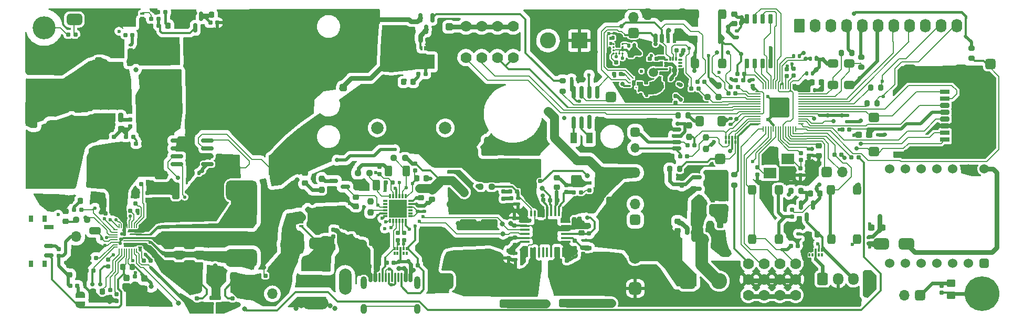
<source format=gbr>
%TF.GenerationSoftware,KiCad,Pcbnew,(6.0.2-0)*%
%TF.CreationDate,2023-06-03T21:04:39-06:00*%
%TF.ProjectId,Catlin RP2040 Sensing Controller,4361746c-696e-4205-9250-323034302053,rev?*%
%TF.SameCoordinates,Original*%
%TF.FileFunction,Copper,L1,Top*%
%TF.FilePolarity,Positive*%
%FSLAX46Y46*%
G04 Gerber Fmt 4.6, Leading zero omitted, Abs format (unit mm)*
G04 Created by KiCad (PCBNEW (6.0.2-0)) date 2023-06-03 21:04:39*
%MOMM*%
%LPD*%
G01*
G04 APERTURE LIST*
G04 Aperture macros list*
%AMRoundRect*
0 Rectangle with rounded corners*
0 $1 Rounding radius*
0 $2 $3 $4 $5 $6 $7 $8 $9 X,Y pos of 4 corners*
0 Add a 4 corners polygon primitive as box body*
4,1,4,$2,$3,$4,$5,$6,$7,$8,$9,$2,$3,0*
0 Add four circle primitives for the rounded corners*
1,1,$1+$1,$2,$3*
1,1,$1+$1,$4,$5*
1,1,$1+$1,$6,$7*
1,1,$1+$1,$8,$9*
0 Add four rect primitives between the rounded corners*
20,1,$1+$1,$2,$3,$4,$5,0*
20,1,$1+$1,$4,$5,$6,$7,0*
20,1,$1+$1,$6,$7,$8,$9,0*
20,1,$1+$1,$8,$9,$2,$3,0*%
%AMFreePoly0*
4,1,17,1.395000,0.765000,0.900000,0.765000,0.900000,0.535000,1.395000,0.535000,1.395000,0.115000,0.900000,0.115000,0.900000,-0.115000,1.395000,-0.115000,1.395000,-0.535000,0.900000,-0.535000,0.900000,-0.765000,1.395000,-0.765000,1.395000,-1.185000,-0.900000,-1.185000,-0.900000,1.185000,1.395000,1.185000,1.395000,0.765000,1.395000,0.765000,$1*%
%AMFreePoly1*
4,1,22,0.500000,-0.750000,0.000000,-0.750000,0.000000,-0.745033,-0.079941,-0.743568,-0.215256,-0.701293,-0.333266,-0.622738,-0.424486,-0.514219,-0.481581,-0.384460,-0.499164,-0.250000,-0.500000,-0.250000,-0.500000,0.250000,-0.499164,0.250000,-0.499963,0.256109,-0.478152,0.396186,-0.417904,0.524511,-0.324060,0.630769,-0.204165,0.706417,-0.067858,0.745374,0.000000,0.744959,0.000000,0.750000,
0.500000,0.750000,0.500000,-0.750000,0.500000,-0.750000,$1*%
%AMFreePoly2*
4,1,20,0.000000,0.744959,0.073905,0.744508,0.209726,0.703889,0.328688,0.626782,0.421226,0.519385,0.479903,0.390333,0.500000,0.250000,0.500000,-0.250000,0.499851,-0.262216,0.476331,-0.402017,0.414519,-0.529596,0.319384,-0.634700,0.198574,-0.708877,0.061801,-0.746166,0.000000,-0.745033,0.000000,-0.750000,-0.500000,-0.750000,-0.500000,0.750000,0.000000,0.750000,0.000000,0.744959,
0.000000,0.744959,$1*%
G04 Aperture macros list end*
%TA.AperFunction,SMDPad,CuDef*%
%ADD10RoundRect,0.105000X-0.245000X-0.105000X0.245000X-0.105000X0.245000X0.105000X-0.245000X0.105000X0*%
%TD*%
%TA.AperFunction,SMDPad,CuDef*%
%ADD11R,0.700000X0.420000*%
%TD*%
%TA.AperFunction,SMDPad,CuDef*%
%ADD12FreePoly0,0.000000*%
%TD*%
%TA.AperFunction,ComponentPad*%
%ADD13RoundRect,0.425000X-0.425000X-0.425000X0.425000X-0.425000X0.425000X0.425000X-0.425000X0.425000X0*%
%TD*%
%TA.AperFunction,SMDPad,CuDef*%
%ADD14RoundRect,0.250000X0.362500X1.425000X-0.362500X1.425000X-0.362500X-1.425000X0.362500X-1.425000X0*%
%TD*%
%TA.AperFunction,SMDPad,CuDef*%
%ADD15RoundRect,0.450000X0.800000X0.450000X-0.800000X0.450000X-0.800000X-0.450000X0.800000X-0.450000X0*%
%TD*%
%TA.AperFunction,SMDPad,CuDef*%
%ADD16RoundRect,0.225000X0.250000X-0.225000X0.250000X0.225000X-0.250000X0.225000X-0.250000X-0.225000X0*%
%TD*%
%TA.AperFunction,SMDPad,CuDef*%
%ADD17RoundRect,0.250000X1.100000X-0.412500X1.100000X0.412500X-1.100000X0.412500X-1.100000X-0.412500X0*%
%TD*%
%TA.AperFunction,SMDPad,CuDef*%
%ADD18RoundRect,0.155000X-0.155000X0.212500X-0.155000X-0.212500X0.155000X-0.212500X0.155000X0.212500X0*%
%TD*%
%TA.AperFunction,SMDPad,CuDef*%
%ADD19RoundRect,0.155000X0.212500X0.155000X-0.212500X0.155000X-0.212500X-0.155000X0.212500X-0.155000X0*%
%TD*%
%TA.AperFunction,SMDPad,CuDef*%
%ADD20RoundRect,0.150000X-0.150000X0.587500X-0.150000X-0.587500X0.150000X-0.587500X0.150000X0.587500X0*%
%TD*%
%TA.AperFunction,ComponentPad*%
%ADD21RoundRect,0.375000X0.475000X-0.375000X0.475000X0.375000X-0.475000X0.375000X-0.475000X-0.375000X0*%
%TD*%
%TA.AperFunction,SMDPad,CuDef*%
%ADD22RoundRect,0.155000X-0.212500X-0.155000X0.212500X-0.155000X0.212500X0.155000X-0.212500X0.155000X0*%
%TD*%
%TA.AperFunction,ComponentPad*%
%ADD23RoundRect,0.425000X0.425000X0.425000X-0.425000X0.425000X-0.425000X-0.425000X0.425000X-0.425000X0*%
%TD*%
%TA.AperFunction,ComponentPad*%
%ADD24O,1.700000X1.700000*%
%TD*%
%TA.AperFunction,SMDPad,CuDef*%
%ADD25RoundRect,0.140000X-0.140000X-0.170000X0.140000X-0.170000X0.140000X0.170000X-0.140000X0.170000X0*%
%TD*%
%TA.AperFunction,SMDPad,CuDef*%
%ADD26RoundRect,0.225000X-0.225000X-0.250000X0.225000X-0.250000X0.225000X0.250000X-0.225000X0.250000X0*%
%TD*%
%TA.AperFunction,SMDPad,CuDef*%
%ADD27RoundRect,0.140000X0.170000X-0.140000X0.170000X0.140000X-0.170000X0.140000X-0.170000X-0.140000X0*%
%TD*%
%TA.AperFunction,SMDPad,CuDef*%
%ADD28RoundRect,0.300000X-0.300000X0.300000X-0.300000X-0.300000X0.300000X-0.300000X0.300000X0.300000X0*%
%TD*%
%TA.AperFunction,SMDPad,CuDef*%
%ADD29R,1.200000X1.200000*%
%TD*%
%TA.AperFunction,SMDPad,CuDef*%
%ADD30RoundRect,0.155000X0.155000X-0.212500X0.155000X0.212500X-0.155000X0.212500X-0.155000X-0.212500X0*%
%TD*%
%TA.AperFunction,SMDPad,CuDef*%
%ADD31RoundRect,0.150000X0.587500X0.150000X-0.587500X0.150000X-0.587500X-0.150000X0.587500X-0.150000X0*%
%TD*%
%TA.AperFunction,SMDPad,CuDef*%
%ADD32RoundRect,0.237500X-0.250000X-0.237500X0.250000X-0.237500X0.250000X0.237500X-0.250000X0.237500X0*%
%TD*%
%TA.AperFunction,SMDPad,CuDef*%
%ADD33RoundRect,0.160000X-0.160000X0.197500X-0.160000X-0.197500X0.160000X-0.197500X0.160000X0.197500X0*%
%TD*%
%TA.AperFunction,SMDPad,CuDef*%
%ADD34RoundRect,0.105000X0.245000X0.105000X-0.245000X0.105000X-0.245000X-0.105000X0.245000X-0.105000X0*%
%TD*%
%TA.AperFunction,SMDPad,CuDef*%
%ADD35FreePoly0,180.000000*%
%TD*%
%TA.AperFunction,SMDPad,CuDef*%
%ADD36RoundRect,0.140000X0.140000X0.170000X-0.140000X0.170000X-0.140000X-0.170000X0.140000X-0.170000X0*%
%TD*%
%TA.AperFunction,SMDPad,CuDef*%
%ADD37RoundRect,0.150000X0.150000X-0.825000X0.150000X0.825000X-0.150000X0.825000X-0.150000X-0.825000X0*%
%TD*%
%TA.AperFunction,SMDPad,CuDef*%
%ADD38RoundRect,0.250000X-0.362500X-1.425000X0.362500X-1.425000X0.362500X1.425000X-0.362500X1.425000X0*%
%TD*%
%TA.AperFunction,SMDPad,CuDef*%
%ADD39RoundRect,0.250000X-0.650000X0.325000X-0.650000X-0.325000X0.650000X-0.325000X0.650000X0.325000X0*%
%TD*%
%TA.AperFunction,SMDPad,CuDef*%
%ADD40RoundRect,0.250000X-1.100000X0.412500X-1.100000X-0.412500X1.100000X-0.412500X1.100000X0.412500X0*%
%TD*%
%TA.AperFunction,SMDPad,CuDef*%
%ADD41RoundRect,0.237500X0.237500X-0.250000X0.237500X0.250000X-0.237500X0.250000X-0.237500X-0.250000X0*%
%TD*%
%TA.AperFunction,SMDPad,CuDef*%
%ADD42RoundRect,0.237500X-0.300000X-0.237500X0.300000X-0.237500X0.300000X0.237500X-0.300000X0.237500X0*%
%TD*%
%TA.AperFunction,SMDPad,CuDef*%
%ADD43RoundRect,0.140000X-0.170000X0.140000X-0.170000X-0.140000X0.170000X-0.140000X0.170000X0.140000X0*%
%TD*%
%TA.AperFunction,SMDPad,CuDef*%
%ADD44FreePoly1,90.000000*%
%TD*%
%TA.AperFunction,SMDPad,CuDef*%
%ADD45FreePoly2,90.000000*%
%TD*%
%TA.AperFunction,SMDPad,CuDef*%
%ADD46RoundRect,0.250000X0.450000X-0.350000X0.450000X0.350000X-0.450000X0.350000X-0.450000X-0.350000X0*%
%TD*%
%TA.AperFunction,ComponentPad*%
%ADD47R,2.600000X2.600000*%
%TD*%
%TA.AperFunction,ComponentPad*%
%ADD48C,2.600000*%
%TD*%
%TA.AperFunction,SMDPad,CuDef*%
%ADD49RoundRect,0.200000X-0.200000X-0.275000X0.200000X-0.275000X0.200000X0.275000X-0.200000X0.275000X0*%
%TD*%
%TA.AperFunction,ComponentPad*%
%ADD50C,3.712142*%
%TD*%
%TA.AperFunction,SMDPad,CuDef*%
%ADD51RoundRect,0.150000X-0.825000X-0.150000X0.825000X-0.150000X0.825000X0.150000X-0.825000X0.150000X0*%
%TD*%
%TA.AperFunction,ComponentPad*%
%ADD52RoundRect,0.425000X0.425000X-0.425000X0.425000X0.425000X-0.425000X0.425000X-0.425000X-0.425000X0*%
%TD*%
%TA.AperFunction,SMDPad,CuDef*%
%ADD53RoundRect,0.150000X-0.150000X-0.575000X0.150000X-0.575000X0.150000X0.575000X-0.150000X0.575000X0*%
%TD*%
%TA.AperFunction,SMDPad,CuDef*%
%ADD54RoundRect,0.075000X-0.075000X-0.650000X0.075000X-0.650000X0.075000X0.650000X-0.075000X0.650000X0*%
%TD*%
%TA.AperFunction,ComponentPad*%
%ADD55O,1.000000X2.100000*%
%TD*%
%TA.AperFunction,ComponentPad*%
%ADD56O,1.000000X1.600000*%
%TD*%
%TA.AperFunction,ComponentPad*%
%ADD57C,1.778000*%
%TD*%
%TA.AperFunction,SMDPad,CuDef*%
%ADD58RoundRect,0.050800X-0.304800X-0.050800X0.304800X-0.050800X0.304800X0.050800X-0.304800X0.050800X0*%
%TD*%
%TA.AperFunction,SMDPad,CuDef*%
%ADD59RoundRect,0.076200X-1.435100X-0.076200X1.435100X-0.076200X1.435100X0.076200X-1.435100X0.076200X0*%
%TD*%
%TA.AperFunction,SMDPad,CuDef*%
%ADD60RoundRect,0.050800X-1.460500X-0.050800X1.460500X-0.050800X1.460500X0.050800X-1.460500X0.050800X0*%
%TD*%
%TA.AperFunction,SMDPad,CuDef*%
%ADD61RoundRect,0.063500X-0.952500X-0.063500X0.952500X-0.063500X0.952500X0.063500X-0.952500X0.063500X0*%
%TD*%
%TA.AperFunction,SMDPad,CuDef*%
%ADD62RoundRect,0.050800X-1.155700X-0.050800X1.155700X-0.050800X1.155700X0.050800X-1.155700X0.050800X0*%
%TD*%
%TA.AperFunction,SMDPad,CuDef*%
%ADD63RoundRect,0.050800X-0.050800X0.266700X-0.050800X-0.266700X0.050800X-0.266700X0.050800X0.266700X0*%
%TD*%
%TA.AperFunction,SMDPad,CuDef*%
%ADD64R,0.203200X0.635000*%
%TD*%
%TA.AperFunction,SMDPad,CuDef*%
%ADD65RoundRect,0.060000X-0.060000X0.295000X-0.060000X-0.295000X0.060000X-0.295000X0.060000X0.295000X0*%
%TD*%
%TA.AperFunction,SMDPad,CuDef*%
%ADD66RoundRect,0.125000X-0.125000X-0.440000X0.125000X-0.440000X0.125000X0.440000X-0.125000X0.440000X0*%
%TD*%
%TA.AperFunction,SMDPad,CuDef*%
%ADD67RoundRect,0.075000X-0.075000X0.895000X-0.075000X-0.895000X0.075000X-0.895000X0.075000X0.895000X0*%
%TD*%
%TA.AperFunction,SMDPad,CuDef*%
%ADD68RoundRect,0.053375X-0.053374X0.261624X-0.053374X-0.261624X0.053374X-0.261624X0.053374X0.261624X0*%
%TD*%
%TA.AperFunction,SMDPad,CuDef*%
%ADD69RoundRect,0.050000X-0.050000X0.257499X-0.050000X-0.257499X0.050000X-0.257499X0.050000X0.257499X0*%
%TD*%
%TA.AperFunction,SMDPad,CuDef*%
%ADD70R,0.635000X0.203200*%
%TD*%
%TA.AperFunction,SMDPad,CuDef*%
%ADD71RoundRect,0.050800X-0.266700X-0.050800X0.266700X-0.050800X0.266700X0.050800X-0.266700X0.050800X0*%
%TD*%
%TA.AperFunction,SMDPad,CuDef*%
%ADD72RoundRect,0.300000X0.300000X-0.300000X0.300000X0.300000X-0.300000X0.300000X-0.300000X-0.300000X0*%
%TD*%
%TA.AperFunction,SMDPad,CuDef*%
%ADD73RoundRect,0.300000X-0.300000X-0.300000X0.300000X-0.300000X0.300000X0.300000X-0.300000X0.300000X0*%
%TD*%
%TA.AperFunction,SMDPad,CuDef*%
%ADD74RoundRect,0.075000X-0.230000X-0.075000X0.230000X-0.075000X0.230000X0.075000X-0.230000X0.075000X0*%
%TD*%
%TA.AperFunction,SMDPad,CuDef*%
%ADD75RoundRect,0.075000X0.075000X-0.230000X0.075000X0.230000X-0.075000X0.230000X-0.075000X-0.230000X0*%
%TD*%
%TA.AperFunction,SMDPad,CuDef*%
%ADD76RoundRect,0.075000X0.230000X0.075000X-0.230000X0.075000X-0.230000X-0.075000X0.230000X-0.075000X0*%
%TD*%
%TA.AperFunction,SMDPad,CuDef*%
%ADD77RoundRect,0.075000X-0.075000X0.230000X-0.075000X-0.230000X0.075000X-0.230000X0.075000X0.230000X0*%
%TD*%
%TA.AperFunction,SMDPad,CuDef*%
%ADD78RoundRect,0.225000X-0.250000X0.225000X-0.250000X-0.225000X0.250000X-0.225000X0.250000X0.225000X0*%
%TD*%
%TA.AperFunction,SMDPad,CuDef*%
%ADD79RoundRect,0.237500X0.250000X0.237500X-0.250000X0.237500X-0.250000X-0.237500X0.250000X-0.237500X0*%
%TD*%
%TA.AperFunction,SMDPad,CuDef*%
%ADD80RoundRect,0.160000X0.160000X-0.197500X0.160000X0.197500X-0.160000X0.197500X-0.160000X-0.197500X0*%
%TD*%
%TA.AperFunction,SMDPad,CuDef*%
%ADD81RoundRect,0.250000X-0.325000X-0.650000X0.325000X-0.650000X0.325000X0.650000X-0.325000X0.650000X0*%
%TD*%
%TA.AperFunction,SMDPad,CuDef*%
%ADD82RoundRect,0.150000X0.150000X-0.650000X0.150000X0.650000X-0.150000X0.650000X-0.150000X-0.650000X0*%
%TD*%
%TA.AperFunction,SMDPad,CuDef*%
%ADD83RoundRect,0.200000X0.200000X0.275000X-0.200000X0.275000X-0.200000X-0.275000X0.200000X-0.275000X0*%
%TD*%
%TA.AperFunction,SMDPad,CuDef*%
%ADD84RoundRect,0.250000X0.325000X1.100000X-0.325000X1.100000X-0.325000X-1.100000X0.325000X-1.100000X0*%
%TD*%
%TA.AperFunction,SMDPad,CuDef*%
%ADD85RoundRect,0.218750X0.256250X-0.218750X0.256250X0.218750X-0.256250X0.218750X-0.256250X-0.218750X0*%
%TD*%
%TA.AperFunction,SMDPad,CuDef*%
%ADD86RoundRect,0.200000X0.275000X-0.200000X0.275000X0.200000X-0.275000X0.200000X-0.275000X-0.200000X0*%
%TD*%
%TA.AperFunction,SMDPad,CuDef*%
%ADD87RoundRect,0.237500X0.237500X-0.300000X0.237500X0.300000X-0.237500X0.300000X-0.237500X-0.300000X0*%
%TD*%
%TA.AperFunction,SMDPad,CuDef*%
%ADD88R,0.600000X1.550000*%
%TD*%
%TA.AperFunction,SMDPad,CuDef*%
%ADD89RoundRect,0.150000X-0.150000X0.625000X-0.150000X-0.625000X0.150000X-0.625000X0.150000X0.625000X0*%
%TD*%
%TA.AperFunction,SMDPad,CuDef*%
%ADD90RoundRect,0.300000X-0.300000X0.600000X-0.300000X-0.600000X0.300000X-0.600000X0.300000X0.600000X0*%
%TD*%
%TA.AperFunction,SMDPad,CuDef*%
%ADD91RoundRect,0.075000X0.075000X0.200000X-0.075000X0.200000X-0.075000X-0.200000X0.075000X-0.200000X0*%
%TD*%
%TA.AperFunction,SMDPad,CuDef*%
%ADD92RoundRect,0.100000X0.100000X0.175000X-0.100000X0.175000X-0.100000X-0.175000X0.100000X-0.175000X0*%
%TD*%
%TA.AperFunction,ComponentPad*%
%ADD93RoundRect,0.500000X-0.500000X0.500000X-0.500000X-0.500000X0.500000X-0.500000X0.500000X0.500000X0*%
%TD*%
%TA.AperFunction,ComponentPad*%
%ADD94C,2.000000*%
%TD*%
%TA.AperFunction,SMDPad,CuDef*%
%ADD95RoundRect,0.325000X-0.525000X0.325000X-0.525000X-0.325000X0.525000X-0.325000X0.525000X0.325000X0*%
%TD*%
%TA.AperFunction,SMDPad,CuDef*%
%ADD96RoundRect,0.250000X0.412500X1.100000X-0.412500X1.100000X-0.412500X-1.100000X0.412500X-1.100000X0*%
%TD*%
%TA.AperFunction,SMDPad,CuDef*%
%ADD97R,0.800000X1.000000*%
%TD*%
%TA.AperFunction,SMDPad,CuDef*%
%ADD98R,1.500000X0.700000*%
%TD*%
%TA.AperFunction,SMDPad,CuDef*%
%ADD99RoundRect,0.175000X-0.575000X0.175000X-0.575000X-0.175000X0.575000X-0.175000X0.575000X0.175000X0*%
%TD*%
%TA.AperFunction,SMDPad,CuDef*%
%ADD100R,0.850000X1.450000*%
%TD*%
%TA.AperFunction,SMDPad,CuDef*%
%ADD101RoundRect,0.212500X0.212500X-0.512500X0.212500X0.512500X-0.212500X0.512500X-0.212500X-0.512500X0*%
%TD*%
%TA.AperFunction,SMDPad,CuDef*%
%ADD102R,0.850000X1.050000*%
%TD*%
%TA.AperFunction,SMDPad,CuDef*%
%ADD103R,4.700000X3.750000*%
%TD*%
%TA.AperFunction,ComponentPad*%
%ADD104RoundRect,0.375000X-0.375000X-0.375000X0.375000X-0.375000X0.375000X0.375000X-0.375000X0.375000X0*%
%TD*%
%TA.AperFunction,ComponentPad*%
%ADD105O,1.500000X1.500000*%
%TD*%
%TA.AperFunction,ComponentPad*%
%ADD106RoundRect,0.650000X-0.650000X0.650000X-0.650000X-0.650000X0.650000X-0.650000X0.650000X0.650000X0*%
%TD*%
%TA.AperFunction,SMDPad,CuDef*%
%ADD107RoundRect,0.225000X0.225000X0.250000X-0.225000X0.250000X-0.225000X-0.250000X0.225000X-0.250000X0*%
%TD*%
%TA.AperFunction,SMDPad,CuDef*%
%ADD108RoundRect,0.075000X0.725000X-0.075000X0.725000X0.075000X-0.725000X0.075000X-0.725000X-0.075000X0*%
%TD*%
%TA.AperFunction,SMDPad,CuDef*%
%ADD109RoundRect,0.075000X-0.075000X-0.725000X0.075000X-0.725000X0.075000X0.725000X-0.075000X0.725000X0*%
%TD*%
%TA.AperFunction,SMDPad,CuDef*%
%ADD110RoundRect,0.075000X-0.075000X-0.730400X0.075000X-0.730400X0.075000X0.730400X-0.075000X0.730400X0*%
%TD*%
%TA.AperFunction,SMDPad,CuDef*%
%ADD111RoundRect,0.075000X-0.074999X-0.730400X0.074999X-0.730400X0.074999X0.730400X-0.074999X0.730400X0*%
%TD*%
%TA.AperFunction,SMDPad,CuDef*%
%ADD112RoundRect,0.075000X0.725000X-0.074999X0.725000X0.074999X-0.725000X0.074999X-0.725000X-0.074999X0*%
%TD*%
%TA.AperFunction,SMDPad,CuDef*%
%ADD113RoundRect,0.081600X-0.081600X-0.718400X0.081600X-0.718400X0.081600X0.718400X-0.081600X0.718400X0*%
%TD*%
%TA.AperFunction,SMDPad,CuDef*%
%ADD114RoundRect,0.075000X-0.075000X-0.425000X0.075000X-0.425000X0.075000X0.425000X-0.075000X0.425000X0*%
%TD*%
%TA.AperFunction,SMDPad,CuDef*%
%ADD115R,3.505200X3.505200*%
%TD*%
%TA.AperFunction,SMDPad,CuDef*%
%ADD116RoundRect,0.150000X-0.587500X-0.150000X0.587500X-0.150000X0.587500X0.150000X-0.587500X0.150000X0*%
%TD*%
%TA.AperFunction,SMDPad,CuDef*%
%ADD117RoundRect,0.325000X-0.325000X-0.525000X0.325000X-0.525000X0.325000X0.525000X-0.325000X0.525000X0*%
%TD*%
%TA.AperFunction,ComponentPad*%
%ADD118C,1.500000*%
%TD*%
%TA.AperFunction,SMDPad,CuDef*%
%ADD119RoundRect,0.250000X-1.100000X0.325000X-1.100000X-0.325000X1.100000X-0.325000X1.100000X0.325000X0*%
%TD*%
%TA.AperFunction,SMDPad,CuDef*%
%ADD120R,2.100000X1.800000*%
%TD*%
%TA.AperFunction,SMDPad,CuDef*%
%ADD121RoundRect,0.218750X0.218750X0.256250X-0.218750X0.256250X-0.218750X-0.256250X0.218750X-0.256250X0*%
%TD*%
%TA.AperFunction,SMDPad,CuDef*%
%ADD122RoundRect,0.237500X-0.237500X0.250000X-0.237500X-0.250000X0.237500X-0.250000X0.237500X0.250000X0*%
%TD*%
%TA.AperFunction,SMDPad,CuDef*%
%ADD123R,0.420000X0.700000*%
%TD*%
%TA.AperFunction,SMDPad,CuDef*%
%ADD124RoundRect,0.105000X-0.105000X0.245000X-0.105000X-0.245000X0.105000X-0.245000X0.105000X0.245000X0*%
%TD*%
%TA.AperFunction,SMDPad,CuDef*%
%ADD125FreePoly0,270.000000*%
%TD*%
%TA.AperFunction,SMDPad,CuDef*%
%ADD126RoundRect,0.237500X0.300000X0.237500X-0.300000X0.237500X-0.300000X-0.237500X0.300000X-0.237500X0*%
%TD*%
%TA.AperFunction,ComponentPad*%
%ADD127RoundRect,0.425000X-0.425000X0.425000X-0.425000X-0.425000X0.425000X-0.425000X0.425000X0.425000X0*%
%TD*%
%TA.AperFunction,SMDPad,CuDef*%
%ADD128RoundRect,0.325000X0.525000X-0.325000X0.525000X0.325000X-0.525000X0.325000X-0.525000X-0.325000X0*%
%TD*%
%TA.AperFunction,SMDPad,CuDef*%
%ADD129RoundRect,0.250000X-0.312500X-0.625000X0.312500X-0.625000X0.312500X0.625000X-0.312500X0.625000X0*%
%TD*%
%TA.AperFunction,SMDPad,CuDef*%
%ADD130RoundRect,0.250000X1.100000X-0.325000X1.100000X0.325000X-1.100000X0.325000X-1.100000X-0.325000X0*%
%TD*%
%TA.AperFunction,ComponentPad*%
%ADD131RoundRect,0.500000X0.500000X-0.500000X0.500000X0.500000X-0.500000X0.500000X-0.500000X-0.500000X0*%
%TD*%
%TA.AperFunction,SMDPad,CuDef*%
%ADD132RoundRect,0.237500X-0.237500X0.300000X-0.237500X-0.300000X0.237500X-0.300000X0.237500X0.300000X0*%
%TD*%
%TA.AperFunction,SMDPad,CuDef*%
%ADD133RoundRect,0.250000X0.650000X-0.325000X0.650000X0.325000X-0.650000X0.325000X-0.650000X-0.325000X0*%
%TD*%
%TA.AperFunction,ComponentPad*%
%ADD134C,5.600000*%
%TD*%
%TA.AperFunction,SMDPad,CuDef*%
%ADD135RoundRect,0.075000X-0.075000X-0.300000X0.075000X-0.300000X0.075000X0.300000X-0.075000X0.300000X0*%
%TD*%
%TA.AperFunction,SMDPad,CuDef*%
%ADD136RoundRect,0.075000X-0.300000X0.075000X-0.300000X-0.075000X0.300000X-0.075000X0.300000X0.075000X0*%
%TD*%
%TA.AperFunction,SMDPad,CuDef*%
%ADD137R,2.850000X2.850000*%
%TD*%
%TA.AperFunction,ComponentPad*%
%ADD138C,2.780000*%
%TD*%
%TA.AperFunction,SMDPad,CuDef*%
%ADD139RoundRect,0.150000X-0.625000X-0.150000X0.625000X-0.150000X0.625000X0.150000X-0.625000X0.150000X0*%
%TD*%
%TA.AperFunction,SMDPad,CuDef*%
%ADD140R,1.550000X0.600000*%
%TD*%
%TA.AperFunction,SMDPad,CuDef*%
%ADD141R,1.800000X1.200000*%
%TD*%
%TA.AperFunction,SMDPad,CuDef*%
%ADD142R,0.250000X0.275000*%
%TD*%
%TA.AperFunction,SMDPad,CuDef*%
%ADD143R,0.275000X0.250000*%
%TD*%
%TA.AperFunction,SMDPad,CuDef*%
%ADD144RoundRect,0.062500X-0.075000X-0.062500X0.075000X-0.062500X0.075000X0.062500X-0.075000X0.062500X0*%
%TD*%
%TA.AperFunction,SMDPad,CuDef*%
%ADD145R,1.000000X1.800000*%
%TD*%
%TA.AperFunction,SMDPad,CuDef*%
%ADD146RoundRect,0.075000X0.100000X0.075000X-0.100000X0.075000X-0.100000X-0.075000X0.100000X-0.075000X0*%
%TD*%
%TA.AperFunction,SMDPad,CuDef*%
%ADD147RoundRect,0.075000X-0.075000X0.100000X-0.075000X-0.100000X0.075000X-0.100000X0.075000X0.100000X0*%
%TD*%
%TA.AperFunction,ComponentPad*%
%ADD148RoundRect,0.250000X-0.600000X-0.725000X0.600000X-0.725000X0.600000X0.725000X-0.600000X0.725000X0*%
%TD*%
%TA.AperFunction,ComponentPad*%
%ADD149O,1.700000X1.950000*%
%TD*%
%TA.AperFunction,ComponentPad*%
%ADD150C,6.000000*%
%TD*%
%TA.AperFunction,ComponentPad*%
%ADD151RoundRect,1.200000X1.700000X1.700000X-1.700000X1.700000X-1.700000X-1.700000X1.700000X-1.700000X0*%
%TD*%
%TA.AperFunction,ComponentPad*%
%ADD152RoundRect,0.500000X-1.800000X-0.500000X1.800000X-0.500000X1.800000X0.500000X-1.800000X0.500000X0*%
%TD*%
%TA.AperFunction,ComponentPad*%
%ADD153O,4.200000X2.000000*%
%TD*%
%TA.AperFunction,ComponentPad*%
%ADD154O,2.000000X4.200000*%
%TD*%
%TA.AperFunction,SMDPad,CuDef*%
%ADD155RoundRect,0.075000X-0.075000X-0.200000X0.075000X-0.200000X0.075000X0.200000X-0.075000X0.200000X0*%
%TD*%
%TA.AperFunction,SMDPad,CuDef*%
%ADD156RoundRect,0.075000X-0.075000X-0.205000X0.075000X-0.205000X0.075000X0.205000X-0.075000X0.205000X0*%
%TD*%
%TA.AperFunction,SMDPad,CuDef*%
%ADD157R,0.300000X0.550000*%
%TD*%
%TA.AperFunction,SMDPad,CuDef*%
%ADD158RoundRect,0.325000X-0.325000X0.450000X-0.325000X-0.450000X0.325000X-0.450000X0.325000X0.450000X0*%
%TD*%
%TA.AperFunction,SMDPad,CuDef*%
%ADD159RoundRect,0.450000X-0.800000X-0.450000X0.800000X-0.450000X0.800000X0.450000X-0.800000X0.450000X0*%
%TD*%
%TA.AperFunction,SMDPad,CuDef*%
%ADD160RoundRect,0.300000X0.300000X0.300000X-0.300000X0.300000X-0.300000X-0.300000X0.300000X-0.300000X0*%
%TD*%
%TA.AperFunction,SMDPad,CuDef*%
%ADD161RoundRect,0.350000X0.700000X-0.350000X0.700000X0.350000X-0.700000X0.350000X-0.700000X-0.350000X0*%
%TD*%
%TA.AperFunction,SMDPad,CuDef*%
%ADD162RoundRect,0.218750X-0.218750X-0.256250X0.218750X-0.256250X0.218750X0.256250X-0.218750X0.256250X0*%
%TD*%
%TA.AperFunction,SMDPad,CuDef*%
%ADD163RoundRect,0.050000X0.387500X0.050000X-0.387500X0.050000X-0.387500X-0.050000X0.387500X-0.050000X0*%
%TD*%
%TA.AperFunction,SMDPad,CuDef*%
%ADD164R,0.875000X0.200000*%
%TD*%
%TA.AperFunction,SMDPad,CuDef*%
%ADD165RoundRect,0.050000X-0.050000X0.387500X-0.050000X-0.387500X0.050000X-0.387500X0.050000X0.387500X0*%
%TD*%
%TA.AperFunction,SMDPad,CuDef*%
%ADD166R,0.200000X0.875000*%
%TD*%
%TA.AperFunction,SMDPad,CuDef*%
%ADD167RoundRect,0.050000X0.050000X-0.387500X0.050000X0.387500X-0.050000X0.387500X-0.050000X-0.387500X0*%
%TD*%
%TA.AperFunction,SMDPad,CuDef*%
%ADD168RoundRect,0.160000X-1.440000X-1.440000X1.440000X-1.440000X1.440000X1.440000X-1.440000X1.440000X0*%
%TD*%
%TA.AperFunction,SMDPad,CuDef*%
%ADD169RoundRect,0.325000X0.325000X-0.450000X0.325000X0.450000X-0.325000X0.450000X-0.325000X-0.450000X0*%
%TD*%
%TA.AperFunction,ComponentPad*%
%ADD170RoundRect,0.250000X-0.620000X-0.845000X0.620000X-0.845000X0.620000X0.845000X-0.620000X0.845000X0*%
%TD*%
%TA.AperFunction,ComponentPad*%
%ADD171O,1.740000X2.190000*%
%TD*%
%TA.AperFunction,ComponentPad*%
%ADD172RoundRect,0.650000X-0.650000X-0.650000X0.650000X-0.650000X0.650000X0.650000X-0.650000X0.650000X0*%
%TD*%
%TA.AperFunction,SMDPad,CuDef*%
%ADD173R,1.500000X0.800000*%
%TD*%
%TA.AperFunction,SMDPad,CuDef*%
%ADD174RoundRect,0.200000X-0.550000X0.200000X-0.550000X-0.200000X0.550000X-0.200000X0.550000X0.200000X0*%
%TD*%
%TA.AperFunction,SMDPad,CuDef*%
%ADD175RoundRect,0.362500X-0.637500X0.362500X-0.637500X-0.362500X0.637500X-0.362500X0.637500X0.362500X0*%
%TD*%
%TA.AperFunction,SMDPad,CuDef*%
%ADD176RoundRect,0.725000X-1.775000X-0.725000X1.775000X-0.725000X1.775000X0.725000X-1.775000X0.725000X0*%
%TD*%
%TA.AperFunction,SMDPad,CuDef*%
%ADD177RoundRect,0.825000X-1.675000X-0.825000X1.675000X-0.825000X1.675000X0.825000X-1.675000X0.825000X0*%
%TD*%
%TA.AperFunction,SMDPad,CuDef*%
%ADD178RoundRect,0.250000X0.312500X0.625000X-0.312500X0.625000X-0.312500X-0.625000X0.312500X-0.625000X0*%
%TD*%
%TA.AperFunction,ComponentPad*%
%ADD179RoundRect,0.382500X0.382500X-0.382500X0.382500X0.382500X-0.382500X0.382500X-0.382500X-0.382500X0*%
%TD*%
%TA.AperFunction,ComponentPad*%
%ADD180C,1.530000*%
%TD*%
%TA.AperFunction,ViaPad*%
%ADD181C,0.600000*%
%TD*%
%TA.AperFunction,ViaPad*%
%ADD182C,0.800000*%
%TD*%
%TA.AperFunction,ViaPad*%
%ADD183C,0.700000*%
%TD*%
%TA.AperFunction,ViaPad*%
%ADD184C,0.580000*%
%TD*%
%TA.AperFunction,Conductor*%
%ADD185C,0.200000*%
%TD*%
%TA.AperFunction,Conductor*%
%ADD186C,0.600000*%
%TD*%
%TA.AperFunction,Conductor*%
%ADD187C,0.500000*%
%TD*%
%TA.AperFunction,Conductor*%
%ADD188C,1.400000*%
%TD*%
%TA.AperFunction,Conductor*%
%ADD189C,0.300000*%
%TD*%
%TA.AperFunction,Conductor*%
%ADD190C,0.800000*%
%TD*%
%TA.AperFunction,Conductor*%
%ADD191C,0.700000*%
%TD*%
%TA.AperFunction,Conductor*%
%ADD192C,0.400000*%
%TD*%
%TA.AperFunction,Conductor*%
%ADD193C,0.240000*%
%TD*%
%TA.AperFunction,Conductor*%
%ADD194C,0.450000*%
%TD*%
%TA.AperFunction,Conductor*%
%ADD195C,1.000000*%
%TD*%
%TA.AperFunction,Conductor*%
%ADD196C,1.800000*%
%TD*%
%TA.AperFunction,Conductor*%
%ADD197C,0.330000*%
%TD*%
%TA.AperFunction,Conductor*%
%ADD198C,0.250000*%
%TD*%
%TA.AperFunction,Conductor*%
%ADD199C,1.600000*%
%TD*%
%TA.AperFunction,Conductor*%
%ADD200C,0.340000*%
%TD*%
%TA.AperFunction,Conductor*%
%ADD201C,1.200000*%
%TD*%
%TA.AperFunction,Conductor*%
%ADD202C,1.300000*%
%TD*%
%TA.AperFunction,Conductor*%
%ADD203C,3.000000*%
%TD*%
%TA.AperFunction,Conductor*%
%ADD204C,2.000000*%
%TD*%
%TA.AperFunction,Conductor*%
%ADD205C,2.800000*%
%TD*%
G04 APERTURE END LIST*
D10*
%TO.P,Q2,1,S*%
%TO.N,VD*%
X72600000Y-80725000D03*
D11*
%TO.P,Q2,2,S*%
X72600000Y-81375000D03*
D10*
%TO.P,Q2,3,S*%
X72600000Y-82025000D03*
%TO.P,Q2,4,G*%
%TO.N,/power/DC_in*%
X72600000Y-82675000D03*
D12*
%TO.P,Q2,5,D*%
%TO.N,VBUS*%
X74555000Y-81700000D03*
%TD*%
D13*
%TO.P,J9,1,Pin_1*%
%TO.N,Net-(IC1-Pad28)*%
X183800000Y-56500000D03*
%TD*%
D14*
%TO.P,R48,1*%
%TO.N,VD*%
X61762500Y-91800000D03*
%TO.P,R48,2*%
%TO.N,/Batt/CHGIN*%
X55837500Y-91800000D03*
%TD*%
D15*
%TO.P,D17,1,K*%
%TO.N,/Batt/BATT_OUT*%
X40000000Y-49300000D03*
%TO.P,D17,2,A*%
%TO.N,GND*%
X36000000Y-49300000D03*
%TD*%
D16*
%TO.P,R44,1*%
%TO.N,/Batt/THM*%
X35200000Y-90525000D03*
%TO.P,R44,2*%
%TO.N,GND*%
X35200000Y-88975000D03*
%TD*%
D17*
%TO.P,C67,1*%
%TO.N,GND*%
X119200000Y-95125000D03*
%TO.P,C67,2*%
%TO.N,+5V*%
X119200000Y-92000000D03*
%TD*%
D18*
%TO.P,C74,1*%
%TO.N,+1V8*%
X116600000Y-80432500D03*
%TO.P,C74,2*%
%TO.N,GND*%
X116600000Y-81567500D03*
%TD*%
D19*
%TO.P,R6,1*%
%TO.N,+3V3*%
X159767500Y-71150000D03*
%TO.P,R6,2*%
%TO.N,/MCU sheet/RESET*%
X158632500Y-71150000D03*
%TD*%
D20*
%TO.P,Q1,1,G*%
%TO.N,+3V3*%
X155125000Y-79287500D03*
%TO.P,Q1,2,S*%
%TO.N,/MCU sheet/LVS*%
X153225000Y-79287500D03*
%TO.P,Q1,3,D*%
%TO.N,5V Logic*%
X154175000Y-81162500D03*
%TD*%
D21*
%TO.P,J7,1,Pin_1*%
%TO.N,/MCU sheet/GPIO21*%
X165000000Y-70650000D03*
%TD*%
D22*
%TO.P,R13,1*%
%TO.N,5V_HEAD1*%
X151582500Y-85850000D03*
%TO.P,R13,2*%
%TO.N,GND*%
X152717500Y-85850000D03*
%TD*%
D18*
%TO.P,C25,1*%
%TO.N,Net-(C25-Pad1)*%
X153150000Y-73332500D03*
%TO.P,C25,2*%
%TO.N,GND*%
X153150000Y-74467500D03*
%TD*%
D23*
%TO.P,J16,1,Pin_1*%
%TO.N,GND*%
X36290000Y-86900000D03*
D24*
%TO.P,J16,2,Pin_2*%
%TO.N,/Batt/THM*%
X36290000Y-84360000D03*
%TD*%
D25*
%TO.P,C1,1*%
%TO.N,+3V3*%
X131220000Y-58900000D03*
%TO.P,C1,2*%
%TO.N,GND*%
X132180000Y-58900000D03*
%TD*%
D26*
%TO.P,C31,1*%
%TO.N,GND*%
X82425000Y-85350000D03*
%TO.P,C31,2*%
%TO.N,VBUS*%
X83975000Y-85350000D03*
%TD*%
D19*
%TO.P,R14,1*%
%TO.N,Net-(IC1-Pad2)*%
X143047500Y-60200000D03*
%TO.P,R14,2*%
%TO.N,TX*%
X141912500Y-60200000D03*
%TD*%
D27*
%TO.P,C24,1*%
%TO.N,GND*%
X165700000Y-67930000D03*
%TO.P,C24,2*%
%TO.N,+3V3*%
X165700000Y-66970000D03*
%TD*%
%TO.P,C10,1*%
%TO.N,+3V3*%
X141900000Y-66225000D03*
%TO.P,C10,2*%
%TO.N,GND*%
X141900000Y-65265000D03*
%TD*%
D18*
%TO.P,R40,1*%
%TO.N,GND*%
X77800000Y-83232500D03*
%TO.P,R40,2*%
%TO.N,/power/DC_in*%
X77800000Y-84367500D03*
%TD*%
D28*
%TO.P,D18,A*%
%TO.N,GND*%
X39945000Y-56015000D03*
%TO.P,D18,C*%
%TO.N,/Batt/BATT_OUT*%
X39945000Y-53215000D03*
%TD*%
D29*
%TO.P,D13,A*%
%TO.N,GND*%
X140307500Y-84640000D03*
%TO.P,D13,C*%
%TO.N,/Batt/5V_MS*%
X137507500Y-84640000D03*
%TD*%
D22*
%TO.P,C62,1*%
%TO.N,+5V*%
X114332500Y-88250000D03*
%TO.P,C62,2*%
%TO.N,GND*%
X115467500Y-88250000D03*
%TD*%
D30*
%TO.P,R47,1*%
%TO.N,/Batt/CSINP*%
X61500000Y-95467500D03*
%TO.P,R47,2*%
%TO.N,VD*%
X61500000Y-94332500D03*
%TD*%
D31*
%TO.P,Q10,1,G*%
%TO.N,/usb_pd/FAULT*%
X79687500Y-76300000D03*
%TO.P,Q10,2,S*%
%TO.N,GND*%
X79687500Y-74400000D03*
%TO.P,Q10,3,D*%
%TO.N,Net-(Q10-Pad3)*%
X77812500Y-75350000D03*
%TD*%
D32*
%TO.P,R95,1*%
%TO.N,/usb_pd/VMAX*%
X87512500Y-71675000D03*
%TO.P,R95,2*%
%TO.N,GND*%
X89337500Y-71675000D03*
%TD*%
D26*
%TO.P,R32,1*%
%TO.N,HV_G*%
X58125000Y-48500000D03*
%TO.P,R32,2*%
%TO.N,GND*%
X59675000Y-48500000D03*
%TD*%
D22*
%TO.P,C34,1*%
%TO.N,GND*%
X83582500Y-89150000D03*
%TO.P,C34,2*%
%TO.N,VBUS*%
X84717500Y-89150000D03*
%TD*%
D30*
%TO.P,R79,1*%
%TO.N,+3V3*%
X106500000Y-79267500D03*
%TO.P,R79,2*%
%TO.N,Net-(R79-Pad2)*%
X106500000Y-78132500D03*
%TD*%
D21*
%TO.P,J8,1,Pin_1*%
%TO.N,/MCU sheet/GPIO22*%
X165000000Y-65100000D03*
%TD*%
D33*
%TO.P,R101,1*%
%TO.N,/usb_pd/USB_POS*%
X89225000Y-83752500D03*
%TO.P,R101,2*%
%TO.N,USB_D+*%
X89225000Y-84947500D03*
%TD*%
D11*
%TO.P,Q7,1,S*%
%TO.N,/Batt/FUSE_OUT*%
X47000000Y-50300000D03*
%TO.P,Q7,2,S*%
X47000000Y-49650000D03*
D34*
%TO.P,Q7,3,S*%
X47000000Y-49000000D03*
%TO.P,Q7,4,G*%
%TO.N,Net-(Q7-Pad4)*%
X47000000Y-48350000D03*
D35*
%TO.P,Q7,5,D*%
%TO.N,/Batt/BATT_OUT*%
X45045000Y-49325000D03*
%TD*%
D36*
%TO.P,C39,1*%
%TO.N,/Batt/CSINP*%
X59180000Y-96450000D03*
%TO.P,C39,2*%
%TO.N,/Batt/CSINN*%
X58220000Y-96450000D03*
%TD*%
D27*
%TO.P,C11,1*%
%TO.N,+3V3*%
X145400000Y-59980000D03*
%TO.P,C11,2*%
%TO.N,GND*%
X145400000Y-59020000D03*
%TD*%
D19*
%TO.P,C52,1*%
%TO.N,GND*%
X59067500Y-49800000D03*
%TO.P,C52,2*%
%TO.N,HV_G*%
X57932500Y-49800000D03*
%TD*%
D37*
%TO.P,U3,1,OSCI*%
%TO.N,Net-(U3-Pad1)*%
X116595000Y-65975000D03*
%TO.P,U3,2,OSCO*%
%TO.N,Net-(U3-Pad2)*%
X117865000Y-65975000D03*
%TO.P,U3,3,VBAT*%
%TO.N,+3V3*%
X119135000Y-65975000D03*
%TO.P,U3,4,VSS*%
%TO.N,GND*%
X120405000Y-65975000D03*
%TO.P,U3,5,SDA*%
%TO.N,MC_SDA*%
X120405000Y-61025000D03*
%TO.P,U3,6,SCL*%
%TO.N,MC_SCK*%
X119135000Y-61025000D03*
%TO.P,U3,7,~{INT1}/CLKOUT*%
%TO.N,/Sensor Sheet/SQW*%
X117865000Y-61025000D03*
%TO.P,U3,8,VDD*%
%TO.N,+3V3*%
X116595000Y-61025000D03*
%TD*%
D38*
%TO.P,R53,1*%
%TO.N,VS+*%
X62067500Y-72800000D03*
%TO.P,R53,2*%
%TO.N,VS out*%
X67992500Y-72800000D03*
%TD*%
D39*
%TO.P,C40,1*%
%TO.N,GND*%
X54600000Y-85775000D03*
%TO.P,C40,2*%
%TO.N,/Batt/CHGIN*%
X54600000Y-88725000D03*
%TD*%
D22*
%TO.P,R42,1*%
%TO.N,VD*%
X65682500Y-90650000D03*
%TO.P,R42,2*%
%TO.N,GND*%
X66817500Y-90650000D03*
%TD*%
D40*
%TO.P,C76,1*%
%TO.N,GND*%
X109860000Y-70637500D03*
%TO.P,C76,2*%
%TO.N,VS out*%
X109860000Y-73762500D03*
%TD*%
D41*
%TO.P,R100,1*%
%TO.N,/usb_pd/FLIP*%
X83750000Y-80462500D03*
%TO.P,R100,2*%
%TO.N,/usb_pd/VDD*%
X83750000Y-78637500D03*
%TD*%
D42*
%TO.P,C23,1*%
%TO.N,GND*%
X162537500Y-67900000D03*
%TO.P,C23,2*%
%TO.N,+3V3*%
X164262500Y-67900000D03*
%TD*%
D19*
%TO.P,R2,1*%
%TO.N,/Sensor Sheet/adrlsm*%
X129937500Y-55650000D03*
%TO.P,R2,2*%
%TO.N,GND*%
X128802500Y-55650000D03*
%TD*%
D33*
%TO.P,R76,1*%
%TO.N,/drivers/FB1*%
X116700000Y-85002500D03*
%TO.P,R76,2*%
%TO.N,GND*%
X116700000Y-86197500D03*
%TD*%
D43*
%TO.P,C13,1*%
%TO.N,+3V3*%
X154450000Y-70220000D03*
%TO.P,C13,2*%
%TO.N,GND*%
X154450000Y-71180000D03*
%TD*%
D30*
%TO.P,R18,1*%
%TO.N,Net-(IC1-Pad46)*%
X152000000Y-58385000D03*
%TO.P,R18,2*%
%TO.N,USB_D-*%
X152000000Y-57250000D03*
%TD*%
D19*
%TO.P,R43,1*%
%TO.N,GND*%
X36167500Y-51700000D03*
%TO.P,R43,2*%
%TO.N,Net-(H3-Pad1)*%
X35032500Y-51700000D03*
%TD*%
D30*
%TO.P,R51,1*%
%TO.N,/Batt/CSINN*%
X55800000Y-95467500D03*
%TO.P,R51,2*%
%TO.N,/Batt/CHGIN*%
X55800000Y-94332500D03*
%TD*%
D44*
%TO.P,JP4,1,A*%
%TO.N,/Batt/AVL*%
X36980000Y-95350000D03*
D45*
%TO.P,JP4,2,B*%
%TO.N,/Batt/THM_IN*%
X36980000Y-93750000D03*
%TD*%
D19*
%TO.P,R88,1*%
%TO.N,/drivers/MS_VsV*%
X92667500Y-58100000D03*
%TO.P,R88,2*%
%TO.N,Net-(D20-Pad2)*%
X91532500Y-58100000D03*
%TD*%
D46*
%TO.P,JP3,1,A*%
%TO.N,/power/SHLD*%
X177450000Y-93850000D03*
%TO.P,JP3,2,B*%
%TO.N,GND*%
X177450000Y-91850000D03*
%TD*%
D47*
%TO.P,J25,1,Pin_1*%
%TO.N,GND*%
X117495000Y-52695000D03*
D48*
%TO.P,J25,2,Pin_2*%
%TO.N,+1V8*%
X112415000Y-52695000D03*
%TD*%
D49*
%TO.P,R8,1*%
%TO.N,Net-(IC1-Pad36)*%
X163875000Y-62850000D03*
%TO.P,R8,2*%
%TO.N,GPIO24*%
X165525000Y-62850000D03*
%TD*%
D25*
%TO.P,C14,1*%
%TO.N,+3V3*%
X154500000Y-60680000D03*
%TO.P,C14,2*%
%TO.N,GND*%
X155460000Y-60680000D03*
%TD*%
D43*
%TO.P,C2,1*%
%TO.N,+3V3*%
X133500000Y-58720000D03*
%TO.P,C2,2*%
%TO.N,GND*%
X133500000Y-59680000D03*
%TD*%
D16*
%TO.P,C82,1*%
%TO.N,/usb_pd/VDD*%
X93725000Y-78350000D03*
%TO.P,C82,2*%
%TO.N,GND*%
X93725000Y-76800000D03*
%TD*%
D36*
%TO.P,C8,1*%
%TO.N,+3V3*%
X123880000Y-52250000D03*
%TO.P,C8,2*%
%TO.N,GND*%
X122920000Y-52250000D03*
%TD*%
D16*
%TO.P,C73,1*%
%TO.N,/drivers/VCC*%
X113825000Y-76400000D03*
%TO.P,C73,2*%
%TO.N,GND*%
X113825000Y-74850000D03*
%TD*%
D30*
%TO.P,R50,1*%
%TO.N,Net-(R50-Pad1)*%
X45900000Y-79017500D03*
%TO.P,R50,2*%
%TO.N,GND*%
X45900000Y-77882500D03*
%TD*%
D50*
%TO.P,H3,1,1*%
%TO.N,Net-(H3-Pad1)*%
X31150000Y-50600000D03*
%TD*%
D30*
%TO.P,R64,1*%
%TO.N,/Batt/BAT_SFS*%
X45050000Y-66567500D03*
%TO.P,R64,2*%
%TO.N,BT_G*%
X45050000Y-65432500D03*
%TD*%
D25*
%TO.P,C6,1*%
%TO.N,/Sensor Sheet/cap*%
X125420000Y-53500000D03*
%TO.P,C6,2*%
%TO.N,GND*%
X126380000Y-53500000D03*
%TD*%
D22*
%TO.P,C42,1*%
%TO.N,/Batt/BST2*%
X45032500Y-80180000D03*
%TO.P,C42,2*%
%TO.N,/Batt/LX2*%
X46167500Y-80180000D03*
%TD*%
D27*
%TO.P,C60,1*%
%TO.N,+3V3*%
X107550000Y-79080000D03*
%TO.P,C60,2*%
%TO.N,/drivers/FB3*%
X107550000Y-78120000D03*
%TD*%
%TO.P,C22,1*%
%TO.N,+5V*%
X152800000Y-83880000D03*
%TO.P,C22,2*%
%TO.N,GND*%
X152800000Y-82920000D03*
%TD*%
D51*
%TO.P,U11,1,A1*%
%TO.N,GND*%
X52550000Y-68845000D03*
%TO.P,U11,2,A0*%
X52550000Y-70115000D03*
%TO.P,U11,3,SDA*%
%TO.N,I2C0_SDA*%
X52550000Y-71385000D03*
%TO.P,U11,4,SCL*%
%TO.N,I2C0_SCL*%
X52550000Y-72655000D03*
%TO.P,U11,5,VS*%
%TO.N,+3V3*%
X57500000Y-72655000D03*
%TO.P,U11,6,GND*%
%TO.N,GND*%
X57500000Y-71385000D03*
%TO.P,U11,7,IN-*%
%TO.N,VS out*%
X57500000Y-70115000D03*
%TO.P,U11,8,IN+*%
%TO.N,VS+*%
X57500000Y-68845000D03*
%TD*%
D52*
%TO.P,J14,1,Pin_1*%
%TO.N,VD*%
X65425000Y-93600000D03*
D24*
%TO.P,J14,2,Pin_2*%
%TO.N,GND*%
X67965000Y-93600000D03*
%TD*%
D53*
%TO.P,J15,A1,GND*%
%TO.N,GND*%
X83750000Y-90915000D03*
%TO.P,J15,A4,VBUS*%
%TO.N,VBUS*%
X84550000Y-90915000D03*
D54*
%TO.P,J15,A5,CC1*%
%TO.N,CC1*%
X85750000Y-90915000D03*
%TO.P,J15,A6,D+*%
%TO.N,USB_D+*%
X86750000Y-90915000D03*
%TO.P,J15,A7,D-*%
%TO.N,USB_D-*%
X87250000Y-90915000D03*
%TO.P,J15,A8,SBU1*%
%TO.N,unconnected-(J15-PadA8)*%
X88250000Y-90915000D03*
D53*
%TO.P,J15,A9,VBUS*%
%TO.N,VBUS*%
X89450000Y-90915000D03*
%TO.P,J15,A12,GND*%
%TO.N,GND*%
X90250000Y-90915000D03*
%TO.P,J15,B1,GND*%
X90250000Y-90915000D03*
%TO.P,J15,B4,VBUS*%
%TO.N,VBUS*%
X89450000Y-90915000D03*
D54*
%TO.P,J15,B5,CC2*%
%TO.N,CC2*%
X88750000Y-90915000D03*
%TO.P,J15,B6,D+*%
%TO.N,USB_D+*%
X87750000Y-90915000D03*
%TO.P,J15,B7,D-*%
%TO.N,USB_D-*%
X86250000Y-90915000D03*
%TO.P,J15,B8,SBU2*%
%TO.N,unconnected-(J15-PadB8)*%
X85250000Y-90915000D03*
D53*
%TO.P,J15,B9,VBUS*%
%TO.N,VBUS*%
X84550000Y-90915000D03*
%TO.P,J15,B12,GND*%
%TO.N,GND*%
X83750000Y-90915000D03*
D55*
%TO.P,J15,S1,SHIELD*%
%TO.N,/power/SHLD*%
X82680000Y-91830000D03*
D56*
X82680000Y-96010000D03*
X91320000Y-96010000D03*
D55*
X91320000Y-91830000D03*
%TD*%
D57*
%TO.P,JP7,1,1*%
%TO.N,5V_HEAD1*%
X152360000Y-88710000D03*
%TO.P,JP7,2,2*%
%TO.N,+5V*%
X152360000Y-91250000D03*
%TO.P,JP7,3,3*%
%TO.N,GND*%
X152360000Y-93790000D03*
%TO.P,JP7,4,4*%
%TO.N,5V_HEAD2*%
X149820000Y-88710000D03*
%TO.P,JP7,5,5*%
%TO.N,+5V*%
X149820000Y-91250000D03*
%TO.P,JP7,6,6*%
%TO.N,GND*%
X149820000Y-93790000D03*
%TO.P,JP7,7,7*%
%TO.N,5V_HEAD3*%
X147280000Y-88710000D03*
%TO.P,JP7,8,8*%
%TO.N,+5V*%
X147280000Y-91250000D03*
%TO.P,JP7,9,9*%
%TO.N,GND*%
X147280000Y-93790000D03*
%TO.P,JP7,10,10*%
%TO.N,5V_HEAD4*%
X144740000Y-88710000D03*
%TO.P,JP7,11,11*%
%TO.N,+5V*%
X144740000Y-91250000D03*
%TO.P,JP7,12,12*%
%TO.N,GND*%
X144740000Y-93790000D03*
%TD*%
D58*
%TO.P,U10,1,BST1*%
%TO.N,/Batt/BST1*%
X46599499Y-86050000D03*
D59*
%TO.P,U10,2,CHGIN*%
%TO.N,/Batt/CHGIN*%
X45443499Y-85550001D03*
D60*
%TO.P,U10,3,LX1*%
%TO.N,/Batt/LX1*%
X45443499Y-85049999D03*
D59*
%TO.P,U10,4,PGND*%
%TO.N,GND*%
X45443499Y-84550000D03*
D61*
%TO.P,U10,5,LX2*%
%TO.N,/Batt/LX2*%
X45938499Y-84025000D03*
D62*
%TO.P,U10,6,SYS*%
%TO.N,VS+*%
X45748499Y-83550001D03*
D63*
%TO.P,U10,7,OTGEN*%
%TO.N,Net-(R49-Pad1)*%
X46050000Y-82662501D03*
D64*
%TO.P,U10,8,DISQBAT*%
%TO.N,Net-(R50-Pad1)*%
X45650001Y-82662501D03*
%TO.P,U10,9,BST2*%
%TO.N,/Batt/BST2*%
X45249999Y-82662501D03*
D63*
%TO.P,U10,10,BATSN*%
%TO.N,GND*%
X44850000Y-82662501D03*
D65*
%TO.P,U10,11,BATSP*%
%TO.N,+BATT*%
X44470000Y-82655000D03*
D66*
%TO.P,U10,12,BATT*%
X44100000Y-83675000D03*
D67*
X44050000Y-83270000D03*
D68*
%TO.P,U10,13,THM*%
%TO.N,/Batt/THM*%
X43606750Y-82675001D03*
D69*
%TO.P,U10,14,SCL*%
%TO.N,I2C0_SCL*%
X43220000Y-82652501D03*
D70*
%TO.P,U10,15,SDA*%
%TO.N,I2C0_SDA*%
X42662501Y-83250000D03*
%TO.P,U10,16,STAT*%
%TO.N,/Batt/STAT*%
X42662501Y-83649999D03*
D71*
%TO.P,U10,17,INOKB*%
%TO.N,INOKB*%
X42662501Y-84050001D03*
%TO.P,U10,18,INTB*%
%TO.N,Net-(R57-Pad2)*%
X42662501Y-84450000D03*
%TO.P,U10,19,SYSA*%
%TO.N,VS+*%
X42662501Y-84850000D03*
D70*
%TO.P,U10,20,GND*%
%TO.N,GND*%
X42662501Y-85249999D03*
D71*
%TO.P,U10,21,INLIM*%
%TO.N,/Batt/INLIM*%
X42662501Y-85650001D03*
%TO.P,U10,22,CNFG*%
%TO.N,/Batt/CNFG*%
X42662501Y-86050000D03*
D63*
%TO.P,U10,23,ISET*%
%TO.N,Net-(R60-Pad2)*%
X43250000Y-86637499D03*
D64*
%TO.P,U10,24,VSET*%
%TO.N,Net-(R54-Pad2)*%
X43649999Y-86637499D03*
%TO.P,U10,25,ITO*%
%TO.N,Net-(R55-Pad2)*%
X44050001Y-86637499D03*
%TO.P,U10,26,AVL*%
%TO.N,/Batt/AVL*%
X44450000Y-86637499D03*
%TO.P,U10,27,PVL*%
%TO.N,/Batt/PVL*%
X44850000Y-86637499D03*
%TO.P,U10,28,STBY*%
%TO.N,Net-(R59-Pad1)*%
X45249999Y-86637499D03*
%TO.P,U10,29,CSINP*%
%TO.N,/Batt/CSINP*%
X45650001Y-86637499D03*
D63*
%TO.P,U10,30,CSINN*%
%TO.N,/Batt/CSINN*%
X46050000Y-86637499D03*
%TD*%
D72*
%TO.P,D19,A*%
%TO.N,GND*%
X79410000Y-57450000D03*
%TO.P,D19,C*%
%TO.N,/drivers/MS_VsV*%
X79410000Y-60250000D03*
%TD*%
D32*
%TO.P,R26,1*%
%TO.N,+3V3*%
X136287500Y-61800000D03*
%TO.P,R26,2*%
%TO.N,Net-(IC1-Pad5)*%
X138112500Y-61800000D03*
%TD*%
D73*
%TO.P,D5,A*%
%TO.N,GND*%
X80350000Y-86070000D03*
%TO.P,D5,C*%
%TO.N,/power/DC_in*%
X77550000Y-86070000D03*
%TD*%
D74*
%TO.P,U1,1,SDO/SA0*%
%TO.N,/Sensor Sheet/adrlsm*%
X131440000Y-55800000D03*
%TO.P,U1,2,SDX*%
%TO.N,GND*%
X131440000Y-56300000D03*
%TO.P,U1,3,SCX*%
X131440000Y-56800000D03*
%TO.P,U1,4,INT1*%
%TO.N,/Sensor Sheet/int*%
X131440000Y-57300000D03*
D75*
%TO.P,U1,5,VDDIO*%
%TO.N,+3V3*%
X132100000Y-57460000D03*
%TO.P,U1,6,GND*%
%TO.N,GND*%
X132600000Y-57460000D03*
%TO.P,U1,7,GND*%
X133100000Y-57460000D03*
D76*
%TO.P,U1,8,VDD*%
%TO.N,+3V3*%
X133760000Y-57300000D03*
%TO.P,U1,9,INT2*%
%TO.N,unconnected-(U1-Pad9)*%
X133760000Y-56800000D03*
%TO.P,U1,10,OCS_AUX*%
%TO.N,unconnected-(U1-Pad10)*%
X133760000Y-56300000D03*
%TO.P,U1,11,SDO_AUX*%
%TO.N,unconnected-(U1-Pad11)*%
X133760000Y-55800000D03*
D77*
%TO.P,U1,12,CS*%
%TO.N,/Sensor Sheet/pullupcs*%
X133100000Y-55640000D03*
%TO.P,U1,13,SCL*%
%TO.N,MC_SCK*%
X132600000Y-55640000D03*
%TO.P,U1,14,SDA*%
%TO.N,MC_SDA*%
X132100000Y-55640000D03*
%TD*%
D78*
%TO.P,C27,1*%
%TO.N,GND*%
X70775000Y-79550000D03*
%TO.P,C27,2*%
%TO.N,VD*%
X70775000Y-81100000D03*
%TD*%
D79*
%TO.P,R58,1*%
%TO.N,INOKB*%
X38112500Y-81600000D03*
%TO.P,R58,2*%
%TO.N,Net-(D12-Pad1)*%
X36287500Y-81600000D03*
%TD*%
D49*
%TO.P,R10,1*%
%TO.N,/MCU sheet/GPIO29*%
X159775000Y-54700000D03*
%TO.P,R10,2*%
%TO.N,Net-(J6-Pad4)*%
X161425000Y-54700000D03*
%TD*%
D80*
%TO.P,R78,1*%
%TO.N,/drivers/FB2*%
X107100000Y-85697500D03*
%TO.P,R78,2*%
%TO.N,GND*%
X107100000Y-84502500D03*
%TD*%
D81*
%TO.P,C49,1*%
%TO.N,GND*%
X40625000Y-78900000D03*
%TO.P,C49,2*%
%TO.N,+BATT*%
X43575000Y-78900000D03*
%TD*%
D20*
%TO.P,Q9,1,G*%
%TO.N,MSFT_VSV*%
X93750000Y-49057500D03*
%TO.P,Q9,2,S*%
%TO.N,GND*%
X91850000Y-49057500D03*
%TO.P,Q9,3,D*%
%TO.N,/drivers/VsV_IMS*%
X92800000Y-50932500D03*
%TD*%
D82*
%TO.P,U6,1,~{CS}*%
%TO.N,/MCU sheet/QSPI_CS*%
X144495000Y-56400000D03*
%TO.P,U6,2,DO(IO1)*%
%TO.N,/MCU sheet/QSPI_SD1*%
X145765000Y-56400000D03*
%TO.P,U6,3,IO2*%
%TO.N,/MCU sheet/QSPI_SD2*%
X147035000Y-56400000D03*
%TO.P,U6,4,GND*%
%TO.N,GND*%
X148305000Y-56400000D03*
%TO.P,U6,5,DI(IO0)*%
%TO.N,/MCU sheet/QSPI_SD0*%
X148305000Y-49200000D03*
%TO.P,U6,6,CLK*%
%TO.N,/MCU sheet/QSPI_SCLK*%
X147035000Y-49200000D03*
%TO.P,U6,7,IO3*%
%TO.N,/MCU sheet/QSPI_SD3*%
X145765000Y-49200000D03*
%TO.P,U6,8,VCC*%
%TO.N,+3V3*%
X144495000Y-49200000D03*
%TD*%
D83*
%TO.P,R7,1*%
%TO.N,GPIO25*%
X166125000Y-60300000D03*
%TO.P,R7,2*%
%TO.N,Net-(IC1-Pad37)*%
X164475000Y-60300000D03*
%TD*%
D18*
%TO.P,C28,1*%
%TO.N,GND*%
X175900000Y-92265000D03*
%TO.P,C28,2*%
%TO.N,/power/SHLD*%
X175900000Y-93400000D03*
%TD*%
D84*
%TO.P,C38,1*%
%TO.N,VS+*%
X55325000Y-76990000D03*
%TO.P,C38,2*%
%TO.N,GND*%
X52375000Y-76990000D03*
%TD*%
D85*
%TO.P,D12,1,K*%
%TO.N,Net-(D12-Pad1)*%
X34600000Y-81887500D03*
%TO.P,D12,2,A*%
%TO.N,+5VD*%
X34600000Y-80312500D03*
%TD*%
D52*
%TO.P,J5,1,Pin_1*%
%TO.N,/MCU sheet/SWCLK*%
X157325000Y-73925000D03*
D24*
%TO.P,J5,2,Pin_2*%
%TO.N,/MCU sheet/SWDIO*%
X159865000Y-73925000D03*
%TD*%
D25*
%TO.P,C5,1*%
%TO.N,+3V3*%
X116195000Y-58950000D03*
%TO.P,C5,2*%
%TO.N,GND*%
X117155000Y-58950000D03*
%TD*%
D19*
%TO.P,C53,1*%
%TO.N,+BATT*%
X42167500Y-80600000D03*
%TO.P,C53,2*%
%TO.N,GND*%
X41032500Y-80600000D03*
%TD*%
D86*
%TO.P,R28,1*%
%TO.N,Net-(IC1-Pad28)*%
X180700000Y-55550000D03*
%TO.P,R28,2*%
%TO.N,HV_G*%
X180700000Y-53900000D03*
%TD*%
D87*
%TO.P,C48,1*%
%TO.N,GND*%
X44400000Y-92712500D03*
%TO.P,C48,2*%
%TO.N,/Batt/AVL*%
X44400000Y-90987500D03*
%TD*%
D88*
%TO.P,CONN2,1,GND*%
%TO.N,GND*%
X132800000Y-52312500D03*
%TO.P,CONN2,2,V+*%
%TO.N,+3V3*%
X131800000Y-52312500D03*
D89*
%TO.P,CONN2,3,SDA*%
%TO.N,MC_SDA*%
X130800000Y-52312500D03*
%TO.P,CONN2,4,SCL*%
%TO.N,MC_SCK*%
X129800000Y-52312500D03*
D90*
%TO.P,CONN2,MT1,MT*%
%TO.N,GND*%
X134100000Y-48412500D03*
%TO.P,CONN2,MT2,MT*%
X128500000Y-48412500D03*
%TD*%
D22*
%TO.P,R15,1*%
%TO.N,RX*%
X141532500Y-61200000D03*
%TO.P,R15,2*%
%TO.N,Net-(IC1-Pad3)*%
X142667500Y-61200000D03*
%TD*%
D91*
%TO.P,U9,1,D1+*%
%TO.N,CC2*%
X89650000Y-86265000D03*
%TO.P,U9,2,D1-*%
%TO.N,USB_D+*%
X89150000Y-86265000D03*
D92*
%TO.P,U9,3,GND*%
%TO.N,GND*%
X88650000Y-86265000D03*
D91*
%TO.P,U9,4,D2+*%
%TO.N,USB_D-*%
X88150000Y-86265000D03*
%TO.P,U9,5,D2-*%
%TO.N,CC1*%
X87650000Y-86265000D03*
%TO.P,U9,6,NC*%
%TO.N,unconnected-(U9-Pad6)*%
X87650000Y-87035000D03*
%TO.P,U9,7,NC*%
%TO.N,unconnected-(U9-Pad7)*%
X88150000Y-87035000D03*
D92*
%TO.P,U9,8,GND*%
%TO.N,GND*%
X88650000Y-87035000D03*
D91*
%TO.P,U9,9,NC*%
%TO.N,unconnected-(U9-Pad9)*%
X89150000Y-87035000D03*
%TO.P,U9,10,NC*%
%TO.N,unconnected-(U9-Pad10)*%
X89650000Y-87035000D03*
%TD*%
D25*
%TO.P,C3,1*%
%TO.N,+3V3*%
X127370000Y-61450000D03*
%TO.P,C3,2*%
%TO.N,GND*%
X128330000Y-61450000D03*
%TD*%
D17*
%TO.P,C63,1*%
%TO.N,GND*%
X109450000Y-95162500D03*
%TO.P,C63,2*%
%TO.N,+5VD*%
X109450000Y-92037500D03*
%TD*%
D19*
%TO.P,R68,1*%
%TO.N,/Batt/BAT_SFS*%
X42417500Y-68250000D03*
%TO.P,R68,2*%
%TO.N,BT_S*%
X41282500Y-68250000D03*
%TD*%
D22*
%TO.P,R3,1*%
%TO.N,/Sensor Sheet/adrbmp*%
X123082500Y-58100000D03*
%TO.P,R3,2*%
%TO.N,GND*%
X124217500Y-58100000D03*
%TD*%
D19*
%TO.P,R71,1*%
%TO.N,HV_D*%
X49567500Y-49200000D03*
%TO.P,R71,2*%
%TO.N,Net-(Q7-Pad4)*%
X48432500Y-49200000D03*
%TD*%
D22*
%TO.P,R93,1*%
%TO.N,GND*%
X86232500Y-75650000D03*
%TO.P,R93,2*%
%TO.N,/usb_pd/ISNK_CRS*%
X87367500Y-75650000D03*
%TD*%
%TO.P,R62,1*%
%TO.N,GND*%
X37982500Y-89800000D03*
%TO.P,R62,2*%
%TO.N,/Batt/CNFG*%
X39117500Y-89800000D03*
%TD*%
D11*
%TO.P,Q6,1,S*%
%TO.N,/Batt/FUSE_OUT*%
X45100000Y-55375000D03*
%TO.P,Q6,2,S*%
X45100000Y-54725000D03*
D34*
%TO.P,Q6,3,S*%
X45100000Y-54075000D03*
%TO.P,Q6,4,G*%
%TO.N,Net-(Q6-Pad4)*%
X45100000Y-53425000D03*
D35*
%TO.P,Q6,5,D*%
%TO.N,/Batt/BATT_OUT*%
X43145000Y-54400000D03*
%TD*%
D30*
%TO.P,C35,1*%
%TO.N,VS+*%
X47820000Y-78407500D03*
%TO.P,C35,2*%
%TO.N,GND*%
X47820000Y-77272500D03*
%TD*%
D19*
%TO.P,C70,1*%
%TO.N,GND*%
X111650000Y-78400000D03*
%TO.P,C70,2*%
%TO.N,VS out*%
X110515000Y-78400000D03*
%TD*%
D93*
%TO.P,C56,1*%
%TO.N,VS out*%
X84850000Y-61800000D03*
D94*
%TO.P,C56,2*%
%TO.N,GND*%
X84850000Y-66800000D03*
%TD*%
D95*
%TO.P,D2,1,K*%
%TO.N,/MCU sheet/GPIO28*%
X160990000Y-56395000D03*
%TO.P,D2,2,A*%
%TO.N,GND*%
X160990000Y-59895000D03*
%TD*%
D22*
%TO.P,R30,1*%
%TO.N,MC_SCK*%
X135532500Y-60500000D03*
%TO.P,R30,2*%
%TO.N,Net-(IC1-Pad5)*%
X136667500Y-60500000D03*
%TD*%
D96*
%TO.P,C69,1*%
%TO.N,GND*%
X122462500Y-79250000D03*
%TO.P,C69,2*%
%TO.N,+1V8*%
X119337500Y-79250000D03*
%TD*%
D19*
%TO.P,R4,1*%
%TO.N,/Sensor Sheet/csm*%
X123417500Y-56250000D03*
%TO.P,R4,2*%
%TO.N,+3V3*%
X122282500Y-56250000D03*
%TD*%
D30*
%TO.P,R75,1*%
%TO.N,+5V*%
X119100000Y-87367500D03*
%TO.P,R75,2*%
%TO.N,/drivers/FB1*%
X119100000Y-86232500D03*
%TD*%
%TO.P,R54,1*%
%TO.N,GND*%
X41790000Y-94097500D03*
%TO.P,R54,2*%
%TO.N,Net-(R54-Pad2)*%
X41790000Y-92962500D03*
%TD*%
D97*
%TO.P,SW4,*%
%TO.N,*%
X31230000Y-81450000D03*
X29020000Y-88750000D03*
X31230000Y-88750000D03*
X29020000Y-81450000D03*
D98*
%TO.P,SW4,1,A*%
%TO.N,unconnected-(SW4-Pad1)*%
X31880000Y-82850000D03*
D99*
%TO.P,SW4,2,B*%
%TO.N,Net-(R46-Pad1)*%
X31880000Y-85850000D03*
%TO.P,SW4,3,C*%
%TO.N,/Batt/AVL*%
X31880000Y-87350000D03*
%TD*%
D18*
%TO.P,R59,1*%
%TO.N,Net-(R59-Pad1)*%
X45800000Y-90782500D03*
%TO.P,R59,2*%
%TO.N,GND*%
X45800000Y-91917500D03*
%TD*%
D100*
%TO.P,U8,1,SOURCE*%
%TO.N,BT_S*%
X39645000Y-65150000D03*
%TO.P,U8,2,SOURCE*%
X40915000Y-65150000D03*
%TO.P,U8,3,SOURCE*%
X42185000Y-65150000D03*
D101*
%TO.P,U8,4,GATE*%
%TO.N,BT_G*%
X43455000Y-65150000D03*
D102*
%TO.P,U8,5,DRAIN*%
%TO.N,GND*%
X43455000Y-59450000D03*
%TO.P,U8,6,DRAIN*%
X42185000Y-59450000D03*
%TO.P,U8,7,DRAIN*%
X40915000Y-59450000D03*
D103*
%TO.P,U8,8,DRAIN*%
X41550000Y-61850000D03*
D102*
X39645000Y-59450000D03*
%TD*%
D86*
%TO.P,R29,1*%
%TO.N,/MCU sheet/GP4_MS*%
X114750000Y-60850000D03*
%TO.P,R29,2*%
%TO.N,MSFT_VSV*%
X114750000Y-59200000D03*
%TD*%
D104*
%TO.P,J4,1,Pin_1*%
%TO.N,I2C0_SDA*%
X126500000Y-67475000D03*
D105*
%TO.P,J4,2,Pin_2*%
%TO.N,I2C0_SCL*%
X126500000Y-70015000D03*
%TD*%
D13*
%TO.P,J10,1,Pin_1*%
%TO.N,/MCU sheet/GP10*%
X140200000Y-71800000D03*
%TD*%
D32*
%TO.P,R90,1*%
%TO.N,/usb_pd/VDD*%
X81787500Y-74075000D03*
%TO.P,R90,2*%
%TO.N,/usb_pd/ISNK_FN*%
X83612500Y-74075000D03*
%TD*%
D17*
%TO.P,C68,1*%
%TO.N,GND*%
X99500000Y-82212500D03*
%TO.P,C68,2*%
%TO.N,+3V3*%
X99500000Y-79087500D03*
%TD*%
D106*
%TO.P,J19,1,Pin_1*%
%TO.N,/Batt/BATT_OUT*%
X32795000Y-56850000D03*
D48*
%TO.P,J19,2,Pin_2*%
%TO.N,GND*%
X32795000Y-61930000D03*
%TD*%
D30*
%TO.P,C44,1*%
%TO.N,/Batt/CSINN*%
X58150000Y-95417500D03*
%TO.P,C44,2*%
%TO.N,GND*%
X58150000Y-94282500D03*
%TD*%
D49*
%TO.P,R20,1*%
%TO.N,5V_HEAD0*%
X151575000Y-76950000D03*
%TO.P,R20,2*%
%TO.N,/MCU sheet/LVS*%
X153225000Y-76950000D03*
%TD*%
D107*
%TO.P,R96,1*%
%TO.N,/usb_pd/VDD*%
X92775000Y-74975000D03*
%TO.P,R96,2*%
%TO.N,/usb_pd/VMIN*%
X91225000Y-74975000D03*
%TD*%
D19*
%TO.P,R22,1*%
%TO.N,Net-(IC1-Pad4)*%
X137667500Y-59400000D03*
%TO.P,R22,2*%
%TO.N,MC_SDA*%
X136532500Y-59400000D03*
%TD*%
D39*
%TO.P,C41,1*%
%TO.N,GND*%
X51300000Y-85775000D03*
%TO.P,C41,2*%
%TO.N,/Batt/CHGIN*%
X51300000Y-88725000D03*
%TD*%
D108*
%TO.P,U12,1,VOUT3*%
%TO.N,+3V3*%
X108650000Y-81954999D03*
%TO.P,U12,2,GND*%
%TO.N,GND*%
X108650000Y-82605002D03*
%TO.P,U12,3,SDA*%
%TO.N,I2C0_SDA*%
X108650000Y-83255000D03*
%TO.P,U12,4,SCL*%
%TO.N,I2C0_SCL*%
X108650000Y-83903600D03*
%TO.P,U12,5,GND*%
%TO.N,GND*%
X108650000Y-84554999D03*
%TO.P,U12,6,FB2*%
%TO.N,/drivers/FB2*%
X108650000Y-85203600D03*
D109*
%TO.P,U12,7,GND*%
%TO.N,GND*%
X109025000Y-86880000D03*
%TO.P,U12,8,VOUT2*%
%TO.N,+5VD*%
X109673601Y-86880000D03*
%TO.P,U12,9,VOUT2*%
X110325000Y-86880000D03*
D110*
%TO.P,U12,10,GND*%
%TO.N,GND*%
X110973601Y-86874600D03*
D111*
%TO.P,U12,11,SW2*%
%TO.N,unconnected-(U12-Pad11)*%
X111625000Y-86874600D03*
D109*
%TO.P,U12,12,SW1*%
%TO.N,unconnected-(U12-Pad12)*%
X112275001Y-86880000D03*
D110*
%TO.P,U12,13,GND*%
%TO.N,GND*%
X112924999Y-86874600D03*
D109*
%TO.P,U12,14,VOUT1*%
%TO.N,+5V*%
X113573600Y-86880000D03*
%TO.P,U12,15,VOUT1*%
X114224999Y-86880000D03*
%TO.P,U12,16,GND*%
%TO.N,GND*%
X114873600Y-86880000D03*
D108*
%TO.P,U12,17,SGND1*%
X115250000Y-85205001D03*
%TO.P,U12,18,FB1*%
%TO.N,/drivers/FB1*%
X115250000Y-84554999D03*
%TO.P,U12,19,EN*%
%TO.N,/drivers/EN*%
X115250000Y-83903600D03*
D112*
%TO.P,U12,20,GND*%
%TO.N,GND*%
X115250000Y-83255000D03*
D108*
%TO.P,U12,21,GND*%
X115250000Y-82605002D03*
D112*
%TO.P,U12,22,VOUT4*%
%TO.N,+1V8*%
X115250000Y-81955002D03*
D109*
%TO.P,U12,23,VOUT4*%
X114875000Y-80280000D03*
%TO.P,U12,24,FB4*%
%TO.N,/drivers/FB4*%
X114224999Y-80280000D03*
%TO.P,U12,25,VCC*%
%TO.N,/drivers/VCC*%
X113575001Y-80280000D03*
%TO.P,U12,26,GPIO*%
%TO.N,/drivers/PG*%
X112924999Y-80280000D03*
D113*
%TO.P,U12,27,GND*%
%TO.N,GND*%
X112286800Y-80280000D03*
D111*
%TO.P,U12,28,VIN*%
%TO.N,VS out*%
X111625000Y-80285400D03*
D109*
%TO.P,U12,29,VIN*%
X110973601Y-80280000D03*
D114*
%TO.P,U12,30,SGND2*%
%TO.N,GND*%
X110324999Y-80580000D03*
%TO.P,U12,31,FB3*%
%TO.N,/drivers/FB3*%
X109673603Y-80580000D03*
%TO.P,U12,32,VOUT3*%
%TO.N,+3V3*%
X109023600Y-80580000D03*
D115*
%TO.P,U12,33,GND*%
%TO.N,GND*%
X111950000Y-83580000D03*
%TD*%
D26*
%TO.P,R31,1*%
%TO.N,+5V*%
X154325000Y-84000000D03*
%TO.P,R31,2*%
%TO.N,5V Logic*%
X155875000Y-84000000D03*
%TD*%
D19*
%TO.P,R84,1*%
%TO.N,Net-(R83-Pad2)*%
X117717500Y-77200000D03*
%TO.P,R84,2*%
%TO.N,/drivers/FB4*%
X116582500Y-77200000D03*
%TD*%
D23*
%TO.P,J22,1,Pin_1*%
%TO.N,+5V*%
X126500000Y-81650000D03*
D24*
%TO.P,J22,2,Pin_2*%
%TO.N,+3V3*%
X126500000Y-79110000D03*
%TO.P,J22,3,Pin_3*%
%TO.N,GND*%
X126500000Y-76570000D03*
%TO.P,J22,4,Pin_4*%
%TO.N,+1V8*%
X126500000Y-74030000D03*
%TD*%
D116*
%TO.P,Q5,1,G*%
%TO.N,MSFT_5V*%
X136462500Y-74750000D03*
%TO.P,Q5,2,S*%
%TO.N,GND*%
X136462500Y-76650000D03*
%TO.P,Q5,3,D*%
%TO.N,/Batt/5V_IMS*%
X138337500Y-75700000D03*
%TD*%
D40*
%TO.P,C72,1*%
%TO.N,GND*%
X103000000Y-70637500D03*
%TO.P,C72,2*%
%TO.N,VS out*%
X103000000Y-73762500D03*
%TD*%
D117*
%TO.P,D4,1,K*%
%TO.N,/MCU sheet/GP7*%
X136900000Y-65750000D03*
%TO.P,D4,2,A*%
%TO.N,GND*%
X140400000Y-65750000D03*
%TD*%
D16*
%TO.P,C7,1*%
%TO.N,+3V3*%
X125800000Y-56575000D03*
%TO.P,C7,2*%
%TO.N,GND*%
X125800000Y-55025000D03*
%TD*%
D22*
%TO.P,R12,1*%
%TO.N,/MCU sheet/BTSEL*%
X142932500Y-58075000D03*
%TO.P,R12,2*%
%TO.N,/MCU sheet/QSPI_CS*%
X144067500Y-58075000D03*
%TD*%
D41*
%TO.P,R98,1*%
%TO.N,/usb_pd/PD FLT*%
X75900000Y-76812500D03*
%TO.P,R98,2*%
%TO.N,Net-(Q10-Pad3)*%
X75900000Y-74987500D03*
%TD*%
D118*
%TO.P,J1,1,Pin_1*%
%TO.N,/Sensor Sheet/int*%
X129400000Y-57800000D03*
%TD*%
D30*
%TO.P,R38,1*%
%TO.N,Net-(C25-Pad1)*%
X153200000Y-72017500D03*
%TO.P,R38,2*%
%TO.N,/MCU sheet/XOUT*%
X153200000Y-70882500D03*
%TD*%
D119*
%TO.P,C37,1*%
%TO.N,VS+*%
X54600000Y-81125000D03*
%TO.P,C37,2*%
%TO.N,GND*%
X54600000Y-84075000D03*
%TD*%
D120*
%TO.P,Y2,1,1*%
%TO.N,Net-(C25-Pad1)*%
X151100000Y-71800000D03*
%TO.P,Y2,2,2*%
%TO.N,GND*%
X148200000Y-71800000D03*
%TO.P,Y2,3,3*%
%TO.N,/MCU sheet/XIN*%
X148200000Y-74100000D03*
%TO.P,Y2,4,4*%
%TO.N,GND*%
X151100000Y-74100000D03*
%TD*%
D86*
%TO.P,R9,1*%
%TO.N,/MCU sheet/GPIO28*%
X162950000Y-57025000D03*
%TO.P,R9,2*%
%TO.N,Net-(J6-Pad5)*%
X162950000Y-55375000D03*
%TD*%
D121*
%TO.P,D10,1,K*%
%TO.N,Net-(D10-Pad1)*%
X36937500Y-78600000D03*
%TO.P,D10,2,A*%
%TO.N,+5VD*%
X35362500Y-78600000D03*
%TD*%
D22*
%TO.P,C29,1*%
%TO.N,CC1*%
X86415000Y-88600000D03*
%TO.P,C29,2*%
%TO.N,GND*%
X87550000Y-88600000D03*
%TD*%
D107*
%TO.P,R23,1*%
%TO.N,+3V3*%
X156275000Y-77400000D03*
%TO.P,R23,2*%
%TO.N,/MCU sheet/LVS*%
X154725000Y-77400000D03*
%TD*%
D22*
%TO.P,R1,1*%
%TO.N,/Sensor Sheet/pullupcs*%
X133132500Y-54250000D03*
%TO.P,R1,2*%
%TO.N,+3V3*%
X134267500Y-54250000D03*
%TD*%
D40*
%TO.P,C77,1*%
%TO.N,GND*%
X106450000Y-70637500D03*
%TO.P,C77,2*%
%TO.N,VS out*%
X106450000Y-73762500D03*
%TD*%
D122*
%TO.P,R21,1*%
%TO.N,+3V3*%
X139900000Y-59987500D03*
%TO.P,R21,2*%
%TO.N,Net-(IC1-Pad4)*%
X139900000Y-61812500D03*
%TD*%
D123*
%TO.P,Q8,1,S*%
%TO.N,VS out*%
X93925000Y-53945000D03*
%TO.P,Q8,2,S*%
X93275000Y-53945000D03*
D124*
%TO.P,Q8,3,S*%
X92625000Y-53945000D03*
%TO.P,Q8,4,G*%
%TO.N,/drivers/VsV_IMS*%
X91975000Y-53945000D03*
D125*
%TO.P,Q8,5,D*%
%TO.N,/drivers/MS_VsV*%
X92950000Y-55900000D03*
%TD*%
D36*
%TO.P,C20,1*%
%TO.N,GND*%
X152980000Y-55200000D03*
%TO.P,C20,2*%
%TO.N,+1V2*%
X152020000Y-55200000D03*
%TD*%
D85*
%TO.P,D21,1,K*%
%TO.N,/usb_pd/PD FLT*%
X73200000Y-75687500D03*
%TO.P,D21,2,A*%
%TO.N,VS out*%
X73200000Y-74112500D03*
%TD*%
D17*
%TO.P,C71,1*%
%TO.N,GND*%
X102950000Y-82212500D03*
%TO.P,C71,2*%
%TO.N,+3V3*%
X102950000Y-79087500D03*
%TD*%
D30*
%TO.P,R77,1*%
%TO.N,+5VD*%
X106050000Y-87767500D03*
%TO.P,R77,2*%
%TO.N,/drivers/FB2*%
X106050000Y-86632500D03*
%TD*%
D126*
%TO.P,C51,1*%
%TO.N,+5V*%
X140212500Y-82450000D03*
%TO.P,C51,2*%
%TO.N,GND*%
X138487500Y-82450000D03*
%TD*%
D127*
%TO.P,J24,1,Pin_1*%
%TO.N,GND*%
X172425000Y-93790000D03*
D24*
%TO.P,J24,2,Pin_2*%
%TO.N,+3V3*%
X169885000Y-93790000D03*
%TD*%
D19*
%TO.P,C30,1*%
%TO.N,CC2*%
X91427500Y-89000000D03*
%TO.P,C30,2*%
%TO.N,GND*%
X90292500Y-89000000D03*
%TD*%
D128*
%TO.P,D3,1,K*%
%TO.N,/MCU sheet/GPIO29*%
X158400000Y-59880000D03*
%TO.P,D3,2,A*%
%TO.N,GND*%
X158400000Y-56380000D03*
%TD*%
D19*
%TO.P,C43,1*%
%TO.N,/Batt/LX1*%
X48317500Y-88200000D03*
%TO.P,C43,2*%
%TO.N,/Batt/BST1*%
X47182500Y-88200000D03*
%TD*%
D16*
%TO.P,C18,1*%
%TO.N,GND*%
X156090000Y-71280000D03*
%TO.P,C18,2*%
%TO.N,+1V2*%
X156090000Y-69730000D03*
%TD*%
D19*
%TO.P,R65,1*%
%TO.N,Net-(R65-Pad1)*%
X45492500Y-68250000D03*
%TO.P,R65,2*%
%TO.N,/Batt/BAT_SFS*%
X44357500Y-68250000D03*
%TD*%
D18*
%TO.P,R27,1*%
%TO.N,GND*%
X134000000Y-74982500D03*
%TO.P,R27,2*%
%TO.N,MSFT_5V*%
X134000000Y-76117500D03*
%TD*%
D19*
%TO.P,C61,1*%
%TO.N,+5VD*%
X109667500Y-88200000D03*
%TO.P,C61,2*%
%TO.N,GND*%
X108532500Y-88200000D03*
%TD*%
D86*
%TO.P,R17,1*%
%TO.N,5V_HEAD4*%
X142500000Y-76025000D03*
%TO.P,R17,2*%
%TO.N,/MCU sheet/G11*%
X142500000Y-74375000D03*
%TD*%
D93*
%TO.P,C58,1*%
%TO.N,VS out*%
X95850000Y-61800000D03*
D94*
%TO.P,C58,2*%
%TO.N,GND*%
X95850000Y-66800000D03*
%TD*%
D30*
%TO.P,C45,1*%
%TO.N,/Batt/CSINP*%
X59300000Y-95417500D03*
%TO.P,C45,2*%
%TO.N,GND*%
X59300000Y-94282500D03*
%TD*%
D129*
%TO.P,R87,1*%
%TO.N,+5VD*%
X110637500Y-89900000D03*
%TO.P,R87,2*%
%TO.N,+5V*%
X113562500Y-89900000D03*
%TD*%
D130*
%TO.P,C36,1*%
%TO.N,GND*%
X51300000Y-84075000D03*
%TO.P,C36,2*%
%TO.N,VS+*%
X51300000Y-81125000D03*
%TD*%
D30*
%TO.P,R74,1*%
%TO.N,/drivers/EN*%
X119050000Y-83810000D03*
%TO.P,R74,2*%
%TO.N,GND*%
X119050000Y-82675000D03*
%TD*%
D17*
%TO.P,C66,1*%
%TO.N,GND*%
X105950000Y-95162500D03*
%TO.P,C66,2*%
%TO.N,+5VD*%
X105950000Y-92037500D03*
%TD*%
D80*
%TO.P,R80,1*%
%TO.N,Net-(R79-Pad2)*%
X105200000Y-78272500D03*
%TO.P,R80,2*%
%TO.N,Net-(R80-Pad2)*%
X105200000Y-77077500D03*
%TD*%
D131*
%TO.P,C54,1*%
%TO.N,+5V*%
X126500000Y-92717677D03*
D94*
%TO.P,C54,2*%
%TO.N,GND*%
X126500000Y-87717677D03*
%TD*%
D72*
%TO.P,D11,A*%
%TO.N,GND*%
X96460000Y-50487500D03*
D29*
%TO.P,D11,C*%
%TO.N,VS out*%
X96460000Y-53287500D03*
%TD*%
D57*
%TO.P,JP5,1,1*%
%TO.N,SYS_HEAD1*%
X99190000Y-55440000D03*
%TO.P,JP5,2,2*%
%TO.N,VS out*%
X99190000Y-52900000D03*
%TO.P,JP5,3,3*%
%TO.N,GND*%
X99190000Y-50360000D03*
%TO.P,JP5,4,4*%
%TO.N,SYS_HEAD2*%
X101730000Y-55440000D03*
%TO.P,JP5,5,5*%
%TO.N,VS out*%
X101730000Y-52900000D03*
%TO.P,JP5,6,6*%
%TO.N,GND*%
X101730000Y-50360000D03*
%TO.P,JP5,7,7*%
%TO.N,SYS_HEAD3*%
X104270000Y-55440000D03*
%TO.P,JP5,8,8*%
%TO.N,VS out*%
X104270000Y-52900000D03*
%TO.P,JP5,9,9*%
%TO.N,GND*%
X104270000Y-50360000D03*
%TO.P,JP5,10,10*%
%TO.N,SYS_HEAD3*%
X106810000Y-55440000D03*
%TO.P,JP5,11,11*%
%TO.N,VS out*%
X106810000Y-52900000D03*
%TO.P,JP5,12,12*%
%TO.N,GND*%
X106810000Y-50360000D03*
%TD*%
D13*
%TO.P,J2,1,Pin_1*%
%TO.N,/Sensor Sheet/SQW*%
X122600000Y-61800000D03*
%TD*%
D30*
%TO.P,R66,1*%
%TO.N,+5V*%
X140500000Y-79467500D03*
%TO.P,R66,2*%
%TO.N,/Batt/5V_IMS*%
X140500000Y-78332500D03*
%TD*%
D132*
%TO.P,C47,1*%
%TO.N,/Batt/PVL*%
X47300000Y-91087500D03*
%TO.P,C47,2*%
%TO.N,GND*%
X47300000Y-92812500D03*
%TD*%
D133*
%TO.P,C46,1*%
%TO.N,GND*%
X39360000Y-86315000D03*
%TO.P,C46,2*%
%TO.N,VS+*%
X39360000Y-83365000D03*
%TD*%
D83*
%TO.P,R11,1*%
%TO.N,/MCU sheet/GP7*%
X135025000Y-64750000D03*
%TO.P,R11,2*%
%TO.N,SYS_HEAD1*%
X133375000Y-64750000D03*
%TD*%
D27*
%TO.P,C9,1*%
%TO.N,+5V*%
X164150000Y-85480000D03*
%TO.P,C9,2*%
%TO.N,GND*%
X164150000Y-84520000D03*
%TD*%
D18*
%TO.P,R19,1*%
%TO.N,USB_D+*%
X150900000Y-57332500D03*
%TO.P,R19,2*%
%TO.N,Net-(IC1-Pad47)*%
X150900000Y-58467500D03*
%TD*%
D79*
%TO.P,R82,1*%
%TO.N,/drivers/FB3*%
X103312500Y-76300000D03*
%TO.P,R82,2*%
%TO.N,GND*%
X101487500Y-76300000D03*
%TD*%
D118*
%TO.P,J17,1,Pin_1*%
%TO.N,VS out*%
X96700000Y-55400000D03*
%TD*%
D22*
%TO.P,R81,1*%
%TO.N,Net-(R80-Pad2)*%
X106307500Y-77050000D03*
%TO.P,R81,2*%
%TO.N,/drivers/FB3*%
X107442500Y-77050000D03*
%TD*%
D19*
%TO.P,R63,1*%
%TO.N,/Batt/5V_MS*%
X135967500Y-83650000D03*
%TO.P,R63,2*%
%TO.N,Net-(D15-Pad2)*%
X134832500Y-83650000D03*
%TD*%
D107*
%TO.P,R61,1*%
%TO.N,/Batt/PVL*%
X45375000Y-89250000D03*
%TO.P,R61,2*%
%TO.N,/Batt/AVL*%
X43825000Y-89250000D03*
%TD*%
D18*
%TO.P,R24,1*%
%TO.N,GND*%
X133000000Y-61632500D03*
%TO.P,R24,2*%
%TO.N,/MCU sheet/GP4_MS*%
X133000000Y-62767500D03*
%TD*%
D134*
%TO.P,H1,1,1*%
%TO.N,/power/SHLD*%
X182400000Y-93600000D03*
%TD*%
D121*
%TO.P,D16,1,K*%
%TO.N,GND*%
X52687500Y-50300000D03*
%TO.P,D16,2,A*%
%TO.N,Net-(D16-Pad2)*%
X51112500Y-50300000D03*
%TD*%
D78*
%TO.P,R99,1*%
%TO.N,/usb_pd/FAULT*%
X81450000Y-77950000D03*
%TO.P,R99,2*%
%TO.N,GND*%
X81450000Y-79500000D03*
%TD*%
D129*
%TO.P,R94,1*%
%TO.N,/usb_pd/VDD*%
X86637500Y-73750000D03*
%TO.P,R94,2*%
%TO.N,/usb_pd/VMAX*%
X89562500Y-73750000D03*
%TD*%
D19*
%TO.P,R67,1*%
%TO.N,+BATT*%
X47117500Y-69325000D03*
%TO.P,R67,2*%
%TO.N,Net-(R65-Pad1)*%
X45982500Y-69325000D03*
%TD*%
%TO.P,R69,1*%
%TO.N,Net-(D16-Pad2)*%
X50667500Y-48100000D03*
%TO.P,R69,2*%
%TO.N,/Batt/BATT_OUT*%
X49532500Y-48100000D03*
%TD*%
%TO.P,R83,1*%
%TO.N,+1V8*%
X120217500Y-76850000D03*
%TO.P,R83,2*%
%TO.N,Net-(R83-Pad2)*%
X119082500Y-76850000D03*
%TD*%
%TO.P,R34,1*%
%TO.N,+3V3*%
X161017500Y-67100000D03*
%TO.P,R34,2*%
%TO.N,/MCU sheet/GPIO20*%
X159882500Y-67100000D03*
%TD*%
D30*
%TO.P,R57,1*%
%TO.N,/Batt/PVL*%
X41460000Y-89177500D03*
%TO.P,R57,2*%
%TO.N,Net-(R57-Pad2)*%
X41460000Y-88042500D03*
%TD*%
D135*
%TO.P,IC2,1,VBUS_MIN*%
%TO.N,/usb_pd/VMIN*%
X89450000Y-77825000D03*
%TO.P,IC2,2,VBUS_MAX*%
%TO.N,/usb_pd/VMAX*%
X88950000Y-77825000D03*
%TO.P,IC2,3,VBUS_FET_EN*%
%TO.N,/usb_pd/FET_EN*%
X88450000Y-77825000D03*
%TO.P,IC2,4,SAFE_PWR_EN*%
%TO.N,/usb_pd/SAFE_PWR_EN*%
X87950000Y-77825000D03*
%TO.P,IC2,5,ISNK_COARSE*%
%TO.N,/usb_pd/ISNK_CRS*%
X87450000Y-77825000D03*
%TO.P,IC2,6,ISNK_FINE*%
%TO.N,/usb_pd/ISNK_FN*%
X86950000Y-77825000D03*
D136*
%TO.P,IC2,7,HPI_INT*%
%TO.N,unconnected-(IC2-Pad7)*%
X86200000Y-78575000D03*
%TO.P,IC2,8,GPIO_1*%
%TO.N,unconnected-(IC2-Pad8)*%
X86200000Y-79075000D03*
%TO.P,IC2,9,FAULT*%
%TO.N,/usb_pd/FAULT*%
X86200000Y-79575000D03*
%TO.P,IC2,10,FLIP*%
%TO.N,/usb_pd/FLIP*%
X86200000Y-80075000D03*
%TO.P,IC2,11,VDC_OUT*%
%TO.N,VBUS*%
X86200000Y-80575000D03*
%TO.P,IC2,12,HPI_SDA*%
%TO.N,I2C0_SDA*%
X86200000Y-81075000D03*
D135*
%TO.P,IC2,13,HPI_SCL*%
%TO.N,I2C0_SCL*%
X86950000Y-81825000D03*
%TO.P,IC2,14,CC2*%
%TO.N,CC2*%
X87450000Y-81825000D03*
%TO.P,IC2,15,CC1*%
%TO.N,CC1*%
X87950000Y-81825000D03*
%TO.P,IC2,16,D-*%
%TO.N,/usb_pd/USB_NEG*%
X88450000Y-81825000D03*
%TO.P,IC2,17,D+*%
%TO.N,/usb_pd/USB_POS*%
X88950000Y-81825000D03*
%TO.P,IC2,18,VBUS_IN*%
%TO.N,VBUS*%
X89450000Y-81825000D03*
D136*
%TO.P,IC2,19,GND_1*%
%TO.N,GND*%
X90200000Y-81075000D03*
%TO.P,IC2,20,DNU1*%
%TO.N,unconnected-(IC2-Pad20)*%
X90200000Y-80575000D03*
%TO.P,IC2,21,DNU2*%
%TO.N,unconnected-(IC2-Pad21)*%
X90200000Y-80075000D03*
%TO.P,IC2,22,GND_2*%
%TO.N,GND*%
X90200000Y-79575000D03*
%TO.P,IC2,23,VDDD*%
%TO.N,/usb_pd/VDD*%
X90200000Y-79075000D03*
%TO.P,IC2,24,VCCD*%
%TO.N,/usb_pd/VCCD*%
X90200000Y-78575000D03*
D137*
%TO.P,IC2,25,GND_3*%
%TO.N,GND*%
X88200000Y-79825000D03*
%TD*%
D138*
%TO.P,F1,1*%
%TO.N,/Batt/FUSE_OUT*%
X48000000Y-54640000D03*
X51400000Y-54640000D03*
%TO.P,F1,2*%
%TO.N,+BATT*%
X51400000Y-64560000D03*
X48000000Y-64560000D03*
%TD*%
D26*
%TO.P,R60,1*%
%TO.N,GND*%
X38990000Y-93190000D03*
%TO.P,R60,2*%
%TO.N,Net-(R60-Pad2)*%
X40540000Y-93190000D03*
%TD*%
D18*
%TO.P,C32,1*%
%TO.N,VBUS*%
X80700000Y-83182500D03*
%TO.P,C32,2*%
%TO.N,GND*%
X80700000Y-84317500D03*
%TD*%
D22*
%TO.P,R73,1*%
%TO.N,VS out*%
X110032500Y-75400000D03*
%TO.P,R73,2*%
%TO.N,/drivers/EN*%
X111167500Y-75400000D03*
%TD*%
D18*
%TO.P,C75,1*%
%TO.N,+3V3*%
X106950000Y-81382500D03*
%TO.P,C75,2*%
%TO.N,GND*%
X106950000Y-82517500D03*
%TD*%
D25*
%TO.P,C12,1*%
%TO.N,+3V3*%
X154720000Y-55600000D03*
%TO.P,C12,2*%
%TO.N,GND*%
X155680000Y-55600000D03*
%TD*%
D126*
%TO.P,C78,1*%
%TO.N,GND*%
X166312500Y-82900000D03*
%TO.P,C78,2*%
%TO.N,+3V3*%
X164587500Y-82900000D03*
%TD*%
D43*
%TO.P,C4,1*%
%TO.N,+3V3*%
X128250000Y-59520000D03*
%TO.P,C4,2*%
%TO.N,GND*%
X128250000Y-60480000D03*
%TD*%
D139*
%TO.P,CONN1,1,GND*%
%TO.N,GND*%
X133112500Y-67100000D03*
D140*
%TO.P,CONN1,2,V+*%
%TO.N,+3V3*%
X133112500Y-68100000D03*
D139*
%TO.P,CONN1,3,SDA*%
%TO.N,I2C0_SDA*%
X133112500Y-69100000D03*
%TO.P,CONN1,4,SCL*%
%TO.N,I2C0_SCL*%
X133112500Y-70100000D03*
D141*
%TO.P,CONN1,MT1,MT*%
%TO.N,GND*%
X129212500Y-65800000D03*
%TO.P,CONN1,MT2,MT*%
X129212500Y-71400000D03*
%TD*%
D15*
%TO.P,D1,1,K*%
%TO.N,Net-(D1-Pad1)*%
X170200000Y-85500000D03*
%TO.P,D1,2,A*%
%TO.N,+5V*%
X166200000Y-85500000D03*
%TD*%
D20*
%TO.P,Q3,1,G*%
%TO.N,HV_G*%
X56450000Y-48787500D03*
%TO.P,Q3,2,S*%
%TO.N,GND*%
X54550000Y-48787500D03*
%TO.P,Q3,3,D*%
%TO.N,HV_D*%
X55500000Y-50662500D03*
%TD*%
D22*
%TO.P,R56,1*%
%TO.N,GND*%
X38382500Y-87800000D03*
%TO.P,R56,2*%
%TO.N,/Batt/INLIM*%
X39517500Y-87800000D03*
%TD*%
%TO.P,R45,1*%
%TO.N,Net-(D10-Pad1)*%
X35982500Y-80000000D03*
%TO.P,R45,2*%
%TO.N,/Batt/STAT*%
X37117500Y-80000000D03*
%TD*%
%TO.P,R37,1*%
%TO.N,I2C0_SCL*%
X133732500Y-71400000D03*
%TO.P,R37,2*%
%TO.N,/MCU sheet/GP9*%
X134867500Y-71400000D03*
%TD*%
D142*
%TO.P,U2,1,VDDIO*%
%TO.N,+3V3*%
X126650000Y-58750000D03*
%TO.P,U2,2,SCK/SCL*%
%TO.N,MC_SCK*%
X126150000Y-58750000D03*
D143*
%TO.P,U2,3,VSS/GND*%
%TO.N,GND*%
X125637500Y-59012500D03*
D144*
%TO.P,U2,4,SDI/SDO/SDA*%
%TO.N,MC_SDA*%
X125637500Y-59512500D03*
%TO.P,U2,5,SDO/DNC/SA0*%
%TO.N,/Sensor Sheet/adrbmp*%
X125637500Y-60012500D03*
D142*
%TO.P,U2,6,~{CS}*%
%TO.N,+3V3*%
X126150000Y-60275000D03*
%TO.P,U2,7,INT/DNC*%
%TO.N,unconnected-(U2-Pad7)*%
X126650000Y-60275000D03*
D143*
%TO.P,U2,8,VSS/GND*%
%TO.N,GND*%
X127162500Y-60012500D03*
%TO.P,U2,9,VSS/GND*%
X127162500Y-59512500D03*
%TO.P,U2,10,VDD*%
%TO.N,+3V3*%
X127162500Y-59012500D03*
%TD*%
D145*
%TO.P,Y1,1,1*%
%TO.N,Net-(U3-Pad2)*%
X119075000Y-68400000D03*
%TO.P,Y1,2,2*%
%TO.N,Net-(U3-Pad1)*%
X116575000Y-68400000D03*
%TD*%
D126*
%TO.P,C50,1*%
%TO.N,/Batt/BAT_SFS*%
X43587500Y-66975000D03*
%TO.P,C50,2*%
%TO.N,BT_S*%
X41862500Y-66975000D03*
%TD*%
D146*
%TO.P,U5,1,SCL/SPC*%
%TO.N,MC_SCK*%
X124450001Y-54752001D03*
%TO.P,U5,2,RSVD1*%
%TO.N,GND*%
X124450001Y-54252000D03*
%TO.P,U5,3,GND*%
X124450001Y-53752000D03*
%TO.P,U5,4,C1*%
%TO.N,/Sensor Sheet/cap*%
X124450001Y-53251999D03*
D147*
%TO.P,U5,5,VDD*%
%TO.N,+3V3*%
X123950000Y-53251999D03*
%TO.P,U5,6,VDD_IO*%
X123450000Y-53251999D03*
D146*
%TO.P,U5,7,INT*%
%TO.N,/Sensor Sheet/intmag*%
X122949999Y-53251999D03*
%TO.P,U5,8,DRDY*%
%TO.N,unconnected-(U5-Pad8)*%
X122949999Y-53752000D03*
%TO.P,U5,9,SDO/SA1*%
%TO.N,GND*%
X122949999Y-54252000D03*
%TO.P,U5,10,CS*%
%TO.N,/Sensor Sheet/csm*%
X122949999Y-54752001D03*
D147*
%TO.P,U5,11,SDA/SDI/SDO*%
%TO.N,MC_SDA*%
X123450000Y-54752001D03*
%TO.P,U5,12,RSVD2*%
%TO.N,GND*%
X123950000Y-54752001D03*
%TD*%
D148*
%TO.P,J11,1,Pin_1*%
%TO.N,GND*%
X156700000Y-91200000D03*
D149*
%TO.P,J11,2,Pin_2*%
%TO.N,+5V*%
X159200000Y-91200000D03*
%TO.P,J11,3,Pin_3*%
%TO.N,5V Logic*%
X161700000Y-91200000D03*
%TO.P,J11,4,Pin_4*%
%TO.N,GND*%
X164200000Y-91200000D03*
%TD*%
D11*
%TO.P,Q4,1,S*%
%TO.N,+5V*%
X139000000Y-80575000D03*
%TO.P,Q4,2,S*%
X139000000Y-79925000D03*
%TO.P,Q4,3,S*%
X139000000Y-79275000D03*
D34*
%TO.P,Q4,4,G*%
%TO.N,/Batt/5V_IMS*%
X139000000Y-78625000D03*
D35*
%TO.P,Q4,5,D*%
%TO.N,/Batt/5V_MS*%
X137045000Y-79600000D03*
%TD*%
D22*
%TO.P,R49,1*%
%TO.N,Net-(R49-Pad1)*%
X46782500Y-75850000D03*
%TO.P,R49,2*%
%TO.N,GND*%
X47917500Y-75850000D03*
%TD*%
D43*
%TO.P,C80,1*%
%TO.N,/usb_pd/VDD*%
X92425000Y-79320000D03*
%TO.P,C80,2*%
%TO.N,GND*%
X92425000Y-80280000D03*
%TD*%
D78*
%TO.P,C33,1*%
%TO.N,VBUS*%
X79250000Y-82625000D03*
%TO.P,C33,2*%
%TO.N,GND*%
X79250000Y-84175000D03*
%TD*%
D107*
%TO.P,C19,1*%
%TO.N,GND*%
X156505000Y-59410000D03*
%TO.P,C19,2*%
%TO.N,+3V3*%
X154955000Y-59410000D03*
%TD*%
D43*
%TO.P,C15,1*%
%TO.N,+3V3*%
X160700000Y-64820000D03*
%TO.P,C15,2*%
%TO.N,GND*%
X160700000Y-65780000D03*
%TD*%
D33*
%TO.P,R102,1*%
%TO.N,/usb_pd/USB_NEG*%
X88200000Y-83752500D03*
%TO.P,R102,2*%
%TO.N,USB_D-*%
X88200000Y-84947500D03*
%TD*%
D30*
%TO.P,R55,1*%
%TO.N,GND*%
X42830000Y-94767500D03*
%TO.P,R55,2*%
%TO.N,Net-(R55-Pad2)*%
X42830000Y-93632500D03*
%TD*%
D150*
%TO.P,J20,N,NEG*%
%TO.N,BT_S*%
X33700000Y-73400000D03*
D151*
%TO.P,J20,P,POS*%
%TO.N,+BATT*%
X40900000Y-73400000D03*
%TD*%
D16*
%TO.P,C17,1*%
%TO.N,GND*%
X142425000Y-49950000D03*
%TO.P,C17,2*%
%TO.N,+3V3*%
X142425000Y-48400000D03*
%TD*%
D27*
%TO.P,C59,1*%
%TO.N,+5VD*%
X107150000Y-88030000D03*
%TO.P,C59,2*%
%TO.N,/drivers/FB2*%
X107150000Y-87070000D03*
%TD*%
D152*
%TO.P,J13,1*%
%TO.N,/power/DC_in*%
X74900000Y-88750000D03*
D153*
%TO.P,J13,2*%
%TO.N,GND*%
X74900000Y-95050000D03*
D154*
%TO.P,J13,3*%
%TO.N,unconnected-(J13-Pad3)*%
X79700000Y-91650000D03*
%TD*%
D155*
%TO.P,U7,1,D1+*%
%TO.N,/MCU sheet/GP8*%
X141100000Y-69085000D03*
X141100000Y-68315000D03*
%TO.P,U7,2,D1-*%
%TO.N,/MCU sheet/GP9*%
X141600000Y-69085000D03*
X141600000Y-68315000D03*
D156*
%TO.P,U7,3,GND*%
%TO.N,GND*%
X142100000Y-69080000D03*
D155*
%TO.P,U7,4,D2+*%
%TO.N,/MCU sheet/GP10*%
X142600000Y-68315000D03*
X142600000Y-69085000D03*
D157*
%TO.P,U7,5,D2-*%
%TO.N,/MCU sheet/G11*%
X143100000Y-69085000D03*
D155*
X143100000Y-68315000D03*
%TO.P,U7,8,GND*%
%TO.N,GND*%
X142100000Y-68315000D03*
%TD*%
D19*
%TO.P,R86,1*%
%TO.N,/drivers/VCC*%
X113917500Y-78500000D03*
%TO.P,R86,2*%
%TO.N,/drivers/PG*%
X112782500Y-78500000D03*
%TD*%
%TO.P,R89,1*%
%TO.N,VS out*%
X92967500Y-52600000D03*
%TO.P,R89,2*%
%TO.N,/drivers/VsV_IMS*%
X91832500Y-52600000D03*
%TD*%
D30*
%TO.P,R16,1*%
%TO.N,Net-(R16-Pad1)*%
X151750000Y-81117500D03*
%TO.P,R16,2*%
%TO.N,+3V3*%
X151750000Y-79982500D03*
%TD*%
D16*
%TO.P,C79,1*%
%TO.N,/usb_pd/VCCD*%
X91925000Y-78100000D03*
%TO.P,C79,2*%
%TO.N,GND*%
X91925000Y-76550000D03*
%TD*%
D158*
%TO.P,SW3,1,A*%
%TO.N,/MCU sheet/BTSEL*%
X140500000Y-48425000D03*
X140500000Y-56375000D03*
%TO.P,SW3,2,B*%
%TO.N,GND*%
X136100000Y-48425000D03*
X136100000Y-56375000D03*
%TD*%
D25*
%TO.P,C65,1*%
%TO.N,GND*%
X55145000Y-74075000D03*
%TO.P,C65,2*%
%TO.N,+3V3*%
X56105000Y-74075000D03*
%TD*%
D159*
%TO.P,D7,1,K*%
%TO.N,VD*%
X71120000Y-85450000D03*
%TO.P,D7,2,A*%
%TO.N,/power/DC_in*%
X75120000Y-85450000D03*
%TD*%
D36*
%TO.P,C21,1*%
%TO.N,GND*%
X155070000Y-58020000D03*
%TO.P,C21,2*%
%TO.N,+1V2*%
X154110000Y-58020000D03*
%TD*%
D160*
%TO.P,D8,A*%
%TO.N,GND*%
X29460000Y-66200000D03*
%TO.P,D8,C*%
%TO.N,BT_S*%
X32260000Y-66200000D03*
%TD*%
D161*
%TO.P,D14,1,K*%
%TO.N,VS+*%
X50000000Y-78800000D03*
%TO.P,D14,2,A*%
%TO.N,+BATT*%
X50000000Y-74400000D03*
%TD*%
D162*
%TO.P,D20,1,K*%
%TO.N,GND*%
X89100000Y-59400000D03*
%TO.P,D20,2,A*%
%TO.N,Net-(D20-Pad2)*%
X90675000Y-59400000D03*
%TD*%
D27*
%TO.P,C16,1*%
%TO.N,GND*%
X142925000Y-52130000D03*
%TO.P,C16,2*%
%TO.N,+3V3*%
X142925000Y-51170000D03*
%TD*%
D163*
%TO.P,IC1,1,IOVDD*%
%TO.N,+3V3*%
X146300000Y-60950000D03*
D164*
%TO.P,IC1,2,GPIO0*%
%TO.N,Net-(IC1-Pad2)*%
X146300000Y-61350000D03*
%TO.P,IC1,3,GPIO1*%
%TO.N,Net-(IC1-Pad3)*%
X146300000Y-61750000D03*
%TO.P,IC1,4,GPIO2*%
%TO.N,Net-(IC1-Pad4)*%
X146300000Y-62150000D03*
%TO.P,IC1,5,GPIO3*%
%TO.N,Net-(IC1-Pad5)*%
X146300000Y-62550000D03*
%TO.P,IC1,6,GPIO4*%
%TO.N,/MCU sheet/GP4_MS*%
X146300000Y-62950000D03*
%TO.P,IC1,7,GPIO5*%
%TO.N,SYS_HEAD3*%
X146300000Y-63350000D03*
%TO.P,IC1,8,GPIO6*%
%TO.N,SYS_HEAD2*%
X146300000Y-63750000D03*
%TO.P,IC1,9,GPIO7*%
%TO.N,/MCU sheet/GP7*%
X146300000Y-64150000D03*
%TO.P,IC1,10,IOVDD*%
%TO.N,+3V3*%
X146300000Y-64550000D03*
%TO.P,IC1,11,GPIO8*%
%TO.N,/MCU sheet/GP8*%
X146300000Y-64950000D03*
%TO.P,IC1,12,GPIO9*%
%TO.N,/MCU sheet/GP9*%
X146300000Y-65350000D03*
%TO.P,IC1,13,GPIO10*%
%TO.N,/MCU sheet/GP10*%
X146300000Y-65750000D03*
D163*
%TO.P,IC1,14,GPIO11*%
%TO.N,/MCU sheet/G11*%
X146300000Y-66150000D03*
D165*
%TO.P,IC1,15,GPIO12*%
%TO.N,5V_HEAD3*%
X147150000Y-67000000D03*
D166*
%TO.P,IC1,16,GPIO13*%
%TO.N,5V_HEAD2*%
X147550000Y-67000000D03*
%TO.P,IC1,17,GPIO14*%
%TO.N,5V_HEAD1*%
X147950000Y-67000000D03*
%TO.P,IC1,18,GPIO15*%
%TO.N,5V_HEAD0*%
X148350000Y-67000000D03*
%TO.P,IC1,19,TESTEN*%
%TO.N,GND*%
X148750000Y-67000000D03*
%TO.P,IC1,20,XIN*%
%TO.N,/MCU sheet/XIN*%
X149150000Y-67000000D03*
%TO.P,IC1,21,XOUT*%
%TO.N,/MCU sheet/XOUT*%
X149550000Y-67000000D03*
%TO.P,IC1,22,IOVDD*%
%TO.N,+3V3*%
X149950000Y-67000000D03*
%TO.P,IC1,23,DVDD*%
%TO.N,+1V2*%
X150350000Y-67000000D03*
%TO.P,IC1,24,SWCLK*%
%TO.N,/MCU sheet/SWCLK*%
X150750000Y-67000000D03*
%TO.P,IC1,25,SWDIO*%
%TO.N,/MCU sheet/SWDIO*%
X151150000Y-67000000D03*
%TO.P,IC1,26,/RUN*%
%TO.N,/MCU sheet/RESET*%
X151550000Y-67000000D03*
%TO.P,IC1,27,GPIO16*%
%TO.N,/MCU sheet/INOKB GPIO16*%
X151950000Y-67000000D03*
%TO.P,IC1,28,GPIO17*%
%TO.N,Net-(IC1-Pad28)*%
X152350000Y-67000000D03*
D164*
%TO.P,IC1,29,GPIO18*%
%TO.N,/MCU sheet/GPIO18*%
X153200000Y-66150000D03*
%TO.P,IC1,30,GPIO19*%
%TO.N,/MCU sheet/GPIO19*%
X153200000Y-65750000D03*
%TO.P,IC1,31,GPIO20*%
%TO.N,/MCU sheet/GPIO20*%
X153200000Y-65350000D03*
%TO.P,IC1,32,GPIO21*%
%TO.N,/MCU sheet/GPIO21*%
X153200000Y-64950000D03*
%TO.P,IC1,33,IOVDD*%
%TO.N,+3V3*%
X153200000Y-64550000D03*
%TO.P,IC1,34,GPIO22*%
%TO.N,/MCU sheet/GPIO22*%
X153200000Y-64150000D03*
%TO.P,IC1,35,GPIO23*%
%TO.N,/MCU sheet/GPIO23*%
X153200000Y-63750000D03*
%TO.P,IC1,36,GPIO24*%
%TO.N,Net-(IC1-Pad36)*%
X153200000Y-63350000D03*
%TO.P,IC1,37,GPIO25*%
%TO.N,Net-(IC1-Pad37)*%
X153200000Y-62950000D03*
%TO.P,IC1,38,GPIO26/AD0*%
%TO.N,GPIO26*%
X153200000Y-62550000D03*
%TO.P,IC1,39,GPIO27/AD1*%
%TO.N,GPIO27*%
X153200000Y-62150000D03*
%TO.P,IC1,40,GPIO28/AD2*%
%TO.N,/MCU sheet/GPIO28*%
X153200000Y-61750000D03*
%TO.P,IC1,41,GPIO29/AD3*%
%TO.N,/MCU sheet/GPIO29*%
X153200000Y-61350000D03*
%TO.P,IC1,42,IOVDD*%
%TO.N,+3V3*%
X153200000Y-60950000D03*
D167*
%TO.P,IC1,43,ADC_IOVDD*%
X152350000Y-60100000D03*
%TO.P,IC1,44,VREG_IOVDD*%
X151950000Y-60100000D03*
D166*
%TO.P,IC1,45,VREG_VOUT*%
%TO.N,+1V2*%
X151550000Y-60100000D03*
%TO.P,IC1,46,USB_D-*%
%TO.N,Net-(IC1-Pad46)*%
X151150000Y-60100000D03*
%TO.P,IC1,47,USB_D+*%
%TO.N,Net-(IC1-Pad47)*%
X150750000Y-60100000D03*
%TO.P,IC1,48,USB_IOVDD*%
%TO.N,+3V3*%
X150350000Y-60100000D03*
%TO.P,IC1,49,IOVDD*%
X149950000Y-60100000D03*
%TO.P,IC1,50,DVDD*%
%TO.N,+1V2*%
X149550000Y-60100000D03*
%TO.P,IC1,51,QSPI_SD3*%
%TO.N,/MCU sheet/QSPI_SD3*%
X149150000Y-60100000D03*
%TO.P,IC1,52,QSPI_SCLK*%
%TO.N,/MCU sheet/QSPI_SCLK*%
X148750000Y-60100000D03*
%TO.P,IC1,53,QSPI_SD0*%
%TO.N,/MCU sheet/QSPI_SD0*%
X148350000Y-60100000D03*
%TO.P,IC1,54,QSPI_SD2*%
%TO.N,/MCU sheet/QSPI_SD2*%
X147950000Y-60100000D03*
%TO.P,IC1,55,QSPI_SD1*%
%TO.N,/MCU sheet/QSPI_SD1*%
X147550000Y-60100000D03*
D167*
%TO.P,IC1,56,~{QSPI_CS}*%
%TO.N,/MCU sheet/QSPI_CS*%
X147150000Y-60100000D03*
D168*
%TO.P,IC1,P$1,GND*%
%TO.N,GND*%
X149750000Y-63550000D03*
%TD*%
D27*
%TO.P,C57,1*%
%TO.N,+5V*%
X118050000Y-87080000D03*
%TO.P,C57,2*%
%TO.N,/drivers/FB1*%
X118050000Y-86120000D03*
%TD*%
D169*
%TO.P,SW2,1,A*%
%TO.N,5V_HEAD1*%
X145350000Y-84775000D03*
X145350000Y-76825000D03*
%TO.P,SW2,2,B*%
%TO.N,Net-(R16-Pad1)*%
X149700000Y-76825000D03*
X149700000Y-84775000D03*
%TD*%
%TO.P,SW1,1,A*%
%TO.N,/MCU sheet/RESET*%
X158050000Y-76825000D03*
X158100000Y-84775000D03*
%TO.P,SW1,2,B*%
%TO.N,GND*%
X162300000Y-76825000D03*
X162300000Y-84800000D03*
%TD*%
D30*
%TO.P,R92,1*%
%TO.N,/usb_pd/ISNK_CRS*%
X85200000Y-74242500D03*
%TO.P,R92,2*%
%TO.N,/usb_pd/VDD*%
X85200000Y-73107500D03*
%TD*%
D85*
%TO.P,D15,1,K*%
%TO.N,GND*%
X133300000Y-83437500D03*
%TO.P,D15,2,A*%
%TO.N,Net-(D15-Pad2)*%
X133300000Y-81862500D03*
%TD*%
D83*
%TO.P,R25,1*%
%TO.N,/MCU sheet/GP10*%
X133675000Y-73450000D03*
%TO.P,R25,2*%
%TO.N,MSFT_5V*%
X132025000Y-73450000D03*
%TD*%
D19*
%TO.P,R39,1*%
%TO.N,INOKB*%
X162517500Y-71550000D03*
%TO.P,R39,2*%
%TO.N,/MCU sheet/INOKB GPIO16*%
X161382500Y-71550000D03*
%TD*%
D22*
%TO.P,R72,1*%
%TO.N,/Batt/FUSE_OUT*%
X48432500Y-50300000D03*
%TO.P,R72,2*%
%TO.N,HV_D*%
X49567500Y-50300000D03*
%TD*%
D29*
%TO.P,D9,A*%
%TO.N,GND*%
X82187500Y-87320000D03*
D160*
%TO.P,D9,C*%
%TO.N,VBUS*%
X84987500Y-87320000D03*
%TD*%
D22*
%TO.P,R5,1*%
%TO.N,+3V3*%
X142732500Y-59100000D03*
%TO.P,R5,2*%
%TO.N,/MCU sheet/QSPI_CS*%
X143867500Y-59100000D03*
%TD*%
D30*
%TO.P,R97,1*%
%TO.N,/usb_pd/VMIN*%
X91000000Y-73667500D03*
%TO.P,R97,2*%
%TO.N,GND*%
X91000000Y-72532500D03*
%TD*%
D170*
%TO.P,J6,1,Pin_1*%
%TO.N,TX*%
X152930000Y-50270000D03*
D171*
%TO.P,J6,2,Pin_2*%
%TO.N,RX*%
X155470000Y-50270000D03*
%TO.P,J6,3,Pin_3*%
%TO.N,+3V3*%
X158010000Y-50270000D03*
%TO.P,J6,4,Pin_4*%
%TO.N,Net-(J6-Pad4)*%
X160550000Y-50270000D03*
%TO.P,J6,5,Pin_5*%
%TO.N,Net-(J6-Pad5)*%
X163090000Y-50270000D03*
%TO.P,J6,6,Pin_6*%
%TO.N,GND*%
X165630000Y-50270000D03*
%TO.P,J6,7,Pin_7*%
%TO.N,GPIO27*%
X168170000Y-50270000D03*
%TO.P,J6,8,Pin_8*%
%TO.N,GPIO26*%
X170710000Y-50270000D03*
%TO.P,J6,9,Pin_9*%
%TO.N,GND*%
X173250000Y-50270000D03*
%TO.P,J6,10,Pin_10*%
%TO.N,GPIO25*%
X175790000Y-50270000D03*
%TO.P,J6,11,Pin_11*%
%TO.N,GPIO24*%
X178330000Y-50270000D03*
%TD*%
D172*
%TO.P,J23,1,Pin_1*%
%TO.N,GND*%
X95872677Y-91505000D03*
D48*
%TO.P,J23,2,Pin_2*%
%TO.N,+5VD*%
X100952677Y-91505000D03*
%TD*%
D173*
%TO.P,J12,1,DAT2*%
%TO.N,/MCU sheet/GPIO22*%
X176450000Y-60995000D03*
%TO.P,J12,2,DAT3/CD*%
%TO.N,/MCU sheet/GPIO23*%
X176450000Y-62095000D03*
D174*
%TO.P,J12,3,CMD*%
%TO.N,/MCU sheet/GPIO19*%
X176450000Y-63195000D03*
%TO.P,J12,4,VDD*%
%TO.N,+3V3*%
X176450000Y-64295000D03*
%TO.P,J12,5,CLK*%
%TO.N,/MCU sheet/GPIO18*%
X176450000Y-65395000D03*
%TO.P,J12,6,VSS*%
%TO.N,GND*%
X176450000Y-66495000D03*
D173*
%TO.P,J12,7,DAT0*%
%TO.N,/MCU sheet/GPIO20*%
X176450000Y-67595000D03*
%TO.P,J12,8,DAT1*%
%TO.N,/MCU sheet/GPIO21*%
X176450000Y-68695000D03*
D175*
%TO.P,J12,9,SHIELD*%
%TO.N,GND*%
X179050000Y-71075000D03*
X170750000Y-71075000D03*
X170750000Y-57325000D03*
X179050000Y-57325000D03*
%TD*%
D47*
%TO.P,J21,1,Pin_1*%
%TO.N,/drivers/MS_VsV*%
X88200000Y-52663994D03*
D48*
%TO.P,J21,2,Pin_2*%
%TO.N,GND*%
X83120000Y-52663994D03*
%TD*%
D30*
%TO.P,R85,1*%
%TO.N,/drivers/FB4*%
X115350000Y-77167500D03*
%TO.P,R85,2*%
%TO.N,GND*%
X115350000Y-76032500D03*
%TD*%
D41*
%TO.P,R35,1*%
%TO.N,+3V3*%
X137900000Y-70200000D03*
%TO.P,R35,2*%
%TO.N,/MCU sheet/GP9*%
X137900000Y-68375000D03*
%TD*%
D176*
%TO.P,L1,1*%
%TO.N,/Batt/LX1*%
X63000000Y-87800000D03*
D177*
%TO.P,L1,2*%
%TO.N,/Batt/LX2*%
X63000000Y-76900000D03*
%TD*%
D16*
%TO.P,C55,1*%
%TO.N,/drivers/EN*%
X117800000Y-83775000D03*
%TO.P,C55,2*%
%TO.N,GND*%
X117800000Y-82225000D03*
%TD*%
D18*
%TO.P,R46,1*%
%TO.N,Net-(R46-Pad1)*%
X33510000Y-86332500D03*
%TO.P,R46,2*%
%TO.N,/Batt/THM*%
X33510000Y-87467500D03*
%TD*%
D22*
%TO.P,R52,1*%
%TO.N,/Batt/THM*%
X35332500Y-92275000D03*
%TO.P,R52,2*%
%TO.N,/Batt/THM_IN*%
X36467500Y-92275000D03*
%TD*%
D172*
%TO.P,J18,1,Pin_1*%
%TO.N,GND*%
X134955000Y-91527500D03*
D48*
%TO.P,J18,2,Pin_2*%
%TO.N,/Batt/5V_MS*%
X140035000Y-91527500D03*
%TD*%
D18*
%TO.P,C26,1*%
%TO.N,/MCU sheet/XIN*%
X146200000Y-73200000D03*
%TO.P,C26,2*%
%TO.N,GND*%
X146200000Y-74335000D03*
%TD*%
D22*
%TO.P,R70,2*%
%TO.N,Net-(Q6-Pad4)*%
X45367500Y-51800000D03*
%TO.P,R70,1*%
%TO.N,HV_D*%
X44232500Y-51800000D03*
%TD*%
D178*
%TO.P,R91,1*%
%TO.N,/usb_pd/ISNK_FN*%
X84762500Y-76025000D03*
%TO.P,R91,2*%
%TO.N,GND*%
X81837500Y-76025000D03*
%TD*%
D122*
%TO.P,R33,1*%
%TO.N,+3V3*%
X135200000Y-66425000D03*
%TO.P,R33,2*%
%TO.N,/MCU sheet/GP8*%
X135200000Y-68250000D03*
%TD*%
D91*
%TO.P,U13,1,D1+*%
%TO.N,5V Logic*%
X156600000Y-86565000D03*
%TO.P,U13,2,D1-*%
%TO.N,+3V3*%
X156100000Y-86565000D03*
D92*
%TO.P,U13,3,GND*%
%TO.N,GND*%
X155600000Y-86565000D03*
D91*
%TO.P,U13,4,D2+*%
%TO.N,+5V*%
X155100000Y-86565000D03*
D157*
%TO.P,U13,5,D2-*%
X154600000Y-86565000D03*
D91*
%TO.P,U13,6,NC*%
%TO.N,unconnected-(U13-Pad6)*%
X154600000Y-87335000D03*
%TO.P,U13,7,NC*%
%TO.N,unconnected-(U13-Pad7)*%
X155100000Y-87335000D03*
D92*
%TO.P,U13,8,GND*%
%TO.N,GND*%
X155600000Y-87335000D03*
D91*
%TO.P,U13,9,NC*%
%TO.N,unconnected-(U13-Pad9)*%
X156100000Y-87335000D03*
%TO.P,U13,10,NC*%
%TO.N,unconnected-(U13-Pad10)*%
X156600000Y-87335000D03*
%TD*%
D19*
%TO.P,R36,1*%
%TO.N,/MCU sheet/GP8*%
X136067500Y-69600000D03*
%TO.P,R36,2*%
%TO.N,I2C0_SDA*%
X134932500Y-69600000D03*
%TD*%
D43*
%TO.P,C81,1*%
%TO.N,/usb_pd/VDD*%
X91400000Y-79315000D03*
%TO.P,C81,2*%
%TO.N,GND*%
X91400000Y-80275000D03*
%TD*%
D23*
%TO.P,J3,1,Pin_1*%
%TO.N,MC_SCK*%
X126200000Y-51475000D03*
D24*
%TO.P,J3,2,Pin_2*%
%TO.N,MC_SDA*%
X126200000Y-48935000D03*
%TD*%
D17*
%TO.P,C64,1*%
%TO.N,GND*%
X115550000Y-95112500D03*
%TO.P,C64,2*%
%TO.N,+5V*%
X115550000Y-91987500D03*
%TD*%
D179*
%TO.P,U4,1,PA02_A0_D0*%
%TO.N,unconnected-(U4-Pad1)*%
X182804250Y-88651750D03*
D180*
%TO.P,U4,2,PA4_A1_D1*%
%TO.N,unconnected-(U4-Pad2)*%
X180264250Y-88651750D03*
%TO.P,U4,3,PA10_A2_D2*%
%TO.N,unconnected-(U4-Pad3)*%
X177724250Y-88651750D03*
%TO.P,U4,4,PA11_A3_D3*%
%TO.N,unconnected-(U4-Pad4)*%
X175184250Y-88651750D03*
%TO.P,U4,5,PA8_A4_D4_SDA*%
%TO.N,unconnected-(U4-Pad5)*%
X172644250Y-88651750D03*
%TO.P,U4,6,PA9_A5_D5_SCL*%
%TO.N,unconnected-(U4-Pad6)*%
X170104250Y-88651750D03*
%TO.P,U4,7,PB08_A6_D6_TX*%
%TO.N,GPIO25*%
X167564250Y-88651750D03*
%TO.P,U4,8,PB09_A7_D7_RX*%
%TO.N,GPIO24*%
X167564250Y-73411750D03*
%TO.P,U4,9,PA7_A8_D8_SCK*%
%TO.N,unconnected-(U4-Pad9)*%
X170104250Y-73411750D03*
%TO.P,U4,10,PA5_A9_D9_MISO*%
%TO.N,unconnected-(U4-Pad10)*%
X172644250Y-73411750D03*
%TO.P,U4,11,PA6_A10_D10_MOSI*%
%TO.N,unconnected-(U4-Pad11)*%
X175184250Y-73411750D03*
%TO.P,U4,12,3V3*%
%TO.N,unconnected-(U4-Pad12)*%
X177724250Y-73411750D03*
%TO.P,U4,13,GND*%
%TO.N,GND*%
X180264250Y-73411750D03*
%TO.P,U4,14,5V*%
%TO.N,Net-(D1-Pad1)*%
X182804250Y-73411750D03*
%TD*%
D181*
%TO.N,+3V3*%
X122049500Y-55200000D03*
D182*
X97950000Y-79100000D03*
D183*
X78350000Y-71951469D03*
D181*
X138700000Y-69500000D03*
D183*
X154000000Y-55600000D03*
D182*
X96782500Y-79087500D03*
D181*
X117450000Y-62500980D03*
D183*
X134400000Y-58700000D03*
D181*
X97430000Y-73900000D03*
X128000000Y-58800000D03*
D182*
X131850000Y-51100000D03*
D183*
X154000000Y-59250000D03*
X160225000Y-71600000D03*
D182*
X101250000Y-79200000D03*
D183*
X157550000Y-64800000D03*
X155030000Y-70240000D03*
X154050000Y-60000000D03*
X155800000Y-76600000D03*
D181*
X164850000Y-67050000D03*
D183*
X143625000Y-48925000D03*
D181*
X164075242Y-67024758D03*
D183*
X143600000Y-49975000D03*
D181*
X141975000Y-58850000D03*
X133800000Y-55050000D03*
D183*
X134500000Y-66200000D03*
D182*
X99252500Y-79087500D03*
X104950000Y-80600000D03*
D183*
X119125000Y-65075000D03*
X131900000Y-61200000D03*
D181*
X122200000Y-51550000D03*
D183*
X159800000Y-64799500D03*
D181*
X155900000Y-85500000D03*
D183*
X133300000Y-66100000D03*
X135600000Y-62150000D03*
X139500000Y-59800000D03*
X126225000Y-62100000D03*
X142800000Y-65375000D03*
D181*
X139200000Y-69000000D03*
D183*
X129700000Y-61900000D03*
X145600000Y-60500000D03*
X101030000Y-77500000D03*
X138700000Y-59000000D03*
D181*
X138300000Y-55100000D03*
D183*
X156150000Y-75950000D03*
D182*
X104675000Y-79375000D03*
D181*
X164350000Y-82325000D03*
D182*
X125000000Y-61400000D03*
D181*
X128500000Y-54100000D03*
D183*
X56650000Y-73725000D03*
D181*
X87750000Y-70250000D03*
D182*
%TO.N,+5VD*%
X32450000Y-78800000D03*
D183*
X109600000Y-90750000D03*
X105800000Y-90300000D03*
X98650000Y-87650000D03*
D182*
%TO.N,VBUS*%
X80200000Y-82050000D03*
X89250000Y-89500000D03*
X85700000Y-86300000D03*
X88350000Y-89500000D03*
D181*
X90025000Y-83175000D03*
D182*
X80275000Y-80850000D03*
D183*
%TO.N,+5V*%
X116100000Y-89200000D03*
X140970000Y-80130000D03*
X117900000Y-89200000D03*
D181*
X164800000Y-85600000D03*
X153750000Y-85450000D03*
D183*
X140940000Y-81340000D03*
X140010000Y-79540000D03*
X139900000Y-81800000D03*
D181*
X164350000Y-86050000D03*
D183*
X116050000Y-90400000D03*
X118850000Y-90400000D03*
X139990000Y-80700000D03*
X117900000Y-90400000D03*
X118820000Y-89190000D03*
X119810000Y-89180000D03*
X117000000Y-90400000D03*
X117000000Y-89200000D03*
X119800000Y-90400000D03*
D182*
%TO.N,VD*%
X63050000Y-90800000D03*
X69450000Y-88400000D03*
X70000000Y-83100000D03*
X71450000Y-84250000D03*
X63750000Y-91600000D03*
D183*
X70700000Y-82100000D03*
D182*
X63250000Y-92400000D03*
X72650000Y-85500000D03*
X65750000Y-91350000D03*
X69450000Y-90050000D03*
D181*
%TO.N,CC2*%
X87075000Y-82925000D03*
X90950000Y-82675000D03*
D182*
%TO.N,/Batt/CSINP*%
X52800000Y-95100000D03*
X62488825Y-95330007D03*
D184*
%TO.N,/Batt/LX2*%
X46245020Y-80650000D03*
X49700000Y-82800000D03*
D181*
%TO.N,/Batt/LX1*%
X48237377Y-85227123D03*
X47449500Y-87240000D03*
D183*
%TO.N,/Batt/PVL*%
X40180000Y-92030000D03*
D182*
X48400000Y-92400000D03*
%TO.N,+BATT*%
X44800000Y-70800000D03*
X47900000Y-60800000D03*
X45500000Y-74000000D03*
X52000000Y-59600000D03*
D184*
X44003637Y-83350000D03*
D182*
X49900000Y-69125000D03*
X42100000Y-78900000D03*
X43350000Y-77050000D03*
X48650000Y-71550000D03*
X48650000Y-67050000D03*
D184*
X43700000Y-83900000D03*
D182*
%TO.N,/drivers/EN*%
X118800000Y-74525000D03*
D183*
X118740000Y-81270000D03*
D181*
%TO.N,/drivers/FB1*%
X118600000Y-86350000D03*
%TO.N,/drivers/FB2*%
X106600446Y-87033470D03*
%TO.N,+1V8*%
X112800000Y-63950000D03*
X112200000Y-64500000D03*
D183*
%TO.N,/Batt/BATT_OUT*%
X43500000Y-50200000D03*
X45300000Y-48500000D03*
X43300000Y-48100000D03*
X36900000Y-52400000D03*
X44400000Y-49000000D03*
X34400000Y-53600000D03*
X34000000Y-48100000D03*
X45400000Y-49600000D03*
X40600000Y-49700000D03*
X43300000Y-52600000D03*
D181*
X48525000Y-47800000D03*
D183*
X30100000Y-53900000D03*
X42800000Y-49200000D03*
X44600000Y-50100000D03*
D182*
X39250000Y-52700000D03*
D183*
X38400000Y-50400000D03*
X42000000Y-52300000D03*
X38600000Y-48300000D03*
X42800000Y-53500000D03*
%TO.N,/Batt/FUSE_OUT*%
X46900000Y-52400000D03*
X47000000Y-50900000D03*
D181*
X47800000Y-50200000D03*
D183*
X49600000Y-52350000D03*
X47000000Y-49700000D03*
X48650000Y-51025000D03*
D181*
X45000000Y-54700000D03*
D183*
%TO.N,TX*%
X141415311Y-54615311D03*
%TO.N,RX*%
X139650000Y-54600000D03*
D184*
%TO.N,MC_SDA*%
X123449773Y-55270780D03*
D183*
X124300000Y-50400000D03*
D181*
%TO.N,MC_SCK*%
X124450000Y-55550000D03*
D183*
X129750000Y-53300000D03*
D181*
X119050000Y-58275000D03*
X135200000Y-53950000D03*
%TO.N,I2C0_SDA*%
X92300000Y-81150000D03*
X85675000Y-81400000D03*
X40823911Y-81476089D03*
D183*
X52700000Y-74850000D03*
D182*
X105050000Y-82320000D03*
D181*
%TO.N,I2C0_SCL*%
X91650000Y-81875000D03*
D184*
X53800000Y-77950000D03*
D181*
X41800000Y-81600000D03*
X86275000Y-82000000D03*
D182*
X105158528Y-83916894D03*
D181*
%TO.N,5V_HEAD0*%
X145450000Y-72200000D03*
D183*
X151300000Y-77550000D03*
%TO.N,/MCU sheet/GPIO20*%
X162875000Y-69375000D03*
D181*
X159387500Y-67062500D03*
D183*
X158500000Y-65725000D03*
%TO.N,/MCU sheet/GPIO21*%
X162175000Y-70155500D03*
X155375000Y-65250000D03*
D181*
%TO.N,USB_D+*%
X89109019Y-85495172D03*
X87150000Y-92139502D03*
X151026604Y-56808073D03*
%TO.N,USB_D-*%
X86850000Y-89600000D03*
X151750000Y-56467627D03*
X88309531Y-85500000D03*
D184*
%TO.N,/Batt/THM*%
X42735900Y-81629741D03*
D181*
%TO.N,/Batt/STAT*%
X39350000Y-79750000D03*
D182*
%TO.N,/drivers/PG*%
X111500000Y-76510000D03*
D183*
%TO.N,BT_S*%
X39600000Y-65800000D03*
X33700000Y-66300000D03*
X38575000Y-65000000D03*
X30950000Y-67300000D03*
X40600000Y-66100000D03*
X35550000Y-68000000D03*
D182*
X30000000Y-70500000D03*
D183*
X41200000Y-66950000D03*
X41500000Y-65500000D03*
X42300000Y-64800000D03*
X40250000Y-64825000D03*
X39450000Y-67100000D03*
X35550000Y-65000000D03*
D181*
%TO.N,HV_D*%
X44232500Y-51800000D03*
X49567500Y-49767500D03*
D183*
%TO.N,HV_G*%
X56900000Y-48875000D03*
X161750000Y-48375000D03*
D182*
%TO.N,GND*%
X51300000Y-77050000D03*
D183*
X42550000Y-59200000D03*
X138800000Y-72650000D03*
D182*
X123700000Y-49300000D03*
X74100000Y-64300000D03*
D181*
X116400000Y-87350000D03*
D183*
X40600000Y-77600000D03*
X67550000Y-68100000D03*
X43750000Y-58200000D03*
X148200000Y-70200000D03*
X87125000Y-78800000D03*
X92350000Y-87250000D03*
X54150000Y-67900000D03*
D182*
X63000000Y-68500000D03*
D183*
X131200000Y-48950000D03*
X112000000Y-83000000D03*
D182*
X41030000Y-94300000D03*
X57600000Y-85750000D03*
D183*
X112100000Y-84200000D03*
D182*
X60700000Y-85400000D03*
D183*
X42150000Y-61400000D03*
X141800000Y-70500000D03*
X49600000Y-94700000D03*
D181*
X129050000Y-55150000D03*
D183*
X88200000Y-80425000D03*
D182*
X71800000Y-95900000D03*
X114850000Y-53350000D03*
D181*
X147875000Y-65450000D03*
D182*
X132100000Y-85600000D03*
D183*
X96990000Y-85280000D03*
X133800000Y-62200000D03*
D182*
X59200000Y-51600000D03*
D181*
X86100000Y-83050000D03*
X150800000Y-64600000D03*
X148800000Y-64600000D03*
D183*
X87150000Y-80450000D03*
D181*
X165725000Y-83400000D03*
D182*
X38300000Y-56800000D03*
D183*
X120150000Y-54500000D03*
X79200000Y-87650000D03*
X182300000Y-66300000D03*
D184*
X45010500Y-81050000D03*
D183*
X117366250Y-82400000D03*
X92200000Y-84500000D03*
X44050000Y-61000000D03*
D182*
X135900000Y-49850000D03*
D181*
X46400000Y-77200000D03*
D182*
X78000000Y-95900000D03*
D181*
X147900000Y-61700000D03*
D183*
X80350000Y-87650000D03*
D181*
X165925000Y-81025000D03*
D183*
X141020000Y-86820000D03*
D181*
X125450000Y-54609500D03*
D182*
X101300000Y-82200000D03*
D181*
X41800000Y-63600000D03*
D183*
X38200000Y-63275000D03*
D182*
X65100000Y-85000000D03*
D183*
X30325000Y-61700000D03*
X80350000Y-88700000D03*
X154275000Y-75300000D03*
X111525000Y-77725000D03*
D182*
X141100000Y-65550000D03*
D181*
X80425000Y-79025000D03*
X150800000Y-62550000D03*
D183*
X88350000Y-88400000D03*
D181*
X155600039Y-87966411D03*
D182*
X102500000Y-68650000D03*
X77250000Y-95500000D03*
D183*
X38750000Y-60200000D03*
D182*
X45950000Y-57375000D03*
D183*
X38850000Y-85550000D03*
X39600000Y-77600000D03*
X36850000Y-57550000D03*
D181*
X40950000Y-85800000D03*
D183*
X151650000Y-82325000D03*
X68550000Y-63400000D03*
X74425000Y-78900000D03*
X146550000Y-75550000D03*
X149200000Y-70200000D03*
D182*
X76900000Y-56100000D03*
D181*
X132850000Y-57950000D03*
D184*
X43500000Y-84800000D03*
D181*
X150800000Y-63500000D03*
D182*
X133900000Y-51250000D03*
D183*
X112600000Y-82400000D03*
X41050000Y-61400000D03*
D182*
X71975000Y-75200000D03*
D181*
X161750000Y-67975500D03*
D183*
X144900000Y-59200000D03*
X151625000Y-78675000D03*
D182*
X53700000Y-49875000D03*
D183*
X112800000Y-83600000D03*
D181*
X148250000Y-76000000D03*
D182*
X72600000Y-95550000D03*
D183*
X123650000Y-81550000D03*
X60200000Y-60800000D03*
D181*
X113300000Y-81800000D03*
D183*
X115200000Y-50000000D03*
X61250000Y-63450000D03*
X56000000Y-64900000D03*
X101070333Y-76202277D03*
X35500000Y-49500000D03*
X136000000Y-57600000D03*
X38750000Y-58200000D03*
X89850000Y-88350000D03*
D181*
X124600000Y-58200000D03*
D183*
X162730000Y-58800000D03*
D182*
X96550000Y-75275000D03*
X90300000Y-49600000D03*
X130000000Y-59500000D03*
D183*
X47000000Y-93800000D03*
D181*
X112000000Y-81800000D03*
D182*
X106400000Y-82260000D03*
X155650000Y-57450000D03*
D183*
X80425000Y-74675000D03*
X88200000Y-79625000D03*
X111300000Y-82400000D03*
X64250000Y-61350000D03*
X66600000Y-89350000D03*
X36500000Y-49500000D03*
D181*
X151900000Y-84450000D03*
D183*
X135050000Y-52450000D03*
D182*
X105000000Y-69600000D03*
D181*
X166750000Y-67800000D03*
X110600000Y-81800000D03*
X149800000Y-64600000D03*
D183*
X156750000Y-55750000D03*
X43850000Y-59200000D03*
X121400000Y-95100000D03*
X141450000Y-50450000D03*
X41200000Y-58150000D03*
X156600000Y-60630000D03*
D181*
X81600000Y-85175000D03*
D183*
X38750000Y-59200000D03*
X43250000Y-61400000D03*
X40050000Y-58200000D03*
X88150000Y-78775000D03*
X140200000Y-85600000D03*
X122650000Y-95100000D03*
D182*
X54800000Y-53350000D03*
D181*
X148800000Y-63500000D03*
D182*
X119742878Y-56842878D03*
D183*
X62550000Y-84550000D03*
X63800000Y-52900000D03*
D181*
X148275000Y-53825000D03*
X33400000Y-80800000D03*
D182*
X72400000Y-61400000D03*
X69600000Y-77150000D03*
D183*
X112050000Y-95150000D03*
D182*
X72750000Y-52050000D03*
D183*
X89250000Y-80425000D03*
D184*
X43425000Y-85400000D03*
D183*
X127200000Y-54800000D03*
D182*
X48800000Y-76850000D03*
X58750000Y-89100000D03*
D181*
X149800000Y-62600000D03*
D183*
X41200000Y-62600000D03*
D182*
X103898723Y-85201277D03*
X113625000Y-57550000D03*
D183*
X141450000Y-51225000D03*
D181*
X40600000Y-63600000D03*
D182*
X69790000Y-54400000D03*
X98900000Y-77200000D03*
X95000000Y-75300000D03*
D181*
X37192500Y-89940000D03*
D183*
X117750000Y-70050000D03*
X41250000Y-59200000D03*
D182*
X56125000Y-71400000D03*
D181*
X40400000Y-80500000D03*
D182*
X172300000Y-58100000D03*
D183*
X133800000Y-59900000D03*
D181*
X140260000Y-83690000D03*
D182*
X84900000Y-49300000D03*
D181*
X149800000Y-63500000D03*
X148075000Y-78575000D03*
D183*
X79300000Y-85150000D03*
X44850000Y-61600000D03*
D182*
X53150000Y-84450000D03*
D181*
X140050000Y-57850000D03*
D183*
X153600000Y-54700000D03*
D182*
X55700000Y-84500000D03*
D183*
X38750000Y-61400000D03*
X124350000Y-65900000D03*
X42500000Y-58150000D03*
D182*
X97950000Y-82230000D03*
D183*
X80950000Y-72675000D03*
X129200000Y-60600000D03*
X115025000Y-65200000D03*
X68550000Y-58100000D03*
X34675000Y-60900000D03*
X40200000Y-55800000D03*
X35800000Y-62500000D03*
X117400000Y-81500000D03*
D182*
X44790000Y-93400000D03*
D183*
X118200000Y-58925000D03*
X73250000Y-91350000D03*
X89200000Y-78775000D03*
D182*
X135000000Y-73750000D03*
D183*
X59500000Y-56100000D03*
D182*
X133900000Y-77800000D03*
D181*
X127500000Y-57650000D03*
D183*
X110600000Y-83000000D03*
X113400000Y-82900000D03*
X41500000Y-57200000D03*
X113400000Y-84200000D03*
X111250000Y-95150000D03*
D182*
X57850000Y-90850000D03*
D183*
X162897875Y-65647875D03*
D182*
X117600000Y-75100000D03*
D181*
X148275000Y-54675000D03*
D183*
X28750000Y-62800000D03*
D182*
X36400000Y-59650000D03*
D181*
X89400000Y-59100000D03*
D183*
X44050000Y-62200000D03*
X44050000Y-63600000D03*
D182*
X55400000Y-48300000D03*
D181*
X43200000Y-51200000D03*
D183*
X123600000Y-71900000D03*
X89225000Y-79575000D03*
X44850000Y-59200000D03*
X44850000Y-62800000D03*
X40000000Y-59200000D03*
X78450000Y-88650000D03*
X90750000Y-89750000D03*
D182*
X58600000Y-84200000D03*
D181*
X122549509Y-52347567D03*
D183*
X76325000Y-91350000D03*
X130700000Y-66500000D03*
D181*
X108200000Y-88700000D03*
D182*
X66325000Y-49125000D03*
D183*
X152450000Y-75700000D03*
X44850000Y-60300000D03*
X67650000Y-80100000D03*
D182*
X130750000Y-88510000D03*
D183*
X121000000Y-83500000D03*
X39950000Y-61400000D03*
X110600000Y-84200000D03*
D181*
X148750000Y-62600000D03*
D183*
X68200000Y-84300000D03*
X182150000Y-59300000D03*
X56000000Y-59500000D03*
D181*
X117000000Y-86750000D03*
D182*
X110750000Y-69550000D03*
D181*
X150675000Y-75725000D03*
D183*
X180050000Y-70300000D03*
X156050000Y-72350000D03*
D182*
X80400000Y-49400000D03*
D183*
X120500000Y-49900000D03*
D182*
X63400000Y-49700000D03*
D181*
X161550000Y-85600000D03*
X162425000Y-75925000D03*
D183*
X87125000Y-79650000D03*
X111300000Y-83600000D03*
D182*
X49400000Y-84850000D03*
D183*
X71600000Y-79450000D03*
D182*
X41680000Y-94820000D03*
X58820000Y-92760000D03*
D181*
X86125000Y-76400000D03*
D182*
X65000000Y-70200000D03*
D183*
X154450000Y-71600000D03*
D182*
%TO.N,INOKB*%
X63500000Y-96000000D03*
D183*
X37800000Y-81300000D03*
%TO.N,/Batt/CNFG*%
X38900000Y-92000000D03*
%TO.N,VS+*%
X47650000Y-82900000D03*
D181*
X40400000Y-84690000D03*
D182*
%TO.N,VS out*%
X92950000Y-62050000D03*
X74300000Y-71600000D03*
X68900000Y-73100000D03*
X69500000Y-71900000D03*
X94100000Y-58800000D03*
X92100000Y-69600000D03*
X90225000Y-69575000D03*
X81900000Y-63600000D03*
X96300000Y-58000000D03*
X73300000Y-67100000D03*
X72400000Y-71400000D03*
X68600000Y-71000000D03*
X71050000Y-70150000D03*
X100500000Y-71200000D03*
X69600000Y-70300000D03*
X101100000Y-66300000D03*
X87300000Y-58800000D03*
X100800000Y-60900000D03*
X67900000Y-74000000D03*
X99250000Y-70450000D03*
X81700000Y-68500000D03*
D181*
%TO.N,GPIO24*%
X166550000Y-61750000D03*
%TO.N,GPIO25*%
X166300000Y-59250000D03*
D182*
%TO.N,/drivers/MS_VsV*%
X87225000Y-55725000D03*
D183*
X92350000Y-55795000D03*
X93350000Y-55795000D03*
X92825000Y-56370000D03*
%TO.N,/MCU sheet/BTSEL*%
X143525000Y-54875000D03*
D181*
%TO.N,/usb_pd/VDD*%
X86375000Y-73225000D03*
X83775000Y-78575000D03*
X93450000Y-74950000D03*
X92925000Y-78800000D03*
X93725000Y-78350000D03*
%TO.N,/usb_pd/VMIN*%
X90583956Y-75748147D03*
%TO.N,/usb_pd/VMAX*%
X89575000Y-76500000D03*
%TO.N,/usb_pd/ISNK_CRS*%
X84674500Y-73975000D03*
%TO.N,/usb_pd/FAULT*%
X84987500Y-79262500D03*
%TO.N,/usb_pd/FET_EN*%
X88475000Y-75600000D03*
%TO.N,/usb_pd/SAFE_PWR_EN*%
X87775000Y-76550000D03*
%TO.N,/Sensor Sheet/intmag*%
X122571380Y-53146770D03*
%TO.N,/Sensor Sheet/adrbmp*%
X123150000Y-58400000D03*
D183*
X124400000Y-59700000D03*
D181*
%TO.N,/Sensor Sheet/adrlsm*%
X131050000Y-55500000D03*
%TO.N,Net-(R57-Pad2)*%
X42330000Y-87280000D03*
D184*
X41235947Y-84526700D03*
D181*
%TO.N,Net-(R59-Pad1)*%
X45900000Y-90200500D03*
X45419707Y-88200534D03*
%TD*%
D185*
%TO.N,+3V3*%
X121950009Y-51799991D02*
X122200000Y-51550000D01*
X122049500Y-55200000D02*
X121950009Y-55100509D01*
X121950009Y-55100509D02*
X121950009Y-51799991D01*
D186*
%TO.N,GND*%
X133800000Y-59900000D02*
X133720000Y-59900000D01*
X133720000Y-59900000D02*
X133500000Y-59680000D01*
D185*
%TO.N,+3V3*%
X146299520Y-64550480D02*
X146300000Y-64550000D01*
X150200000Y-59700000D02*
X149950000Y-59950000D01*
X155010000Y-70220000D02*
X154450000Y-70220000D01*
D187*
X154395489Y-60800489D02*
X153200000Y-60800489D01*
D185*
X150200000Y-59700000D02*
X150350000Y-59850000D01*
X123550000Y-51550000D02*
X124034000Y-52034000D01*
X152100000Y-59750000D02*
X152200000Y-59750000D01*
X153475000Y-80450000D02*
X154637500Y-79287500D01*
D187*
X97665000Y-74135000D02*
X101030000Y-77500000D01*
D185*
X150350000Y-59550000D02*
X150250000Y-59550000D01*
X150200000Y-56786839D02*
X151118712Y-55868127D01*
D187*
X174355000Y-64295000D02*
X176450000Y-64295000D01*
X152730000Y-60530000D02*
X152180000Y-60530000D01*
D188*
X97962500Y-79087500D02*
X97950000Y-79100000D01*
D185*
X150200000Y-59600000D02*
X150200000Y-56786839D01*
D187*
X154445000Y-60130000D02*
X154777500Y-59797500D01*
X134300000Y-66100000D02*
X133300000Y-66100000D01*
X144197500Y-49497500D02*
X144495000Y-49200000D01*
X152730000Y-60530000D02*
X152730000Y-60580471D01*
X142950000Y-48925000D02*
X142425000Y-48400000D01*
D189*
X146300000Y-60900480D02*
X146250480Y-60900480D01*
D186*
X133839369Y-68100000D02*
X132612500Y-68100000D01*
D185*
X161217500Y-66950000D02*
X164000000Y-66950000D01*
D186*
X116195000Y-59075000D02*
X116195000Y-60625000D01*
D185*
X122200000Y-51550000D02*
X123550000Y-51550000D01*
D189*
X146250480Y-60900480D02*
X145400000Y-60050000D01*
D187*
X160679500Y-64799500D02*
X160700000Y-64820000D01*
D185*
X150350000Y-59850000D02*
X150350000Y-60100000D01*
D190*
X139500000Y-59800000D02*
X138700000Y-59000000D01*
D187*
X79823531Y-71951469D02*
X80500000Y-71275000D01*
X56650000Y-73505000D02*
X56650000Y-73725000D01*
X154777500Y-59797500D02*
X155175000Y-59400000D01*
D185*
X149949520Y-67200480D02*
X149949520Y-68634514D01*
X149950000Y-59750000D02*
X149950000Y-60100000D01*
X151118712Y-55868127D02*
X154001873Y-55868127D01*
D187*
X154125000Y-60530000D02*
X152730000Y-60530000D01*
D188*
X101362500Y-79087500D02*
X101250000Y-79200000D01*
D185*
X149949520Y-68634514D02*
X151265006Y-69950000D01*
D187*
X56455000Y-73725000D02*
X56105000Y-74075000D01*
D188*
X97950000Y-79100000D02*
X97937500Y-79087500D01*
D186*
X164850000Y-67050000D02*
X164312500Y-67587500D01*
D187*
X84350000Y-71275000D02*
X85375000Y-70250000D01*
D186*
X134267500Y-54250000D02*
X134100489Y-54417011D01*
D191*
X164125000Y-67075000D02*
X164125000Y-67900000D01*
D185*
X152350000Y-60100000D02*
X152100000Y-59850000D01*
D187*
X164075242Y-67024758D02*
X164100000Y-67000000D01*
D185*
X149950000Y-67200000D02*
X149949520Y-67200480D01*
D186*
X154345874Y-60000000D02*
X154050000Y-60000000D01*
D187*
X152950009Y-60800480D02*
X153200000Y-60800480D01*
D185*
X155950000Y-64550000D02*
X156220000Y-64820000D01*
D186*
X154955000Y-59390874D02*
X154345874Y-60000000D01*
D187*
X133839369Y-68060631D02*
X133839369Y-68100000D01*
D192*
X160225000Y-71600000D02*
X160217500Y-71600000D01*
D185*
X119085000Y-65115000D02*
X119125000Y-65075000D01*
D187*
X159800000Y-64799500D02*
X160679500Y-64799500D01*
D189*
X138700000Y-59000000D02*
X138300000Y-58600000D01*
D187*
X97430000Y-73900000D02*
X97665000Y-74135000D01*
X80500000Y-71275000D02*
X84350000Y-71275000D01*
X154777500Y-59797500D02*
X153407500Y-59797500D01*
D186*
X134100489Y-54749511D02*
X133800000Y-55050000D01*
D187*
X172500000Y-66150000D02*
X174355000Y-64295000D01*
D185*
X150100000Y-59600000D02*
X149950000Y-59750000D01*
D187*
X141975000Y-58850000D02*
X142250000Y-59125000D01*
D185*
X153200000Y-64550000D02*
X155950000Y-64550000D01*
D187*
X134500000Y-66300000D02*
X134300000Y-66100000D01*
D189*
X143600000Y-50500000D02*
X143200000Y-50900000D01*
X143200000Y-50900000D02*
X143200000Y-51020000D01*
D190*
X139865000Y-60165000D02*
X139500000Y-59800000D01*
D185*
X142025000Y-66225000D02*
X141875000Y-66225000D01*
D187*
X155800000Y-76300000D02*
X156150000Y-75950000D01*
X56650000Y-73725000D02*
X56455000Y-73725000D01*
D185*
X147225000Y-64375000D02*
X147050000Y-64550000D01*
D187*
X164350000Y-82325000D02*
X164350000Y-82712500D01*
D185*
X124034000Y-52034000D02*
X124034000Y-52454000D01*
X149950000Y-59950000D02*
X149950000Y-60100000D01*
D187*
X164075242Y-67025242D02*
X164125000Y-67075000D01*
X143625000Y-48925000D02*
X144197500Y-49497500D01*
D188*
X102950000Y-79087500D02*
X102617500Y-79087500D01*
D189*
X138300000Y-58600000D02*
X138300000Y-55100000D01*
D187*
X144022500Y-49672500D02*
X144197500Y-49497500D01*
X155125000Y-79287500D02*
X156275000Y-78137500D01*
X142707500Y-59125000D02*
X142732500Y-59100000D01*
D185*
X164000000Y-66950000D02*
X164125000Y-67075000D01*
X142800000Y-65450000D02*
X142025000Y-66225000D01*
X142800000Y-65375000D02*
X142800000Y-65450000D01*
X119085000Y-65925000D02*
X119085000Y-65115000D01*
D187*
X153750000Y-59400000D02*
X155175000Y-59400000D01*
D189*
X138700000Y-69500000D02*
X138600000Y-69500000D01*
D187*
X57500000Y-72655000D02*
X56650000Y-73505000D01*
X160700000Y-64820000D02*
X156220000Y-64820000D01*
X164350000Y-82712500D02*
X164537500Y-82900000D01*
D185*
X149950000Y-67000000D02*
X149950000Y-67200000D01*
X156100000Y-85700000D02*
X155900000Y-85500000D01*
X154180000Y-69950000D02*
X154450000Y-70220000D01*
X150350000Y-60100000D02*
X150350000Y-59550000D01*
D192*
X160217500Y-71600000D02*
X159767500Y-71150000D01*
D185*
X152092788Y-80450000D02*
X153475000Y-80450000D01*
D187*
X143625000Y-48925000D02*
X142950000Y-48925000D01*
D189*
X154000000Y-55600000D02*
X154720000Y-55600000D01*
D186*
X116195000Y-60625000D02*
X116545000Y-60975000D01*
D185*
X150200000Y-59500000D02*
X150100000Y-59600000D01*
D186*
X134100489Y-54417011D02*
X134100489Y-54749511D01*
D185*
X161017500Y-67150000D02*
X161217500Y-66950000D01*
X150100000Y-59600000D02*
X150200000Y-59700000D01*
D187*
X156275000Y-77400000D02*
X155800000Y-76925000D01*
X154777500Y-59797500D02*
X154500000Y-60075000D01*
D185*
X150250000Y-59550000D02*
X150200000Y-59500000D01*
D187*
X164075242Y-67024758D02*
X164075242Y-67025242D01*
D189*
X145400000Y-60050000D02*
X145400000Y-59830000D01*
D187*
X154445000Y-60130000D02*
X152150000Y-60130000D01*
D185*
X150150000Y-59650000D02*
X150200000Y-59600000D01*
D189*
X117100980Y-62500980D02*
X116545000Y-61945000D01*
X143600000Y-49975000D02*
X143600000Y-50500000D01*
D187*
X169350000Y-67000000D02*
X170200000Y-66150000D01*
D188*
X101250000Y-79200000D02*
X101137500Y-79087500D01*
D185*
X154637500Y-79287500D02*
X155125000Y-79287500D01*
D187*
X145350000Y-60250000D02*
X145600000Y-60500000D01*
D189*
X116545000Y-61945000D02*
X116545000Y-60825000D01*
D185*
X142835000Y-65375000D02*
X143659520Y-64550480D01*
D187*
X134500000Y-66200000D02*
X134500000Y-67400000D01*
X170200000Y-66150000D02*
X172500000Y-66150000D01*
X85375000Y-70250000D02*
X87750000Y-70250000D01*
D188*
X101137500Y-79087500D02*
X99252500Y-79087500D01*
D185*
X151265006Y-69950000D02*
X154180000Y-69950000D01*
D187*
X143625000Y-49500000D02*
X143452500Y-49672500D01*
X152350000Y-60100000D02*
X153050000Y-60100000D01*
D185*
X145600000Y-60500000D02*
X145600000Y-59880000D01*
D188*
X99252500Y-79087500D02*
X97962500Y-79087500D01*
D186*
X164312500Y-67587500D02*
X164312500Y-67900000D01*
D189*
X138600000Y-69500000D02*
X137900000Y-70200000D01*
D187*
X153050000Y-60100000D02*
X153380000Y-59770000D01*
X131750000Y-52262500D02*
X131800000Y-52312500D01*
D188*
X97937500Y-79087500D02*
X96782500Y-79087500D01*
D185*
X151750000Y-80107212D02*
X152092788Y-80450000D01*
D193*
X156100000Y-86565000D02*
X156100000Y-85700000D01*
D188*
X102950000Y-79087500D02*
X101362500Y-79087500D01*
D187*
X143625000Y-48925000D02*
X143625000Y-49500000D01*
X155800000Y-76925000D02*
X155800000Y-76300000D01*
X142250000Y-59125000D02*
X142707500Y-59125000D01*
D185*
X147225000Y-61225000D02*
X147225000Y-64375000D01*
D187*
X102617500Y-79087500D02*
X101030000Y-77500000D01*
X152730000Y-60580471D02*
X152950009Y-60800480D01*
D186*
X116545000Y-60975000D02*
X116545000Y-61645000D01*
D185*
X154001873Y-55868127D02*
X154520000Y-55350000D01*
X146950000Y-60950000D02*
X147225000Y-61225000D01*
D187*
X134500000Y-67400000D02*
X133839369Y-68060631D01*
D185*
X155030000Y-70240000D02*
X155010000Y-70220000D01*
D187*
X153407500Y-59797500D02*
X153380000Y-59770000D01*
X153380000Y-59770000D02*
X153750000Y-59400000D01*
D185*
X149950000Y-60100000D02*
X149950000Y-59630000D01*
X147050000Y-64550000D02*
X146300000Y-64550000D01*
D187*
X164100000Y-67000000D02*
X169350000Y-67000000D01*
X131750000Y-51200000D02*
X131750000Y-52262500D01*
D185*
X146300000Y-60950000D02*
X146950000Y-60950000D01*
D187*
X131850000Y-51100000D02*
X131750000Y-51200000D01*
D185*
X151750000Y-79982500D02*
X151750000Y-80107212D01*
D187*
X156275000Y-78137500D02*
X156275000Y-77400000D01*
D185*
X152200000Y-59750000D02*
X152250000Y-59800000D01*
D187*
X154500000Y-60075000D02*
X154500000Y-60680000D01*
D189*
X117450000Y-62500980D02*
X117100980Y-62500980D01*
D185*
X142800000Y-65375000D02*
X142835000Y-65375000D01*
X143659520Y-64550480D02*
X146299520Y-64550480D01*
D187*
X78350000Y-71951469D02*
X79823531Y-71951469D01*
D186*
X139200000Y-69000000D02*
X138700000Y-69500000D01*
D185*
X149949520Y-67000480D02*
X149950000Y-67000000D01*
D187*
X155800000Y-76600000D02*
X155800000Y-76300000D01*
D185*
X152100000Y-59850000D02*
X152100000Y-59750000D01*
X151950000Y-60100000D02*
X152350000Y-60100000D01*
D187*
%TO.N,+5VD*%
X107150000Y-90837500D02*
X105950000Y-92037500D01*
X107150000Y-88167500D02*
X107150000Y-90837500D01*
D194*
X107150000Y-88167500D02*
X106567500Y-88167500D01*
X106567500Y-88167500D02*
X106080000Y-87680000D01*
D185*
%TO.N,+1V2*%
X149550000Y-59464994D02*
X149550000Y-60100000D01*
X151330012Y-69450000D02*
X156225000Y-69450000D01*
X151930000Y-65270000D02*
X151930000Y-61080000D01*
X150349511Y-66263967D02*
X150349511Y-66860000D01*
X151751393Y-55468607D02*
X150831393Y-55468607D01*
X150349519Y-67699521D02*
X150349040Y-67700000D01*
X152770000Y-59150000D02*
X151950000Y-59150000D01*
X149550000Y-60100000D02*
X149550000Y-60836522D01*
X151425978Y-60850000D02*
X151412989Y-60837011D01*
X151549520Y-59550480D02*
X151549520Y-60099520D01*
X150349040Y-67700000D02*
X150349040Y-68469028D01*
X150831393Y-55468607D02*
X149800480Y-56499520D01*
X149713478Y-61000000D02*
X151250000Y-61000000D01*
X151550000Y-60700000D02*
X151550000Y-60100000D01*
X151930000Y-61080000D02*
X151700000Y-60850000D01*
X149800480Y-59214514D02*
X149550000Y-59464994D01*
X150349519Y-67200000D02*
X150349519Y-67699521D01*
X151550000Y-60700000D02*
X151700000Y-60850000D01*
X151412989Y-60837011D02*
X151550000Y-60700000D01*
X151250000Y-61000000D02*
X151412989Y-60837011D01*
X150950000Y-65670000D02*
X151530000Y-65670000D01*
X151530000Y-65670000D02*
X151930000Y-65270000D01*
X150349040Y-68469028D02*
X151330012Y-69450000D01*
X152020000Y-55200000D02*
X151751393Y-55468607D01*
X151950000Y-59150000D02*
X151549520Y-59550480D01*
X153910000Y-58010000D02*
X152770000Y-59150000D01*
X151549520Y-60099520D02*
X151550000Y-60100000D01*
X150349511Y-66479511D02*
X150349511Y-66270489D01*
X150349511Y-66270489D02*
X150950000Y-65670000D01*
X149550000Y-60836522D02*
X149713478Y-61000000D01*
X149800480Y-56499520D02*
X149800480Y-59214514D01*
X151700000Y-60850000D02*
X151425978Y-60850000D01*
%TO.N,/MCU sheet/XIN*%
X149150000Y-67500000D02*
X149150000Y-67000000D01*
X149150000Y-68250000D02*
X146450000Y-70950000D01*
X148200000Y-74100000D02*
X147100000Y-74100000D01*
X149150000Y-67500000D02*
X149150000Y-68250000D01*
X147100000Y-74100000D02*
X146200000Y-73200000D01*
X146450000Y-72950000D02*
X146200000Y-73200000D01*
X146450000Y-70950000D02*
X146450000Y-72950000D01*
D187*
%TO.N,VBUS*%
X89250000Y-89500000D02*
X88350000Y-89500000D01*
D189*
X89450000Y-82600000D02*
X89450000Y-81825000D01*
X86200000Y-80575000D02*
X85325000Y-80575000D01*
X82742500Y-83157500D02*
X82617500Y-83157500D01*
D195*
X84810000Y-89570000D02*
X84810000Y-87482500D01*
D185*
X84825000Y-89625000D02*
X84550000Y-89900000D01*
D186*
X89450000Y-89700000D02*
X89450000Y-90915000D01*
D187*
X84550000Y-89900000D02*
X84550000Y-90915000D01*
D185*
X84825000Y-89575000D02*
X84825000Y-89625000D01*
D187*
X89250000Y-89500000D02*
X89450000Y-89700000D01*
D189*
X90025000Y-83175000D02*
X89450000Y-82600000D01*
X85325000Y-80575000D02*
X82742500Y-83157500D01*
D185*
X82617500Y-83157500D02*
X80725000Y-83157500D01*
X80725000Y-83157500D02*
X80700000Y-83182500D01*
D190*
X84825000Y-87482500D02*
X84987500Y-87320000D01*
%TO.N,+5V*%
X145150000Y-91420000D02*
X152590000Y-91420000D01*
X164150000Y-85480000D02*
X166180000Y-85480000D01*
X166180000Y-85480000D02*
X166200000Y-85500000D01*
D187*
X145150000Y-91420000D02*
X145060000Y-91330000D01*
D190*
X139575000Y-79975000D02*
X139000000Y-79975000D01*
X140700000Y-80400000D02*
X140090000Y-80400000D01*
X140010000Y-79540000D02*
X139835000Y-79715000D01*
X166200000Y-85500000D02*
X166100000Y-85600000D01*
X166100000Y-85600000D02*
X164800000Y-85600000D01*
X139990000Y-80700000D02*
X140000000Y-80690000D01*
X140940000Y-81250000D02*
X140090000Y-80400000D01*
X140970000Y-80130000D02*
X140700000Y-80400000D01*
X140940000Y-81340000D02*
X140940000Y-81250000D01*
X139835000Y-79715000D02*
X139835000Y-80160000D01*
X140090000Y-80400000D02*
X140000000Y-80310000D01*
X140010000Y-80300000D02*
X140000000Y-80310000D01*
X140010000Y-79540000D02*
X139575000Y-79975000D01*
X140010000Y-79540000D02*
X140010000Y-80300000D01*
X140000000Y-80690000D02*
X140000000Y-80310000D01*
X139990000Y-81710000D02*
X139900000Y-81800000D01*
X139990000Y-80700000D02*
X139990000Y-81710000D01*
D188*
%TO.N,VD*%
X63050000Y-91100000D02*
X62462500Y-91100000D01*
D189*
X60732500Y-94332500D02*
X60300000Y-93900000D01*
D188*
X70950000Y-82050000D02*
X70950000Y-85625000D01*
X63250000Y-92400000D02*
X63250000Y-91300000D01*
X71550489Y-81449511D02*
X70950000Y-82050000D01*
D189*
X61350000Y-91800000D02*
X61762500Y-91800000D01*
D196*
X71750489Y-81449511D02*
X71550489Y-81449511D01*
D188*
X63772500Y-93810000D02*
X61762500Y-91800000D01*
X70950000Y-85625000D02*
X70975000Y-85650000D01*
D189*
X60300000Y-92850000D02*
X61350000Y-91800000D01*
D188*
X62462500Y-91100000D02*
X61762500Y-91800000D01*
X72600000Y-81225000D02*
X72575000Y-81200000D01*
X64300000Y-92350000D02*
X63250000Y-91300000D01*
D189*
X61650000Y-94332500D02*
X60732500Y-94332500D01*
D188*
X64300000Y-93810000D02*
X64300000Y-92750000D01*
X63250000Y-92400000D02*
X63300000Y-92350000D01*
X72575000Y-81200000D02*
X72000000Y-81200000D01*
X63250000Y-92400000D02*
X63250000Y-93020000D01*
D189*
X60300000Y-93900000D02*
X60300000Y-92850000D01*
D188*
X64300000Y-93810000D02*
X63772500Y-93810000D01*
X63250000Y-91300000D02*
X63050000Y-91100000D01*
D196*
X72000000Y-81200000D02*
X71750489Y-81449511D01*
D185*
%TO.N,CC1*%
X87500000Y-86115000D02*
X87650000Y-86265000D01*
D189*
X85750000Y-89557500D02*
X85750000Y-90915000D01*
D185*
X87585000Y-86265000D02*
X87650000Y-86265000D01*
D189*
X85957500Y-89350000D02*
X85750000Y-89557500D01*
D197*
X86150000Y-89157500D02*
X86150000Y-87750000D01*
D185*
X87950000Y-82975000D02*
X87500000Y-83425000D01*
X87950000Y-81825000D02*
X87950000Y-82975000D01*
X87500000Y-83425000D02*
X87500000Y-86115000D01*
D197*
X85957500Y-89350000D02*
X86150000Y-89157500D01*
D185*
X86150000Y-87700000D02*
X87585000Y-86265000D01*
X86150000Y-87750000D02*
X86150000Y-87700000D01*
D189*
%TO.N,CC2*%
X90950000Y-84965000D02*
X90950000Y-82675000D01*
X92380000Y-89952500D02*
X92380000Y-92870000D01*
X91800000Y-93450000D02*
X89800000Y-93450000D01*
X89650000Y-86265000D02*
X89907500Y-86007500D01*
X91427500Y-87927500D02*
X89900000Y-86400000D01*
X89907500Y-86007500D02*
X90950000Y-84965000D01*
D185*
X87075000Y-82925000D02*
X87450000Y-82550000D01*
D189*
X88750000Y-92400000D02*
X88750000Y-90915000D01*
X89907500Y-86007500D02*
X89900000Y-86015000D01*
X89800000Y-93450000D02*
X88750000Y-92400000D01*
X89900000Y-86015000D02*
X89900000Y-86400000D01*
D185*
X87450000Y-82550000D02*
X87450000Y-81825000D01*
D189*
X92380000Y-92870000D02*
X91800000Y-93450000D01*
X89900000Y-86400000D02*
X89800000Y-86300000D01*
X91427500Y-89000000D02*
X91427500Y-87927500D01*
X91427500Y-89000000D02*
X92380000Y-89952500D01*
D185*
%TO.N,/Batt/CSINP*%
X46019218Y-87469218D02*
X45650631Y-87100631D01*
X46019218Y-88684224D02*
X46019218Y-87469218D01*
X46685473Y-89350479D02*
X46019218Y-88684224D01*
X45650631Y-87100631D02*
X45650631Y-87000000D01*
X47109940Y-89350480D02*
X46685473Y-89350479D01*
X52800000Y-95100000D02*
X52800000Y-95040540D01*
X52800000Y-95040540D02*
X47109940Y-89350480D01*
%TO.N,/Batt/CSINN*%
X46450480Y-88550480D02*
X46450480Y-87167500D01*
D187*
X48350000Y-89300000D02*
X54417500Y-95367500D01*
D185*
X48000959Y-88950959D02*
X46850959Y-88950959D01*
X46450480Y-87167500D02*
X46051112Y-86768132D01*
X48350000Y-89300000D02*
X48000959Y-88950959D01*
X46051112Y-86768132D02*
X46051112Y-86638611D01*
D187*
X54417500Y-95367500D02*
X54667500Y-95367500D01*
D185*
X46850959Y-88950959D02*
X46450480Y-88550480D01*
D187*
X58150000Y-96380000D02*
X58220000Y-96450000D01*
D189*
%TO.N,/Batt/CHGIN*%
X45448890Y-85501110D02*
X47000000Y-85501110D01*
X45758889Y-85598889D02*
X46900000Y-85598889D01*
X47410001Y-85550001D02*
X47410001Y-85499519D01*
X50136340Y-88103214D02*
X47550971Y-85517845D01*
X47410001Y-85550001D02*
X47359999Y-85550001D01*
X45443499Y-85550001D02*
X47410001Y-85550001D01*
X47311111Y-85598889D02*
X46990000Y-85598889D01*
X55800000Y-94332500D02*
X56717500Y-94332500D01*
X56717500Y-94332500D02*
X57400000Y-93650000D01*
X45443499Y-85550001D02*
X45443499Y-85506501D01*
X47410001Y-85550001D02*
X49170000Y-87310000D01*
X57400000Y-93650000D02*
X57400000Y-92900000D01*
X48030000Y-85870000D02*
X50160000Y-88000000D01*
X45443499Y-85550001D02*
X45710001Y-85550001D01*
X45443499Y-85506501D02*
X45448890Y-85501110D01*
X57400000Y-92900000D02*
X56300000Y-91800000D01*
X47359999Y-85550001D02*
X47311111Y-85598889D01*
X47410001Y-85499519D02*
X47460000Y-85499519D01*
X45710001Y-85550001D02*
X45758889Y-85598889D01*
X46990000Y-85540000D02*
X47030481Y-85499519D01*
X46990000Y-85598889D02*
X46990000Y-85540000D01*
X56300000Y-91800000D02*
X55837500Y-91800000D01*
X47030481Y-85499519D02*
X47410001Y-85499519D01*
D185*
%TO.N,/Batt/BST2*%
X45251111Y-82568888D02*
X45251111Y-81998889D01*
X45600000Y-80747500D02*
X45032500Y-80180000D01*
X45600000Y-81650000D02*
X45600000Y-80747500D01*
X45251111Y-81998889D02*
X45600000Y-81650000D01*
D198*
%TO.N,/Batt/LX2*%
X45938499Y-84025000D02*
X48225000Y-84025000D01*
D185*
X46245020Y-80320020D02*
X46167500Y-80242500D01*
D192*
X49700000Y-82800000D02*
X49450000Y-82800000D01*
D185*
X46230000Y-80650000D02*
X46080000Y-80500000D01*
X46245020Y-80650000D02*
X46230000Y-80650000D01*
D198*
X48225000Y-84025000D02*
X48300000Y-83950000D01*
D192*
X49450000Y-82800000D02*
X48300000Y-83950000D01*
D185*
X46167500Y-80242500D02*
X46167500Y-80180000D01*
X46245020Y-80650000D02*
X46245020Y-80320020D01*
%TO.N,/Batt/LX1*%
X48237377Y-85227123D02*
X48060253Y-85049999D01*
D187*
X48257500Y-88032580D02*
X47464920Y-87240000D01*
D185*
X48237377Y-85227123D02*
X48377123Y-85227123D01*
D192*
X48377123Y-85227123D02*
X50300000Y-87150000D01*
D187*
X48257500Y-88120000D02*
X48257500Y-88032580D01*
D192*
X50300000Y-87150000D02*
X50750000Y-87150000D01*
D185*
X48060253Y-85049999D02*
X45443499Y-85049999D01*
%TO.N,/Batt/BST1*%
X46850000Y-86725000D02*
X46630000Y-86505000D01*
X46850000Y-86725000D02*
X46850000Y-87847500D01*
D187*
X46630000Y-86505000D02*
X46601111Y-86476111D01*
X46601111Y-86476111D02*
X46601111Y-86210000D01*
D185*
X46850000Y-87847500D02*
X47122500Y-88120000D01*
D189*
%TO.N,/Batt/PVL*%
X46900000Y-90281952D02*
X46900000Y-90500000D01*
D187*
X48400000Y-91900000D02*
X48400000Y-92400000D01*
D185*
X44710000Y-88040000D02*
X44710000Y-88692500D01*
X44851111Y-87898889D02*
X44710000Y-88040000D01*
D189*
X45375000Y-89250000D02*
X45868048Y-89250000D01*
D187*
X46900000Y-90400000D02*
X48400000Y-91900000D01*
D185*
X44710000Y-88692500D02*
X44967500Y-88950000D01*
X44851111Y-87000000D02*
X44851111Y-87898889D01*
D189*
X45868048Y-89250000D02*
X46900000Y-90281952D01*
X41510000Y-89147500D02*
X40752500Y-89147500D01*
X40180000Y-89720000D02*
X40180000Y-92030000D01*
X40752500Y-89147500D02*
X40180000Y-89720000D01*
%TO.N,/Batt/AVL*%
X43100000Y-91307500D02*
X44040000Y-90367500D01*
X32420000Y-91310000D02*
X36852020Y-95742020D01*
X43100000Y-92771501D02*
X43100000Y-91307500D01*
X43570000Y-93241501D02*
X43100000Y-92771501D01*
D185*
X44451112Y-87000000D02*
X44451112Y-87733882D01*
D189*
X36852020Y-95742020D02*
X43193979Y-95742020D01*
X43193979Y-95742020D02*
X43570000Y-95365999D01*
X43982500Y-88960000D02*
X43982500Y-90370000D01*
X43570000Y-95365999D02*
X43570000Y-93241501D01*
D185*
X44310480Y-88742020D02*
X44022500Y-89030000D01*
D189*
X31900000Y-87370000D02*
X32420000Y-87890000D01*
X32420000Y-87890000D02*
X32420000Y-91310000D01*
D185*
X44310480Y-87874514D02*
X44310480Y-88742020D01*
D189*
X43982500Y-90370000D02*
X44350000Y-90737500D01*
D185*
X44451112Y-87733882D02*
X44310480Y-87874514D01*
%TO.N,+BATT*%
X44296349Y-82103019D02*
X44203019Y-82103019D01*
D189*
X44050001Y-81800483D02*
X44050001Y-82662501D01*
D185*
X44449368Y-82199850D02*
X44449368Y-82655000D01*
X44050001Y-81800483D02*
X44449368Y-82199850D01*
X44449368Y-81950000D02*
X44296349Y-82103019D01*
X44448889Y-81950479D02*
X44449368Y-81950000D01*
D198*
X43900000Y-82036411D02*
X44049518Y-82185929D01*
D185*
X44449368Y-81950000D02*
X44449368Y-82200632D01*
X44449368Y-82200632D02*
X44375000Y-82275000D01*
X44203019Y-82103019D02*
X44425000Y-82325000D01*
X44448889Y-82348889D02*
X44448889Y-81950479D01*
X44425000Y-82325000D02*
X44448889Y-82348889D01*
D189*
%TO.N,/drivers/EN*%
X113250000Y-73750000D02*
X111600000Y-75400000D01*
X119950000Y-83050000D02*
X119950000Y-81950000D01*
X118025000Y-73750000D02*
X113250000Y-73750000D01*
X111600000Y-75400000D02*
X111167500Y-75400000D01*
X114934500Y-83900001D02*
X119099999Y-83900001D01*
X119270000Y-81270000D02*
X118740000Y-81270000D01*
X119099999Y-83900001D02*
X119950000Y-83050000D01*
X118800000Y-74525000D02*
X118025000Y-73750000D01*
X119950000Y-81950000D02*
X119270000Y-81270000D01*
%TO.N,/drivers/FB1*%
X118032500Y-86232500D02*
X116349999Y-84549999D01*
X116349999Y-84549999D02*
X114934500Y-84549999D01*
D190*
X118787500Y-86120000D02*
X118900000Y-86232500D01*
D185*
X118717500Y-86232500D02*
X119100000Y-86232500D01*
D190*
X117950000Y-86120000D02*
X118787500Y-86120000D01*
D185*
X118600000Y-86350000D02*
X118717500Y-86232500D01*
D192*
%TO.N,/drivers/FB2*%
X107067980Y-86950480D02*
X106120000Y-86950480D01*
D187*
X107150000Y-87032500D02*
X107067980Y-86950480D01*
X106900000Y-87100000D02*
X106900000Y-85867500D01*
D189*
X107976400Y-85203600D02*
X107780000Y-85400000D01*
D185*
X108650000Y-85203600D02*
X107976400Y-85203600D01*
D187*
X106900000Y-85867500D02*
X107100000Y-85667500D01*
X107150000Y-87032500D02*
X106967500Y-87032500D01*
X106952500Y-87032500D02*
X106550000Y-86630000D01*
X106047500Y-86720000D02*
X106900000Y-85867500D01*
X107150000Y-87032500D02*
X106952500Y-87032500D01*
X106550000Y-86630000D02*
X107780000Y-85400000D01*
X106967500Y-87032500D02*
X106900000Y-87100000D01*
%TO.N,/drivers/FB3*%
X107550000Y-78120000D02*
X107790000Y-78120000D01*
D185*
X109675001Y-79875001D02*
X107990000Y-78190000D01*
X109675001Y-80590500D02*
X109675001Y-79875001D01*
D187*
X107550000Y-78120000D02*
X107550000Y-77157500D01*
D189*
X106650000Y-76257500D02*
X107442500Y-77050000D01*
D187*
X107550000Y-77157500D02*
X107442500Y-77050000D01*
X107790000Y-78120000D02*
X107860000Y-78190000D01*
D185*
X107990000Y-78190000D02*
X107860000Y-78190000D01*
D189*
X103570000Y-76257500D02*
X106650000Y-76257500D01*
D199*
%TO.N,+1V8*%
X119946184Y-78453816D02*
X121115000Y-77285000D01*
D188*
X124370000Y-74030000D02*
X126450000Y-74030000D01*
D187*
X116412580Y-80432500D02*
X116500000Y-80432500D01*
X116500000Y-79300000D02*
X116550000Y-79250000D01*
D188*
X117100978Y-72025000D02*
X113399511Y-68323533D01*
D187*
X116500000Y-80432500D02*
X116500000Y-79300000D01*
X116017500Y-80432500D02*
X114875000Y-81575000D01*
D188*
X113399511Y-65063045D02*
X112400000Y-64063534D01*
X121115000Y-77285000D02*
X121115000Y-74090000D01*
X119050000Y-72025000D02*
X117100978Y-72025000D01*
D199*
X119337500Y-79250000D02*
X116550000Y-79250000D01*
D188*
X116550000Y-79250000D02*
X115302310Y-80497690D01*
D187*
X116500000Y-80432500D02*
X116017500Y-80432500D01*
D188*
X113399511Y-68323533D02*
X113399511Y-65063045D01*
X119337500Y-78453816D02*
X119946184Y-78453816D01*
D187*
X114875000Y-81575000D02*
X114875000Y-80590500D01*
D188*
X121115000Y-74090000D02*
X119050000Y-72025000D01*
X121115000Y-77285000D02*
X124370000Y-74030000D01*
D189*
%TO.N,/drivers/VCC*%
X113575001Y-80590500D02*
X113575001Y-79392499D01*
D186*
X113800000Y-77025000D02*
X113800000Y-79032500D01*
D189*
X113575001Y-79392499D02*
X113867500Y-79100000D01*
%TO.N,/Batt/FUSE_OUT*%
X45100000Y-54725000D02*
X45025000Y-54725000D01*
X45025000Y-54725000D02*
X45000000Y-54700000D01*
D185*
%TO.N,TX*%
X141850000Y-57500000D02*
X141150000Y-58200000D01*
X141150000Y-58200000D02*
X141150000Y-59200000D01*
X141150000Y-59200000D02*
X142032500Y-60082500D01*
X142032500Y-60082500D02*
X142032500Y-60200000D01*
X141850000Y-55050000D02*
X141850000Y-57500000D01*
X141415311Y-54615311D02*
X141850000Y-55050000D01*
%TO.N,RX*%
X140900000Y-60467500D02*
X141332500Y-60900000D01*
X140750480Y-59365486D02*
X140900000Y-59515006D01*
X138900000Y-55418548D02*
X138900000Y-57800000D01*
X139899511Y-58499511D02*
X140750480Y-59350480D01*
X139650000Y-54668548D02*
X138900000Y-55418548D01*
X140900000Y-59515006D02*
X140900000Y-60467500D01*
X138900000Y-57800000D02*
X139599511Y-58499511D01*
X140750480Y-59350480D02*
X140750480Y-59365486D01*
X139650000Y-54600000D02*
X139650000Y-54668548D01*
X139599511Y-58499511D02*
X139899511Y-58499511D01*
D189*
%TO.N,MC_SDA*%
X129600000Y-49800000D02*
X130700000Y-50900000D01*
X130800000Y-51000000D02*
X130800000Y-52312500D01*
D185*
X137350000Y-51850000D02*
X137350000Y-55450000D01*
D189*
X124300000Y-50400000D02*
X124900000Y-49800000D01*
D185*
X135400000Y-51200000D02*
X136700000Y-51200000D01*
X120355000Y-60370000D02*
X120355000Y-60975000D01*
X124199519Y-50500481D02*
X121765965Y-50500481D01*
X122631528Y-59000787D02*
X124913776Y-59000787D01*
X121050000Y-51216446D02*
X121050000Y-57419258D01*
X131450000Y-53600000D02*
X130800000Y-52950000D01*
X130800000Y-52312500D02*
X130800000Y-52986522D01*
X137350000Y-55450000D02*
X137800000Y-55900000D01*
X132100000Y-55640000D02*
X132100000Y-55500000D01*
X131400000Y-50050000D02*
X134250000Y-50050000D01*
X137800000Y-55900000D02*
X137800000Y-57900000D01*
X134250000Y-50050000D02*
X135400000Y-51200000D01*
D189*
X130700000Y-50900000D02*
X130800000Y-51000000D01*
D185*
X131450000Y-54850000D02*
X131450000Y-53600000D01*
X130800000Y-52950000D02*
X130800000Y-52312500D01*
X130700000Y-50900000D02*
X130700000Y-50750000D01*
X125425489Y-59512500D02*
X125637500Y-59512500D01*
X136700000Y-51200000D02*
X137350000Y-51850000D01*
X121050000Y-57419258D02*
X122177871Y-58547129D01*
X122177871Y-58547129D02*
X120355000Y-60370000D01*
X132100000Y-55500000D02*
X131450000Y-54850000D01*
X137800000Y-57900000D02*
X136632500Y-59067500D01*
D189*
X124900000Y-49800000D02*
X129600000Y-49800000D01*
D185*
X124913776Y-59000787D02*
X125425489Y-59512500D01*
X122177871Y-58547129D02*
X122631528Y-59000787D01*
X130700000Y-50750000D02*
X131400000Y-50050000D01*
X124300000Y-50400000D02*
X124199519Y-50500481D01*
X121765965Y-50500481D02*
X121050000Y-51216446D01*
X136632500Y-59067500D02*
X136632500Y-59400000D01*
X123450000Y-55270553D02*
X123449773Y-55270780D01*
X123450000Y-54752001D02*
X123450000Y-55270553D01*
%TO.N,MC_SCK*%
X121450000Y-56900000D02*
X122040480Y-57490480D01*
X135200000Y-53950000D02*
X134700000Y-53450000D01*
X124890480Y-57490480D02*
X126150000Y-58750000D01*
X124850000Y-51750000D02*
X124300000Y-51200000D01*
D189*
X124850000Y-51799511D02*
X126825489Y-51799511D01*
D185*
X135532500Y-58751048D02*
X134700000Y-57918548D01*
X134700000Y-57918548D02*
X134700000Y-55250000D01*
X132400000Y-53750000D02*
X132400000Y-54675978D01*
X132400000Y-54675978D02*
X132650000Y-54925978D01*
D189*
X127150000Y-51475000D02*
X128962500Y-51475000D01*
D185*
X121951673Y-50950489D02*
X121450000Y-51452162D01*
X134700000Y-53450000D02*
X132700000Y-53450000D01*
D189*
X128962500Y-51475000D02*
X129800000Y-52312500D01*
D185*
X135200000Y-54750000D02*
X135200000Y-53950000D01*
X124450000Y-55550000D02*
X124450001Y-54752001D01*
X124850000Y-51799511D02*
X124850000Y-51750000D01*
X135532500Y-60600000D02*
X135532500Y-58751048D01*
D189*
X119050000Y-58275000D02*
X119050000Y-60940000D01*
X129800000Y-53250000D02*
X129800000Y-52312500D01*
X129750000Y-53300000D02*
X129800000Y-53250000D01*
X126825489Y-51799511D02*
X127150000Y-51475000D01*
D185*
X122040480Y-57490480D02*
X124890480Y-57490480D01*
X121450000Y-51452162D02*
X121450000Y-56900000D01*
X123550489Y-50950489D02*
X121951673Y-50950489D01*
X134700000Y-55250000D02*
X135200000Y-54750000D01*
X132650000Y-54925978D02*
X132650000Y-55487500D01*
X123800000Y-51200000D02*
X123550489Y-50950489D01*
X124300000Y-51200000D02*
X123800000Y-51200000D01*
X132700000Y-53450000D02*
X132400000Y-53750000D01*
%TO.N,I2C0_SDA*%
X134332500Y-69100000D02*
X134782500Y-69550000D01*
X92399519Y-81249519D02*
X104276658Y-81249520D01*
X85675000Y-81400000D02*
X85875000Y-81400000D01*
X40823911Y-81523911D02*
X42548888Y-83248888D01*
X51075000Y-72275000D02*
X52015000Y-71335000D01*
X105050000Y-82320000D02*
X105979999Y-83249999D01*
X105979999Y-83249999D02*
X108965500Y-83249999D01*
D187*
X128600000Y-69100000D02*
X127300000Y-67800000D01*
D185*
X51075000Y-73225000D02*
X51075000Y-72275000D01*
X42548888Y-83248888D02*
X42662501Y-83248888D01*
X133112500Y-69100000D02*
X134332500Y-69100000D01*
X104276658Y-81249520D02*
X105050000Y-82022862D01*
X40823911Y-81476089D02*
X40823911Y-81523911D01*
X105050000Y-82022862D02*
X105050000Y-82320000D01*
D187*
X132612500Y-69100000D02*
X128600000Y-69100000D01*
D185*
X92300000Y-81150000D02*
X92399519Y-81249519D01*
X85875000Y-81400000D02*
X86200000Y-81075000D01*
X52700000Y-74850000D02*
X51075000Y-73225000D01*
%TO.N,I2C0_SCL*%
X53450000Y-77600000D02*
X53450000Y-73055000D01*
X108965500Y-83900001D02*
X107860001Y-83900001D01*
D189*
X133732500Y-71000000D02*
X133732500Y-71400000D01*
D185*
X86650000Y-81825000D02*
X86950000Y-81825000D01*
X95860000Y-82100000D02*
X97676894Y-83916894D01*
X107680000Y-83720000D02*
X106310000Y-83720000D01*
X86475000Y-82000000D02*
X86650000Y-81825000D01*
D189*
X133032500Y-70300000D02*
X133732500Y-71000000D01*
D185*
X53800000Y-77950000D02*
X53450000Y-77600000D01*
X106310000Y-83720000D02*
X106040000Y-83990000D01*
D189*
X132612500Y-70100000D02*
X126440000Y-70100000D01*
D185*
X41800000Y-81600000D02*
X41858337Y-81600000D01*
X53450000Y-73055000D02*
X53000000Y-72605000D01*
X106040000Y-83990000D02*
X105231634Y-83990000D01*
X91875000Y-82100000D02*
X95860000Y-82100000D01*
X107860001Y-83900001D02*
X107680000Y-83720000D01*
X91650000Y-81875000D02*
X91875000Y-82100000D01*
X41858337Y-81600000D02*
X43100000Y-82841663D01*
X105231634Y-83990000D02*
X105158528Y-83916894D01*
X86275000Y-82000000D02*
X86475000Y-82000000D01*
X97676894Y-83916894D02*
X105158528Y-83916894D01*
%TO.N,SYS_HEAD3*%
X142900480Y-63350000D02*
X142900000Y-63350480D01*
D189*
X105252500Y-56522500D02*
X105540000Y-56810000D01*
D185*
X146300000Y-63350000D02*
X142900480Y-63350000D01*
D189*
X105540000Y-56810000D02*
X106810000Y-55540000D01*
D185*
X115625000Y-63500000D02*
X115575000Y-63450000D01*
X142254034Y-63350480D02*
X142104514Y-63500000D01*
X142900000Y-63350480D02*
X142254034Y-63350480D01*
D189*
X104270000Y-55540000D02*
X105252500Y-56522500D01*
X109450000Y-57325000D02*
X106055000Y-57325000D01*
X106055000Y-57325000D02*
X105252500Y-56522500D01*
X115575000Y-63450000D02*
X109450000Y-57325000D01*
D185*
X142104514Y-63500000D02*
X115625000Y-63500000D01*
%TO.N,SYS_HEAD2*%
X142419520Y-63750000D02*
X142219520Y-63950000D01*
X142219520Y-63950000D02*
X114950000Y-63950000D01*
X146300000Y-63750000D02*
X142419520Y-63750000D01*
X109400000Y-58400000D02*
X103850000Y-58400000D01*
X103850000Y-58400000D02*
X101730000Y-56280000D01*
X101730000Y-56280000D02*
X101730000Y-55540000D01*
X114950000Y-63950000D02*
X109400000Y-58400000D01*
%TO.N,SYS_HEAD1*%
X102650000Y-59100000D02*
X99190000Y-55640000D01*
X121925000Y-64600000D02*
X121675000Y-64350000D01*
X99190000Y-55640000D02*
X99190000Y-55540000D01*
X114450000Y-64350000D02*
X109200000Y-59100000D01*
X133732500Y-64600000D02*
X121925000Y-64600000D01*
X109200000Y-59100000D02*
X102650000Y-59100000D01*
X121675000Y-64350000D02*
X114450000Y-64350000D01*
D189*
%TO.N,5V_HEAD4*%
X144740000Y-88710000D02*
X144740000Y-88540000D01*
X144740000Y-88540000D02*
X142450000Y-86250000D01*
X142450000Y-86250000D02*
X142450000Y-75875000D01*
D185*
%TO.N,5V_HEAD3*%
X146400000Y-67000000D02*
X147150000Y-67000000D01*
X143550000Y-69850000D02*
X146400000Y-67000000D01*
X146765000Y-88790000D02*
X143550000Y-85575000D01*
X147600000Y-88790000D02*
X146765000Y-88790000D01*
X143550000Y-85575000D02*
X143550000Y-69850000D01*
%TO.N,5V_HEAD2*%
X150140000Y-88790000D02*
X147800000Y-86450000D01*
X147550000Y-67736522D02*
X147550000Y-67000000D01*
X144050480Y-85450480D02*
X144050480Y-71236042D01*
X144050480Y-71236042D02*
X147550000Y-67736522D01*
X147800000Y-86450000D02*
X145050000Y-86450000D01*
X145050000Y-86450000D02*
X144050480Y-85450480D01*
%TO.N,5V_HEAD1*%
X145650000Y-84325000D02*
X145300000Y-84675000D01*
X145650000Y-77150000D02*
X145650000Y-84325000D01*
X144450000Y-71819988D02*
X144450000Y-75950000D01*
X147475000Y-84675000D02*
X149250000Y-86450000D01*
D187*
X151032500Y-86450000D02*
X150100000Y-86450000D01*
D185*
X149250000Y-86450000D02*
X150100000Y-86450000D01*
X144450000Y-75950000D02*
X145650000Y-77150000D01*
X145300000Y-84675000D02*
X147475000Y-84675000D01*
X147950000Y-67000000D02*
X147950000Y-68319988D01*
X150100000Y-86450000D02*
X152360000Y-88710000D01*
X147950000Y-68319988D02*
X144450000Y-71819988D01*
D187*
X151582500Y-85900000D02*
X151032500Y-86450000D01*
D185*
%TO.N,5V_HEAD0*%
X148350000Y-67000000D02*
X148350000Y-68484994D01*
X145950000Y-71700000D02*
X145450000Y-72200000D01*
X148350000Y-68484994D02*
X145950000Y-70884994D01*
X145950000Y-70884994D02*
X145950000Y-71700000D01*
%TO.N,/MCU sheet/XOUT*%
X151182500Y-70432500D02*
X152750000Y-70432500D01*
X149550000Y-68800000D02*
X151182500Y-70432500D01*
X152750000Y-70432500D02*
X153200000Y-70882500D01*
X149550000Y-67000000D02*
X149550000Y-68800000D01*
%TO.N,/MCU sheet/SWCLK*%
X150750000Y-67000000D02*
X150750000Y-68250000D01*
X150750000Y-68250000D02*
X151448550Y-68948550D01*
X157050480Y-69410480D02*
X157050480Y-73650480D01*
X156588550Y-68948550D02*
X157050480Y-69410480D01*
X151448550Y-68948550D02*
X156588550Y-68948550D01*
X157050480Y-73650480D02*
X157325000Y-73925000D01*
%TO.N,/MCU sheet/SWDIO*%
X157625000Y-69325000D02*
X157625000Y-71685000D01*
X151632496Y-68549030D02*
X154100970Y-68549030D01*
X154124040Y-68525960D02*
X156825960Y-68525960D01*
X151150000Y-68066534D02*
X151632496Y-68549030D01*
X151150000Y-67000000D02*
X151150000Y-68066534D01*
X156825960Y-68525960D02*
X157625000Y-69325000D01*
X154100970Y-68549030D02*
X154124040Y-68525960D01*
X157625000Y-71685000D02*
X159865000Y-73925000D01*
D187*
%TO.N,/MCU sheet/RESET*%
X158000000Y-76875000D02*
X157950000Y-76825000D01*
X158000000Y-84775000D02*
X158000000Y-76875000D01*
D185*
X160600000Y-72475000D02*
X161375000Y-73250000D01*
X158632500Y-71150000D02*
X159957500Y-72475000D01*
X151550000Y-67000000D02*
X151550000Y-67901528D01*
X161375000Y-73250000D02*
X161375000Y-74700000D01*
X158725000Y-69603205D02*
X158725000Y-71057500D01*
X151797983Y-68149511D02*
X153750489Y-68149511D01*
X153773559Y-68126441D02*
X157248236Y-68126441D01*
X158725000Y-71057500D02*
X158632500Y-71150000D01*
X153750489Y-68149511D02*
X153773559Y-68126441D01*
X157248236Y-68126441D02*
X158725000Y-69603205D01*
X159250000Y-76825000D02*
X157950000Y-76825000D01*
X161375000Y-74700000D02*
X159250000Y-76825000D01*
X151550000Y-67901528D02*
X151797983Y-68149511D01*
X159957500Y-72475000D02*
X160600000Y-72475000D01*
%TO.N,Net-(IC1-Pad28)*%
X185150000Y-70250000D02*
X185150000Y-58500000D01*
X169350000Y-72250000D02*
X183150000Y-72250000D01*
X183150000Y-72250000D02*
X185150000Y-70250000D01*
X154050000Y-67000000D02*
X154300480Y-67250480D01*
X162918268Y-70940480D02*
X164027788Y-72050000D01*
X185150000Y-58500000D02*
X183150000Y-56500000D01*
X164027788Y-72050000D02*
X169150000Y-72050000D01*
X154300480Y-67250480D02*
X157950480Y-67250480D01*
D189*
X181275000Y-56000000D02*
X182650000Y-56000000D01*
D185*
X169150000Y-72050000D02*
X169350000Y-72250000D01*
D189*
X182650000Y-56000000D02*
X183150000Y-56500000D01*
X180700000Y-55425000D02*
X181275000Y-56000000D01*
D185*
X152350000Y-67000000D02*
X154050000Y-67000000D01*
X161640480Y-70940480D02*
X162918268Y-70940480D01*
X157950480Y-67250480D02*
X161640480Y-70940480D01*
%TO.N,/MCU sheet/GPIO18*%
X154349520Y-66600480D02*
X154600000Y-66850960D01*
X154600000Y-66850960D02*
X158300960Y-66850960D01*
X153200000Y-66150000D02*
X153650480Y-66600480D01*
X173100000Y-67300000D02*
X175005000Y-65395000D01*
X158300960Y-66850960D02*
X160175489Y-68725489D01*
X160175489Y-68725489D02*
X168974511Y-68725489D01*
X170400000Y-67300000D02*
X173100000Y-67300000D01*
X153650480Y-66600480D02*
X154349520Y-66600480D01*
X168974511Y-68725489D02*
X170400000Y-67300000D01*
X175005000Y-65395000D02*
X176450000Y-65395000D01*
%TO.N,/MCU sheet/GPIO19*%
X172377862Y-63195000D02*
X176450000Y-63195000D01*
X169322862Y-66250000D02*
X172377862Y-63195000D01*
X163730012Y-66451440D02*
X163931452Y-66250000D01*
X163931452Y-66250000D02*
X169322862Y-66250000D01*
X154765486Y-66451440D02*
X163730012Y-66451440D01*
X153200000Y-65750000D02*
X154064046Y-65750000D01*
X154064046Y-65750000D02*
X154765486Y-66451440D01*
%TO.N,/MCU sheet/GPIO20*%
X154250000Y-65350000D02*
X154951920Y-66051920D01*
X159882500Y-67150000D02*
X159475000Y-67150000D01*
X156673080Y-66051920D02*
X156837500Y-65887500D01*
X173950000Y-68350000D02*
X174705000Y-67595000D01*
X162875000Y-69375000D02*
X169475000Y-69375000D01*
X153200000Y-65350000D02*
X154250000Y-65350000D01*
X156837500Y-65887500D02*
X156975000Y-65750000D01*
X170500000Y-68350000D02*
X173950000Y-68350000D01*
X154951920Y-66051920D02*
X156673080Y-66051920D01*
X174705000Y-67595000D02*
X176450000Y-67595000D01*
X159475000Y-67150000D02*
X159387500Y-67062500D01*
X169475000Y-69375000D02*
X170500000Y-68350000D01*
X156837500Y-65887500D02*
X157000000Y-65725000D01*
X157000000Y-65725000D02*
X158500000Y-65725000D01*
%TO.N,/MCU sheet/GPIO21*%
X162175000Y-70155500D02*
X163955500Y-70155500D01*
X175795000Y-69350000D02*
X176450000Y-68695000D01*
X166450000Y-70150000D02*
X169750000Y-70150000D01*
X155075000Y-64950000D02*
X155375000Y-65250000D01*
X153200000Y-64950000D02*
X155075000Y-64950000D01*
X169750000Y-70150000D02*
X170550000Y-69350000D01*
X165850000Y-70750000D02*
X166450000Y-70150000D01*
X170550000Y-69350000D02*
X175795000Y-69350000D01*
X163955500Y-70155500D02*
X164550000Y-70750000D01*
%TO.N,/MCU sheet/GPIO22*%
X163750000Y-64150000D02*
X164500000Y-64900000D01*
X167950000Y-64900000D02*
X165800000Y-64900000D01*
X176450000Y-60995000D02*
X171855000Y-60995000D01*
X171855000Y-60995000D02*
X167950000Y-64900000D01*
X153200000Y-64150000D02*
X163750000Y-64150000D01*
%TO.N,/MCU sheet/GPIO23*%
X170550000Y-59950000D02*
X177550000Y-59950000D01*
X177605000Y-62095000D02*
X176450000Y-62095000D01*
X166750000Y-63750000D02*
X170550000Y-59950000D01*
X178350000Y-60750000D02*
X178350000Y-61350000D01*
X153200000Y-63750000D02*
X166750000Y-63750000D01*
X177550000Y-59950000D02*
X178350000Y-60750000D01*
X178350000Y-61350000D02*
X177605000Y-62095000D01*
%TO.N,/MCU sheet/GPIO28*%
X163050000Y-56650000D02*
X163050000Y-56925000D01*
X162740000Y-56360000D02*
X162750000Y-56350000D01*
X161000000Y-56360000D02*
X162740000Y-56360000D01*
X162750000Y-56350000D02*
X163050000Y-56650000D01*
X159700000Y-60800000D02*
X159700000Y-59000000D01*
X159700000Y-59000000D02*
X161000000Y-57700000D01*
X158750000Y-61750000D02*
X159700000Y-60800000D01*
X161000000Y-57700000D02*
X161000000Y-56360000D01*
X153200000Y-61750000D02*
X158750000Y-61750000D01*
%TO.N,/MCU sheet/GPIO29*%
X157400000Y-61350000D02*
X158400000Y-60350000D01*
X158400000Y-60350000D02*
X158400000Y-58660000D01*
X159700000Y-57360000D02*
X159700000Y-55172500D01*
X158400000Y-58660000D02*
X159700000Y-57360000D01*
X153200000Y-61350000D02*
X157400000Y-61350000D01*
%TO.N,Net-(IC1-Pad46)*%
X151850000Y-58600000D02*
X151149520Y-59300480D01*
X151150000Y-59462500D02*
X151150000Y-60100000D01*
X151149520Y-59462020D02*
X151150000Y-59462500D01*
X151149520Y-59300480D02*
X151149520Y-59462020D01*
%TO.N,Net-(IC1-Pad47)*%
X150750000Y-60100000D02*
X150750000Y-58617500D01*
X150750000Y-58617500D02*
X150900000Y-58467500D01*
%TO.N,/MCU sheet/QSPI_SD3*%
X150025000Y-55225000D02*
X150025000Y-48325000D01*
X149400960Y-58999040D02*
X149400961Y-55849039D01*
X146750000Y-47575000D02*
X145765000Y-48560000D01*
X149400961Y-55849039D02*
X150025000Y-55225000D01*
X149275000Y-47575000D02*
X146750000Y-47575000D01*
X149150000Y-60100000D02*
X149150000Y-59250000D01*
X149150000Y-59250000D02*
X149400960Y-58999040D01*
X145765000Y-48560000D02*
X145765000Y-49200000D01*
X150025000Y-48325000D02*
X149275000Y-47575000D01*
%TO.N,/MCU sheet/QSPI_SCLK*%
X149225000Y-48250000D02*
X148975000Y-48000000D01*
X149225000Y-50275000D02*
X149225000Y-48250000D01*
X147550000Y-48000000D02*
X147035000Y-48515000D01*
X149001440Y-50498560D02*
X149225000Y-50275000D01*
X147035000Y-48515000D02*
X147035000Y-49200000D01*
X149001440Y-58833554D02*
X149001440Y-50498560D01*
X148750000Y-60100000D02*
X148750000Y-59084994D01*
X148975000Y-48000000D02*
X147550000Y-48000000D01*
X148750000Y-59084994D02*
X149001440Y-58833554D01*
%TO.N,/MCU sheet/QSPI_SD0*%
X147675000Y-55300000D02*
X147675000Y-57775000D01*
X148305000Y-49200000D02*
X148305000Y-51495000D01*
X148305000Y-51495000D02*
X147325000Y-52475000D01*
X148350000Y-58450000D02*
X148350000Y-60100000D01*
X147325000Y-54950000D02*
X147675000Y-55300000D01*
X147675000Y-57775000D02*
X148350000Y-58450000D01*
X147325000Y-52475000D02*
X147325000Y-54950000D01*
%TO.N,/MCU sheet/QSPI_SD2*%
X146900000Y-56535000D02*
X147035000Y-56400000D01*
X147950000Y-59150000D02*
X146900000Y-58100000D01*
X146900000Y-58100000D02*
X146900000Y-56535000D01*
X147950000Y-60100000D02*
X147950000Y-59150000D01*
%TO.N,/MCU sheet/QSPI_SD1*%
X145800000Y-57700000D02*
X145800000Y-56565000D01*
X147550000Y-59450000D02*
X145800000Y-57700000D01*
X147550000Y-60100000D02*
X147550000Y-59450000D01*
%TO.N,/MCU sheet/QSPI_CS*%
X144267500Y-56827500D02*
X144695000Y-56400000D01*
X147150000Y-60100000D02*
X147150000Y-59650000D01*
X144267500Y-58300000D02*
X144267500Y-56827500D01*
X145800000Y-58300000D02*
X144267500Y-58300000D01*
D189*
X144067500Y-58900000D02*
X143867500Y-59100000D01*
D185*
X147150000Y-59650000D02*
X145800000Y-58300000D01*
D189*
X144067500Y-58000000D02*
X144067500Y-58900000D01*
%TO.N,USB_D+*%
X150900000Y-56934677D02*
X151026604Y-56808073D01*
X87150000Y-92139502D02*
X86900480Y-92139502D01*
D185*
X89150000Y-86265000D02*
X89150000Y-85536153D01*
D189*
X86900480Y-92139502D02*
X86750000Y-91989022D01*
X150900000Y-57332500D02*
X150900000Y-56934677D01*
X87150000Y-92139502D02*
X87560498Y-92139502D01*
X86750000Y-91989022D02*
X86750000Y-90915000D01*
X87750000Y-91950000D02*
X87750000Y-90915000D01*
X87560498Y-92139502D02*
X87750000Y-91950000D01*
%TO.N,USB_D-*%
X151800000Y-57250000D02*
X151800000Y-56517627D01*
D185*
X88150000Y-85659531D02*
X88150000Y-86265000D01*
D189*
X87009022Y-89600000D02*
X87250000Y-89840978D01*
X86850000Y-89600000D02*
X87009022Y-89600000D01*
D185*
X86250000Y-89864430D02*
X86250000Y-90915000D01*
X86514430Y-89600000D02*
X86250000Y-89864430D01*
D189*
X151800000Y-56517627D02*
X151750000Y-56467627D01*
X87250000Y-89840978D02*
X87250000Y-90915000D01*
D185*
X88309531Y-85500000D02*
X88450000Y-85359531D01*
X88309531Y-85500000D02*
X88150000Y-85659531D01*
X86850000Y-89600000D02*
X86514430Y-89600000D01*
D187*
%TO.N,/Batt/THM*%
X35050000Y-90600000D02*
X33510000Y-89060000D01*
X35480000Y-84360000D02*
X34640000Y-85200000D01*
X34212500Y-87467500D02*
X33510000Y-87467500D01*
X33510000Y-89060000D02*
X33510000Y-87467500D01*
X34640000Y-85200000D02*
X34640000Y-87040000D01*
X35272500Y-92330000D02*
X35050000Y-92107500D01*
X35050000Y-92107500D02*
X35050000Y-90600000D01*
D185*
X43056159Y-81950000D02*
X43248583Y-81950000D01*
X42735900Y-81629741D02*
X43056159Y-81950000D01*
X43476898Y-82176898D02*
X43590000Y-82290000D01*
X43590000Y-82351416D02*
X43590000Y-82662501D01*
D187*
X34640000Y-87040000D02*
X34212500Y-87467500D01*
D185*
X43248583Y-81950000D02*
X43475481Y-82176898D01*
D187*
X36290000Y-84360000D02*
X35480000Y-84360000D01*
D185*
%TO.N,/Batt/STAT*%
X39350000Y-79750000D02*
X39180000Y-79750000D01*
X39052503Y-80047497D02*
X39052503Y-80552503D01*
X39180000Y-79750000D02*
X39000000Y-79930000D01*
X42009369Y-83649369D02*
X42340000Y-83649369D01*
X39350000Y-79750000D02*
X39052503Y-80047497D01*
X39052503Y-80552503D02*
X41829520Y-83329520D01*
X41829520Y-83329520D02*
X41829520Y-83469520D01*
X41829520Y-83469520D02*
X42009369Y-83649369D01*
X39100000Y-80000000D02*
X37117500Y-80000000D01*
X39350000Y-79750000D02*
X39100000Y-80000000D01*
D189*
%TO.N,/drivers/FB4*%
X115192500Y-77167500D02*
X115350000Y-77167500D01*
X114980000Y-78645000D02*
X114980000Y-77380000D01*
X114980000Y-77380000D02*
X115192500Y-77167500D01*
X114224999Y-79825001D02*
X114224999Y-79526060D01*
D186*
X116265000Y-77167500D02*
X115350000Y-77167500D01*
D189*
X114449520Y-79175480D02*
X114980000Y-78645000D01*
X114224999Y-79526060D02*
X114449520Y-79301539D01*
D200*
X114224999Y-80590500D02*
X114224999Y-79825001D01*
D189*
X114449520Y-79301539D02*
X114449520Y-79175480D01*
D200*
%TO.N,/drivers/PG*%
X112924999Y-80590500D02*
X112924999Y-79292499D01*
D189*
X112782500Y-77792500D02*
X111500000Y-76510000D01*
X112924999Y-79292499D02*
X112782500Y-79150000D01*
X112782500Y-79150000D02*
X112782500Y-77792500D01*
D185*
%TO.N,Net-(IC1-Pad2)*%
X144850012Y-61350000D02*
X144400492Y-60900480D01*
X146300000Y-61350000D02*
X144850012Y-61350000D01*
X144400492Y-60900480D02*
X143867980Y-60900480D01*
X143867980Y-60900480D02*
X143167500Y-60200000D01*
D186*
%TO.N,MSFT_5V*%
X132025000Y-73450000D02*
X132025000Y-75383131D01*
X134590480Y-75909520D02*
X135790000Y-74710000D01*
X132025000Y-75383131D02*
X132551389Y-75909520D01*
X132551389Y-75909520D02*
X134590480Y-75909520D01*
X135790000Y-74710000D02*
X136502500Y-74710000D01*
D189*
%TO.N,HV_D*%
X49875000Y-51225000D02*
X50150000Y-51500000D01*
X49875000Y-50600000D02*
X49875000Y-51225000D01*
D187*
X49567500Y-49767500D02*
X49567500Y-49200000D01*
D189*
X50150000Y-51500000D02*
X54662500Y-51500000D01*
D185*
X49900000Y-50125000D02*
X49900000Y-50575000D01*
D187*
X49567500Y-50300000D02*
X49567500Y-49767500D01*
D189*
X54662500Y-51500000D02*
X55500000Y-50662500D01*
D186*
%TO.N,BT_G*%
X45050000Y-65432500D02*
X43737500Y-65432500D01*
X43737500Y-65432500D02*
X43455000Y-65150000D01*
%TO.N,HV_G*%
X57832500Y-48575000D02*
X57675000Y-48575000D01*
D192*
X162025000Y-48100000D02*
X179100000Y-48100000D01*
X161750000Y-48375000D02*
X162025000Y-48100000D01*
X179775000Y-48775000D02*
X179775000Y-49025000D01*
X179100000Y-48100000D02*
X179775000Y-48775000D01*
D186*
X57675000Y-48575000D02*
X57350000Y-48900000D01*
D192*
X57007500Y-48875000D02*
X57932500Y-49800000D01*
D187*
X179750000Y-51975000D02*
X180700000Y-52925000D01*
X180700000Y-52925000D02*
X180700000Y-53575000D01*
D192*
X56900000Y-48875000D02*
X57007500Y-48875000D01*
D189*
X179775000Y-51950000D02*
X179750000Y-51975000D01*
D186*
X56662500Y-48575000D02*
X56450000Y-48787500D01*
D189*
X179775000Y-49025000D02*
X179775000Y-51950000D01*
D186*
X57350000Y-48900000D02*
X56925000Y-48900000D01*
X56925000Y-48900000D02*
X56900000Y-48875000D01*
X57832500Y-48575000D02*
X56662500Y-48575000D01*
D185*
%TO.N,GND*%
X90800000Y-81075000D02*
X91400000Y-80475000D01*
X148750000Y-66263478D02*
X148750000Y-67000000D01*
D189*
X141410000Y-65550000D02*
X141790000Y-65170000D01*
D188*
X28750000Y-62800000D02*
X28750000Y-65850000D01*
D190*
X117400000Y-82366250D02*
X117366250Y-82400000D01*
D197*
X45443499Y-84550000D02*
X48500000Y-84550000D01*
D187*
X40100000Y-94300000D02*
X38990000Y-93190000D01*
D185*
X109390000Y-85710000D02*
X109790000Y-85710000D01*
D189*
X111525000Y-78575000D02*
X112275001Y-79325001D01*
D186*
X162730000Y-58800000D02*
X165535000Y-55995000D01*
X164798451Y-84308725D02*
X164150000Y-84308725D01*
D185*
X110537621Y-85500000D02*
X110768102Y-85730481D01*
D186*
X166620000Y-67930000D02*
X165850000Y-67930000D01*
D189*
X112924999Y-86874600D02*
X112924999Y-84549999D01*
D187*
X41790000Y-94710000D02*
X41680000Y-94820000D01*
D189*
X148200000Y-71800000D02*
X148399511Y-71800000D01*
X112252310Y-81647690D02*
X112252310Y-80451690D01*
D197*
X45443499Y-84550000D02*
X48350000Y-84550000D01*
D185*
X45010500Y-81050000D02*
X45021979Y-81061479D01*
D197*
X48750000Y-84800000D02*
X49700000Y-84800000D01*
X49150000Y-85200000D02*
X49700000Y-85200000D01*
D186*
X141450000Y-50450000D02*
X141950000Y-49950000D01*
X89625000Y-71675000D02*
X90482500Y-72532500D01*
D201*
X28750000Y-65850000D02*
X29100000Y-66200000D01*
D185*
X123950000Y-54752001D02*
X123950000Y-54404000D01*
D195*
X56425000Y-85200000D02*
X56900000Y-84725000D01*
D192*
X38002500Y-88052500D02*
X38025000Y-88030000D01*
D187*
X117366250Y-82400000D02*
X117332500Y-82400000D01*
X162897875Y-65647875D02*
X162765750Y-65780000D01*
D185*
X44848888Y-81801112D02*
X44848888Y-82568888D01*
D186*
X58800000Y-93700000D02*
X58800000Y-92780000D01*
D187*
X113430000Y-82870000D02*
X115314499Y-82870000D01*
X88350000Y-88400000D02*
X88300000Y-88450000D01*
D190*
X101270000Y-82230000D02*
X97950000Y-82230000D01*
D187*
X77800000Y-83232500D02*
X78332500Y-83232500D01*
D185*
X112000000Y-81800000D02*
X112275001Y-81524999D01*
X43500000Y-84800000D02*
X43500000Y-85025000D01*
X40950000Y-85800000D02*
X41415006Y-85800000D01*
D187*
X83657500Y-90822500D02*
X83750000Y-90915000D01*
D186*
X166207176Y-82900000D02*
X164798451Y-84308725D01*
D202*
X63700000Y-84075000D02*
X51450000Y-84075000D01*
D185*
X112000000Y-81800000D02*
X110600000Y-81800000D01*
D187*
X115350000Y-76032500D02*
X116667500Y-76032500D01*
X88300000Y-88450000D02*
X88142500Y-88450000D01*
D185*
X111300000Y-82400000D02*
X111300000Y-82925000D01*
D189*
X153480000Y-54700000D02*
X152980000Y-55200000D01*
X133000000Y-61632500D02*
X133232500Y-61632500D01*
X153600000Y-54700000D02*
X153480000Y-54700000D01*
D187*
X155650000Y-57450000D02*
X156150000Y-56950000D01*
D185*
X110975001Y-87725001D02*
X110975001Y-85937380D01*
D197*
X49250000Y-84550000D02*
X49300000Y-84550000D01*
D188*
X96525000Y-75300000D02*
X96550000Y-75275000D01*
D187*
X89900000Y-88400000D02*
X90292500Y-88792500D01*
D190*
X117400000Y-81500000D02*
X117400000Y-82366250D01*
D187*
X88350000Y-88400000D02*
X89900000Y-88400000D01*
D185*
X91400000Y-80475000D02*
X91400000Y-80275000D01*
D186*
X132850000Y-58050000D02*
X132380000Y-58520000D01*
D185*
X124450001Y-53903999D02*
X124102000Y-54252000D01*
D187*
X90250000Y-90915000D02*
X90250000Y-90250000D01*
D195*
X49700000Y-85200000D02*
X56425000Y-85200000D01*
D189*
X107117499Y-84549999D02*
X107100000Y-84532500D01*
D185*
X110000000Y-85500000D02*
X110537621Y-85500000D01*
D186*
X132850000Y-57950000D02*
X132850000Y-56900000D01*
X161670000Y-59860000D02*
X162730000Y-58800000D01*
X132380000Y-58520000D02*
X132380000Y-58800000D01*
D192*
X38025000Y-88030000D02*
X38025000Y-87440000D01*
X147850000Y-65425000D02*
X147875000Y-65425000D01*
D187*
X41160000Y-94300000D02*
X41680000Y-94820000D01*
D185*
X41965006Y-85250000D02*
X42662501Y-85250000D01*
D187*
X116500000Y-82770000D02*
X116600000Y-82870000D01*
D192*
X126330000Y-53729500D02*
X125450000Y-54609500D01*
D188*
X112050000Y-95150000D02*
X112037500Y-95162500D01*
X96975000Y-75275000D02*
X98900000Y-77200000D01*
D190*
X40625000Y-78400000D02*
X40555000Y-78330000D01*
D185*
X110250001Y-84549999D02*
X108855400Y-84549999D01*
D187*
X161750000Y-67975500D02*
X161825500Y-67900000D01*
X117598750Y-82632500D02*
X119100000Y-82632500D01*
D192*
X92425000Y-80280000D02*
X91405000Y-80280000D01*
D186*
X44767500Y-92362500D02*
X44260000Y-92870000D01*
D187*
X115314499Y-82870000D02*
X116600000Y-82870000D01*
D185*
X41415006Y-85800000D02*
X41965006Y-85250000D01*
D186*
X90482500Y-72532500D02*
X90925000Y-72532500D01*
D185*
X111950000Y-83575000D02*
X111950000Y-84548583D01*
D187*
X117366250Y-82400000D02*
X117598750Y-82632500D01*
D190*
X152590000Y-93960000D02*
X145150000Y-93960000D01*
D186*
X156700000Y-91200000D02*
X156700000Y-89066372D01*
D190*
X165725000Y-83400000D02*
X165762500Y-83400000D01*
D185*
X88500000Y-88400000D02*
X88350000Y-88400000D01*
D187*
X118862500Y-82870000D02*
X119100000Y-82632500D01*
D189*
X155600000Y-86565000D02*
X155600000Y-87335000D01*
D187*
X41790000Y-94097500D02*
X41790000Y-94710000D01*
D190*
X40600000Y-77600000D02*
X40600000Y-77860000D01*
X84900000Y-49300000D02*
X90000000Y-49300000D01*
D189*
X106657500Y-82517500D02*
X106950000Y-82517500D01*
D185*
X90550000Y-89550000D02*
X90550000Y-89257500D01*
D188*
X121375000Y-95125000D02*
X121400000Y-95100000D01*
D186*
X166262500Y-82900000D02*
X166207176Y-82900000D01*
X58750000Y-89100000D02*
X58820000Y-89170000D01*
X58820000Y-89170000D02*
X58820000Y-92760000D01*
D185*
X109790000Y-85710000D02*
X110000000Y-85500000D01*
D189*
X71600000Y-79450000D02*
X71750000Y-79450000D01*
D187*
X156725000Y-60505000D02*
X156600000Y-60630000D01*
D189*
X155600000Y-87966372D02*
X155600039Y-87966411D01*
D185*
X124825000Y-58200000D02*
X124600000Y-58200000D01*
D186*
X59300000Y-94200000D02*
X58800000Y-93700000D01*
D185*
X124102000Y-54252000D02*
X124050000Y-54200000D01*
D192*
X38002500Y-89170000D02*
X38002500Y-88052500D01*
D189*
X80950000Y-79550000D02*
X81450000Y-79550000D01*
D187*
X41030000Y-94300000D02*
X40100000Y-94300000D01*
D190*
X40555000Y-78330000D02*
X40555000Y-77905000D01*
D187*
X156725000Y-60085000D02*
X156130000Y-60680000D01*
D185*
X147850000Y-65425000D02*
X147875000Y-65450000D01*
D187*
X41790000Y-94097500D02*
X41672500Y-94097500D01*
D185*
X111950000Y-83575000D02*
X113575001Y-85200001D01*
D186*
X44260000Y-92870000D02*
X44790000Y-93400000D01*
D190*
X162425000Y-75925000D02*
X162200000Y-76150000D01*
D189*
X104037446Y-85340000D02*
X105310000Y-85340000D01*
D186*
X141950000Y-49950000D02*
X142425000Y-49950000D01*
D185*
X109025000Y-86075000D02*
X109390000Y-85710000D01*
D189*
X142100000Y-70200000D02*
X142100000Y-69085000D01*
D197*
X48500000Y-84550000D02*
X49300000Y-84550000D01*
D192*
X147875000Y-65425000D02*
X149750000Y-63550000D01*
X37192500Y-89940000D02*
X37232500Y-89940000D01*
D194*
X115600001Y-83249999D02*
X116500000Y-82350000D01*
D185*
X90200000Y-81075000D02*
X90800000Y-81075000D01*
D186*
X141450000Y-51225000D02*
X141450000Y-50450000D01*
D187*
X133232500Y-61632500D02*
X133800000Y-62200000D01*
D190*
X90000000Y-49300000D02*
X90300000Y-49600000D01*
D186*
X165535000Y-55995000D02*
X165535000Y-50095000D01*
D197*
X49700000Y-84800000D02*
X49700000Y-85200000D01*
X49400000Y-84850000D02*
X49250000Y-85000000D01*
D189*
X43650000Y-84800000D02*
X43900000Y-84550000D01*
D185*
X91405000Y-80280000D02*
X91400000Y-80275000D01*
D186*
X132850000Y-57950000D02*
X132850000Y-58050000D01*
D189*
X38850000Y-85550000D02*
X39600000Y-86300000D01*
D190*
X165925000Y-81025000D02*
X165925000Y-83200000D01*
D195*
X49400000Y-84850000D02*
X49700000Y-85150000D01*
D187*
X41672500Y-94812500D02*
X41672500Y-94097500D01*
D185*
X90728425Y-79575000D02*
X91400000Y-80246575D01*
D197*
X48750000Y-84800000D02*
X48950000Y-85000000D01*
D186*
X156750000Y-55750000D02*
X157380000Y-56380000D01*
D185*
X91400000Y-80246575D02*
X91400000Y-80275000D01*
X111950000Y-84548583D02*
X110768102Y-85730481D01*
X123700000Y-49300000D02*
X125350000Y-47650000D01*
D187*
X156550000Y-60680000D02*
X156600000Y-60630000D01*
X156130000Y-60680000D02*
X156550000Y-60680000D01*
D185*
X90550000Y-89257500D02*
X90292500Y-89000000D01*
D197*
X49250000Y-85000000D02*
X48950000Y-85000000D01*
D188*
X95000000Y-75300000D02*
X96525000Y-75300000D01*
D189*
X136050000Y-57550000D02*
X136000000Y-57600000D01*
D190*
X90300000Y-49600000D02*
X91307500Y-49600000D01*
D188*
X112037500Y-95162500D02*
X105950000Y-95162500D01*
D185*
X125637500Y-59012500D02*
X124825000Y-58200000D01*
D189*
X142100000Y-68315000D02*
X142100000Y-69085000D01*
D190*
X101300000Y-82200000D02*
X101270000Y-82230000D01*
D185*
X108855400Y-82600002D02*
X110200002Y-82600002D01*
D189*
X106117500Y-84532500D02*
X107100000Y-84532500D01*
D185*
X125350000Y-47650000D02*
X128137500Y-47650000D01*
D187*
X42310000Y-94617500D02*
X41790000Y-94097500D01*
D188*
X95000000Y-75300000D02*
X93775000Y-76525000D01*
D185*
X123238211Y-54200000D02*
X123186211Y-54252000D01*
D186*
X126280000Y-54545000D02*
X125800000Y-55025000D01*
D185*
X123186211Y-54252000D02*
X122949999Y-54252000D01*
D189*
X147900000Y-61700000D02*
X149750000Y-63550000D01*
X125450000Y-54609500D02*
X125067213Y-54226713D01*
D190*
X165762500Y-83400000D02*
X166262500Y-82900000D01*
D185*
X109025000Y-86559500D02*
X109025000Y-86075000D01*
D186*
X44040000Y-92092500D02*
X44040000Y-92650000D01*
X58150000Y-94282500D02*
X59300000Y-94282500D01*
X156750000Y-55750000D02*
X156250000Y-55750000D01*
D189*
X92150000Y-73650000D02*
X93475000Y-73650000D01*
D185*
X35500000Y-49500000D02*
X35967500Y-49967500D01*
X110600000Y-81800000D02*
X110324999Y-81524999D01*
D187*
X41680000Y-94820000D02*
X41672500Y-94812500D01*
D186*
X127200000Y-54800000D02*
X126025000Y-54800000D01*
D187*
X78332500Y-83232500D02*
X79250000Y-84150000D01*
D190*
X106810000Y-50460000D02*
X96587500Y-50460000D01*
D186*
X166750000Y-67800000D02*
X166620000Y-67930000D01*
D185*
X110975001Y-85937380D02*
X110768102Y-85730481D01*
D188*
X95000000Y-75525000D02*
X93725000Y-76800000D01*
D189*
X125050000Y-54275000D02*
X125800000Y-55025000D01*
D190*
X162200000Y-76150000D02*
X162200000Y-76850000D01*
D188*
X93775000Y-76525000D02*
X91675000Y-76525000D01*
D186*
X127200000Y-54720000D02*
X126280000Y-53800000D01*
D190*
X126800000Y-87917677D02*
X130157677Y-87917677D01*
D187*
X114934500Y-83249999D02*
X115314499Y-82870000D01*
X112000000Y-81800000D02*
X112100000Y-81700000D01*
D185*
X43500000Y-85025000D02*
X43275001Y-85249999D01*
D186*
X142355000Y-52130000D02*
X141450000Y-51225000D01*
D187*
X156725000Y-59400000D02*
X156725000Y-60505000D01*
X116667500Y-76032500D02*
X117600000Y-75100000D01*
D186*
X126025000Y-54800000D02*
X125800000Y-55025000D01*
D187*
X90250000Y-90915000D02*
X90250000Y-89042500D01*
D185*
X43750000Y-84550000D02*
X45443499Y-84550000D01*
D189*
X108965500Y-82600001D02*
X107032501Y-82600001D01*
D185*
X113575001Y-85200001D02*
X115094600Y-85200001D01*
D188*
X119200000Y-95125000D02*
X121375000Y-95125000D01*
D192*
X38025000Y-87440000D02*
X39040000Y-86425000D01*
D189*
X105310000Y-85340000D02*
X106117500Y-84532500D01*
D186*
X44040000Y-92092500D02*
X44767500Y-92092500D01*
D187*
X144900000Y-59200000D02*
X145103084Y-58996916D01*
D185*
X110200002Y-82600002D02*
X110600000Y-83000000D01*
D186*
X44040000Y-92650000D02*
X44260000Y-92870000D01*
D185*
X111300000Y-82925000D02*
X111950000Y-83575000D01*
D186*
X79250000Y-84150000D02*
X79250000Y-84175000D01*
D189*
X86232500Y-76292500D02*
X86125000Y-76400000D01*
D185*
X124050000Y-54200000D02*
X123238211Y-54200000D01*
D189*
X125067213Y-54226713D02*
X124530722Y-54226713D01*
D186*
X58732500Y-93700000D02*
X58150000Y-94282500D01*
D188*
X95000000Y-75300000D02*
X95000000Y-75525000D01*
D190*
X40250000Y-77600000D02*
X40555000Y-77905000D01*
D185*
X43900000Y-84550000D02*
X45443499Y-84550000D01*
D187*
X108200000Y-88700000D02*
X108532500Y-88367500D01*
D189*
X141100000Y-65550000D02*
X141410000Y-65550000D01*
D185*
X43500000Y-84800000D02*
X43750000Y-84550000D01*
D188*
X119187500Y-95112500D02*
X119200000Y-95125000D01*
D187*
X101437777Y-76202277D02*
X101070333Y-76202277D01*
D186*
X132424511Y-56474511D02*
X131440000Y-56474511D01*
D185*
X43275001Y-85249999D02*
X42662501Y-85249999D01*
X90200000Y-79575000D02*
X90728425Y-79575000D01*
D190*
X101312500Y-82212500D02*
X102950000Y-82212500D01*
D186*
X126330000Y-53350000D02*
X126330000Y-53729500D01*
D189*
X141800000Y-70500000D02*
X142100000Y-70200000D01*
D190*
X40600000Y-77860000D02*
X40555000Y-77905000D01*
D187*
X155650000Y-57450000D02*
X155640000Y-57450000D01*
D189*
X150699511Y-74100000D02*
X151100000Y-74100000D01*
X95000000Y-75175000D02*
X95000000Y-75300000D01*
D187*
X145103084Y-58996916D02*
X145376916Y-58996916D01*
D200*
X88650000Y-86265000D02*
X88650000Y-88250000D01*
D197*
X49000000Y-84800000D02*
X49250000Y-84550000D01*
D187*
X41232500Y-94097500D02*
X41030000Y-94300000D01*
D186*
X161000000Y-59860000D02*
X161670000Y-59860000D01*
D185*
X112924999Y-84549999D02*
X111950000Y-83575000D01*
D187*
X156725000Y-59400000D02*
X156725000Y-60085000D01*
D194*
X115252000Y-83249999D02*
X115600001Y-83249999D01*
D192*
X147936522Y-65450000D02*
X148750000Y-66263478D01*
D187*
X113830000Y-75005000D02*
X114322500Y-75005000D01*
D185*
X45021979Y-81628021D02*
X44848888Y-81801112D01*
D187*
X116600000Y-82870000D02*
X118862500Y-82870000D01*
D190*
X96587500Y-50460000D02*
X96460000Y-50587500D01*
D197*
X48500000Y-84550000D02*
X48750000Y-84800000D01*
D187*
X46400000Y-77200000D02*
X46117500Y-77482500D01*
X90250000Y-90250000D02*
X90750000Y-89750000D01*
D185*
X124450001Y-53752000D02*
X124450001Y-53903999D01*
X110600000Y-84200000D02*
X110250001Y-84549999D01*
X35967500Y-49967500D02*
X35967500Y-51700000D01*
D189*
X125050000Y-54250000D02*
X125050000Y-54275000D01*
D190*
X91307500Y-49600000D02*
X91850000Y-49057500D01*
D186*
X58800000Y-93700000D02*
X58732500Y-93700000D01*
D187*
X87992500Y-88600000D02*
X87567500Y-88600000D01*
D185*
X66600000Y-90432500D02*
X66817500Y-90650000D01*
D186*
X156700000Y-89066372D02*
X155600039Y-87966411D01*
D190*
X133300000Y-83437500D02*
X133300000Y-85542500D01*
D189*
X112275001Y-79325001D02*
X112275001Y-80590500D01*
D187*
X136050000Y-56375000D02*
X136050000Y-57550000D01*
D185*
X90200000Y-79575000D02*
X88450000Y-79575000D01*
D189*
X107032501Y-82600001D02*
X106950000Y-82517500D01*
D185*
X123950000Y-54404000D02*
X124102000Y-54252000D01*
D187*
X88142500Y-88450000D02*
X87992500Y-88600000D01*
X145150000Y-93960000D02*
X145060000Y-93870000D01*
D190*
X133695000Y-91455000D02*
X130750000Y-88510000D01*
D186*
X148305000Y-53855000D02*
X148305000Y-56400000D01*
D185*
X43500000Y-84800000D02*
X43650000Y-84800000D01*
D187*
X117130501Y-82632500D02*
X116500000Y-82001999D01*
D197*
X48750000Y-84800000D02*
X49000000Y-84800000D01*
D192*
X147875000Y-65450000D02*
X147936522Y-65450000D01*
D189*
X93475000Y-73650000D02*
X95000000Y-75175000D01*
X103898723Y-85201277D02*
X104037446Y-85340000D01*
D197*
X49300000Y-84550000D02*
X50975000Y-84550000D01*
X48950000Y-85000000D02*
X49150000Y-85200000D01*
D187*
X83657500Y-89500000D02*
X83657500Y-90822500D01*
X117332500Y-82400000D02*
X116500000Y-81567500D01*
X119100000Y-82632500D02*
X117130501Y-82632500D01*
X114934500Y-83249999D02*
X112275001Y-83249999D01*
X114322500Y-75005000D02*
X115350000Y-76032500D01*
D186*
X126280000Y-53800000D02*
X126280000Y-54545000D01*
D185*
X88450000Y-79575000D02*
X88200000Y-79825000D01*
X66600000Y-89350000D02*
X66600000Y-90432500D01*
D186*
X58800000Y-92780000D02*
X58820000Y-92760000D01*
X89337500Y-71675000D02*
X89625000Y-71675000D01*
D187*
X156150000Y-55850000D02*
X155650000Y-55350000D01*
D197*
X50975000Y-84550000D02*
X51400000Y-84125000D01*
D187*
X41030000Y-94300000D02*
X41160000Y-94300000D01*
D190*
X39600000Y-77600000D02*
X40250000Y-77600000D01*
D186*
X148275000Y-53825000D02*
X148305000Y-53855000D01*
D187*
X108532500Y-88367500D02*
X108532500Y-88250000D01*
X112275001Y-83249999D02*
X111950000Y-83575000D01*
D186*
X142925000Y-52130000D02*
X142355000Y-52130000D01*
D189*
X108965500Y-84549999D02*
X107117499Y-84549999D01*
D187*
X114934500Y-83249999D02*
X115252000Y-83249999D01*
X113400000Y-82900000D02*
X113430000Y-82870000D01*
D185*
X110324999Y-81524999D02*
X110324999Y-80590500D01*
D187*
X155460000Y-60680000D02*
X156130000Y-60680000D01*
D185*
X88650000Y-88250000D02*
X88500000Y-88400000D01*
D187*
X116500000Y-81567500D02*
X116500000Y-82770000D01*
D186*
X157380000Y-56380000D02*
X158400000Y-56380000D01*
D203*
X41959999Y-61922000D02*
X40659999Y-61922000D01*
D190*
X101300000Y-82200000D02*
X101312500Y-82212500D01*
D186*
X172425000Y-93790000D02*
X174365000Y-91850000D01*
D185*
X124450001Y-54252000D02*
X124102000Y-54252000D01*
D190*
X165925000Y-83200000D02*
X165725000Y-83400000D01*
D187*
X155640000Y-57450000D02*
X155070000Y-58020000D01*
D189*
X86232500Y-75625000D02*
X86232500Y-76292500D01*
X80425000Y-79025000D02*
X80950000Y-79550000D01*
D185*
X90750000Y-89750000D02*
X90550000Y-89550000D01*
X128137500Y-47650000D02*
X128700000Y-48212500D01*
D190*
X134955000Y-91455000D02*
X133695000Y-91455000D01*
D188*
X96550000Y-75275000D02*
X96975000Y-75275000D01*
D190*
X130157677Y-87917677D02*
X130750000Y-88510000D01*
D189*
X111525000Y-77725000D02*
X111525000Y-78575000D01*
D187*
X162765750Y-65780000D02*
X160700000Y-65780000D01*
X156150000Y-56950000D02*
X156150000Y-55850000D01*
D186*
X132850000Y-56900000D02*
X132424511Y-56474511D01*
D189*
X91032500Y-72532500D02*
X92150000Y-73650000D01*
D187*
X161825500Y-67900000D02*
X162400000Y-67900000D01*
D194*
X116500000Y-82350000D02*
X116500000Y-82001999D01*
D195*
X49700000Y-85150000D02*
X49700000Y-85200000D01*
D186*
X127200000Y-54800000D02*
X127200000Y-54720000D01*
D189*
X112252310Y-80451690D02*
X112273600Y-80430400D01*
D190*
X133357500Y-85600000D02*
X132100000Y-85600000D01*
D189*
X155600000Y-87335000D02*
X155600000Y-87966372D01*
D185*
X112275001Y-81524999D02*
X112275001Y-80590500D01*
D189*
X106400000Y-82260000D02*
X106657500Y-82517500D01*
D186*
X174365000Y-91850000D02*
X177550000Y-91850000D01*
D185*
X45021979Y-81061479D02*
X45021979Y-81628021D01*
D188*
X121400000Y-95100000D02*
X122650000Y-95100000D01*
D187*
X112100000Y-81700000D02*
X112200000Y-81700000D01*
D186*
X156250000Y-55750000D02*
X156150000Y-55850000D01*
X44767500Y-92092500D02*
X44767500Y-92362500D01*
D188*
X115550000Y-95112500D02*
X119187500Y-95112500D01*
D187*
X42830000Y-94617500D02*
X42310000Y-94617500D01*
X41672500Y-94097500D02*
X41232500Y-94097500D01*
D192*
X37232500Y-89940000D02*
X38002500Y-89170000D01*
D204*
%TO.N,/Batt/5V_MS*%
X137250000Y-88917500D02*
X137250000Y-84967980D01*
D188*
X137350000Y-84867980D02*
X136132020Y-83650000D01*
D204*
X137250000Y-84967980D02*
X137350000Y-84867980D01*
X140035000Y-91702500D02*
X137250000Y-88917500D01*
D186*
X137300489Y-84460489D02*
X137300489Y-84900000D01*
D189*
%TO.N,/power/SHLD*%
X177000000Y-93400000D02*
X177450000Y-93850000D01*
X175900000Y-93400000D02*
X177000000Y-93400000D01*
D185*
X82900000Y-95585000D02*
X91550000Y-95585000D01*
D186*
X182400000Y-93600000D02*
X177800000Y-93600000D01*
D187*
%TO.N,Net-(D10-Pad1)*%
X36937500Y-78657580D02*
X35982500Y-79612580D01*
X35982500Y-79612580D02*
X35982500Y-79700000D01*
D185*
%TO.N,/MCU sheet/INOKB GPIO16*%
X151950000Y-67000000D02*
X151950000Y-67736522D01*
X153597983Y-67737011D02*
X153684994Y-67650000D01*
X151950000Y-67736522D02*
X151950489Y-67737011D01*
X153684994Y-67650000D02*
X157450000Y-67650000D01*
X157450000Y-67650000D02*
X161100000Y-71300000D01*
X151950489Y-67737011D02*
X153597983Y-67737011D01*
D189*
%TO.N,INOKB*%
X63500000Y-96000000D02*
X63750000Y-96250000D01*
X166050000Y-93100000D02*
X166050000Y-90350000D01*
D185*
X39200000Y-81300000D02*
X41263569Y-83363569D01*
D189*
X78460480Y-94860480D02*
X91671882Y-94860480D01*
X166050000Y-90350000D02*
X163350000Y-87650000D01*
D185*
X41263569Y-83713569D02*
X41600000Y-84050000D01*
X41263569Y-83363569D02*
X41263569Y-83713569D01*
X37800000Y-81300000D02*
X39200000Y-81300000D01*
D189*
X91671882Y-94860480D02*
X93023422Y-96212020D01*
D185*
X42051111Y-84048889D02*
X42380000Y-84048889D01*
D189*
X162937980Y-96212020D02*
X166050000Y-93100000D01*
X163350000Y-72382500D02*
X162517500Y-71550000D01*
X76900000Y-93300000D02*
X78460480Y-94860480D01*
X63750000Y-96250000D02*
X68710741Y-96250000D01*
X68710741Y-96250000D02*
X71660741Y-93300000D01*
D185*
X41600000Y-84050000D02*
X42050000Y-84050000D01*
D189*
X71660741Y-93300000D02*
X76900000Y-93300000D01*
D185*
X42050000Y-84050000D02*
X42051111Y-84048889D01*
D189*
X163350000Y-87650000D02*
X163350000Y-72382500D01*
X93023422Y-96212020D02*
X162937980Y-96212020D01*
D185*
%TO.N,/Batt/CNFG*%
X39150000Y-89900000D02*
X39150000Y-89340000D01*
X39150000Y-89340000D02*
X42440000Y-86050000D01*
X42440000Y-86050000D02*
X42662501Y-86050000D01*
D189*
X38900000Y-90150000D02*
X39150000Y-89900000D01*
X38900000Y-92000000D02*
X38900000Y-90150000D01*
%TO.N,/MCU sheet/G11*%
X143100000Y-73775000D02*
X142500000Y-74375000D01*
X146300000Y-66199520D02*
X145100480Y-66199520D01*
X143100000Y-68200000D02*
X143100000Y-73775000D01*
X145100480Y-66199520D02*
X143100000Y-68200000D01*
%TO.N,/power/DC_in*%
X72600000Y-82675000D02*
X72625000Y-82675000D01*
X72625000Y-82675000D02*
X75050000Y-85100000D01*
X75050000Y-85100000D02*
X75050000Y-85625000D01*
D187*
%TO.N,VS+*%
X46630000Y-83240000D02*
X46780000Y-83390000D01*
D185*
X40400000Y-84690000D02*
X40400000Y-84325000D01*
X42662501Y-84850000D02*
X42662021Y-84850480D01*
X40250000Y-84175000D02*
X40250000Y-84400000D01*
D187*
X46721511Y-83448489D02*
X45850011Y-83448489D01*
X47101511Y-83448489D02*
X45748499Y-83448489D01*
D185*
X62067500Y-72920000D02*
X62377500Y-73230000D01*
X62377500Y-73230000D02*
X63680000Y-73230000D01*
X64230000Y-72680000D02*
X64230000Y-72180000D01*
X63680000Y-73230000D02*
X64230000Y-72680000D01*
D187*
X46630000Y-82573254D02*
X46630000Y-83240000D01*
D185*
X39600000Y-83525000D02*
X40250000Y-84175000D01*
X60845000Y-68795000D02*
X58515000Y-68795000D01*
X64230000Y-72180000D02*
X60845000Y-68795000D01*
X41520000Y-85126200D02*
X40836200Y-85126200D01*
D187*
X47650000Y-82900000D02*
X47101511Y-83448489D01*
D185*
X42662021Y-84850480D02*
X41799520Y-84850480D01*
X40400000Y-84325000D02*
X39600000Y-83525000D01*
X40836200Y-85126200D02*
X40400000Y-84690000D01*
X41799520Y-84850480D02*
X41550000Y-85100000D01*
D205*
%TO.N,VS out*%
X99029520Y-71779520D02*
X101375000Y-74125000D01*
D188*
X99379755Y-70920245D02*
X99829755Y-71370245D01*
D205*
X101375000Y-74125000D02*
X105625000Y-74125000D01*
D204*
X92075000Y-69575000D02*
X90225000Y-69575000D01*
D188*
X98879755Y-70420245D02*
X99379755Y-70920245D01*
X101809511Y-73350000D02*
X102800000Y-73350000D01*
D204*
X92100000Y-69600000D02*
X92075000Y-69575000D01*
D185*
X56050000Y-68400000D02*
X56050000Y-69225000D01*
D188*
X104850000Y-73350000D02*
X102800000Y-73350000D01*
X106450000Y-73350000D02*
X104850000Y-73350000D01*
D185*
X67590000Y-73300000D02*
X66140000Y-71850000D01*
X64630000Y-71850000D02*
X60580000Y-67800000D01*
X56050000Y-69225000D02*
X56890000Y-70065000D01*
X66140000Y-71850000D02*
X64630000Y-71850000D01*
X60580000Y-67800000D02*
X56650000Y-67800000D01*
D188*
X105625000Y-74125000D02*
X104850000Y-73350000D01*
D185*
X56650000Y-67800000D02*
X56050000Y-68400000D01*
D188*
X99829755Y-71370245D02*
X101809511Y-73350000D01*
D205*
X92100000Y-69600000D02*
X94279520Y-71779520D01*
X94279520Y-71779520D02*
X99029520Y-71779520D01*
D185*
X68012500Y-73300000D02*
X67590000Y-73300000D01*
%TO.N,GPIO27*%
X168075000Y-52855000D02*
X168075000Y-50095000D01*
X168100000Y-52880000D02*
X168075000Y-52855000D01*
X168100000Y-54680000D02*
X168100000Y-52880000D01*
X153200000Y-62150000D02*
X160630000Y-62150000D01*
X160690000Y-62090000D02*
X168100000Y-54680000D01*
X160630000Y-62150000D02*
X160690000Y-62090000D01*
%TO.N,GPIO24*%
X165217500Y-62482500D02*
X165217500Y-62950000D01*
X165950000Y-61750000D02*
X165217500Y-62482500D01*
X168350000Y-57250000D02*
X169490960Y-56109040D01*
X169490960Y-56109040D02*
X172220960Y-56109040D01*
X166550000Y-61550000D02*
X168350000Y-59750000D01*
X166550000Y-61750000D02*
X166550000Y-61550000D01*
X168350000Y-59750000D02*
X168350000Y-57250000D01*
X166550000Y-61750000D02*
X165950000Y-61750000D01*
X172220960Y-56109040D02*
X178235000Y-50095000D01*
%TO.N,GPIO25*%
X166250000Y-59300000D02*
X166250000Y-60600000D01*
X169050000Y-55600000D02*
X170190000Y-55600000D01*
X170190000Y-55600000D02*
X175695000Y-50095000D01*
X166300000Y-58350000D02*
X169050000Y-55600000D01*
X166300000Y-59250000D02*
X166300000Y-58350000D01*
X166300000Y-59250000D02*
X166250000Y-59300000D01*
%TO.N,GPIO26*%
X160970000Y-62550000D02*
X170660000Y-52860000D01*
X170660000Y-52860000D02*
X170615000Y-52815000D01*
X153200000Y-62550000D02*
X160970000Y-62550000D01*
X170615000Y-52815000D02*
X170615000Y-50095000D01*
%TO.N,Net-(IC1-Pad3)*%
X144235006Y-61300000D02*
X142767500Y-61300000D01*
X144685006Y-61750000D02*
X144235006Y-61300000D01*
X146300000Y-61750000D02*
X144685006Y-61750000D01*
X142767500Y-61300000D02*
X142667500Y-61200000D01*
%TO.N,Net-(IC1-Pad36)*%
X163682500Y-63350000D02*
X164082500Y-62950000D01*
X153200000Y-63350000D02*
X163682500Y-63350000D01*
%TO.N,Net-(IC1-Pad37)*%
X161782500Y-62950000D02*
X164132500Y-60600000D01*
X153200000Y-62950000D02*
X161782500Y-62950000D01*
D189*
%TO.N,5V Logic*%
X157050000Y-86450000D02*
X157050000Y-86565000D01*
D192*
X154175000Y-81162500D02*
X154175000Y-82000000D01*
D189*
X156700000Y-84525000D02*
X156700000Y-86150000D01*
D186*
X156800000Y-86200000D02*
X156800000Y-86300000D01*
X156800000Y-86300000D02*
X161700000Y-91200000D01*
D189*
X156600000Y-86250000D02*
X156600000Y-86565000D01*
X157050000Y-86565000D02*
X156600000Y-86565000D01*
X156800000Y-86200000D02*
X157050000Y-86450000D01*
X157050000Y-86565000D02*
X156915000Y-86565000D01*
D192*
X154175000Y-82000000D02*
X156600000Y-84425000D01*
D189*
X156600000Y-84425000D02*
X156700000Y-84525000D01*
X156700000Y-86150000D02*
X156600000Y-86250000D01*
X156915000Y-86565000D02*
X156600000Y-86250000D01*
%TO.N,MSFT_VSV*%
X108800000Y-49300000D02*
X107900000Y-48400000D01*
X113300000Y-59200000D02*
X108800000Y-54700000D01*
X114650000Y-59200000D02*
X113300000Y-59200000D01*
X94407500Y-48400000D02*
X93750000Y-49057500D01*
X108800000Y-54700000D02*
X108800000Y-49300000D01*
X107900000Y-48400000D02*
X94407500Y-48400000D01*
%TO.N,Net-(D12-Pad1)*%
X34812500Y-82000000D02*
X35982500Y-82000000D01*
X34500000Y-81687500D02*
X34812500Y-82000000D01*
D185*
%TO.N,/MCU sheet/GP8*%
X142241575Y-66900000D02*
X141800000Y-66900000D01*
D189*
X135785000Y-68250000D02*
X136067500Y-68532500D01*
X135200000Y-68250000D02*
X135785000Y-68250000D01*
D185*
X144191575Y-64950000D02*
X142241575Y-66900000D01*
X137300000Y-67300000D02*
X136067500Y-68532500D01*
X140800000Y-67300000D02*
X137300000Y-67300000D01*
X141100000Y-67600000D02*
X140800000Y-67300000D01*
X141800000Y-66900000D02*
X141100000Y-67600000D01*
X146300000Y-64950000D02*
X144191575Y-64950000D01*
D189*
X136067500Y-68532500D02*
X136067500Y-69600000D01*
D185*
X141100000Y-67600000D02*
X141100000Y-69085000D01*
D190*
%TO.N,/drivers/MS_VsV*%
X80680000Y-58805000D02*
X79085000Y-60400000D01*
X87225000Y-55725000D02*
X86875000Y-55725000D01*
X86875000Y-55725000D02*
X83795000Y-58805000D01*
X83795000Y-58805000D02*
X80680000Y-58805000D01*
D187*
X92667500Y-56527500D02*
X92825000Y-56370000D01*
X92667500Y-58100000D02*
X92667500Y-56527500D01*
D185*
%TO.N,/MCU sheet/GP4_MS*%
X116550480Y-63100480D02*
X114650000Y-61200000D01*
X146300000Y-62950000D02*
X141570000Y-62950000D01*
X114650000Y-61200000D02*
X114650000Y-60850000D01*
X141419520Y-63100480D02*
X116550480Y-63100480D01*
X141570000Y-62950000D02*
X141419520Y-63100480D01*
D187*
%TO.N,/Batt/5V_IMS*%
X138377500Y-76777500D02*
X138377500Y-75660000D01*
X140032500Y-78432500D02*
X138377500Y-76777500D01*
X141000000Y-78432500D02*
X140032500Y-78432500D01*
D189*
%TO.N,/drivers/VsV_IMS*%
X91825000Y-53945000D02*
X91825000Y-52652500D01*
X91825000Y-52652500D02*
X91832500Y-52645000D01*
D190*
X91832500Y-51900000D02*
X91832500Y-52645000D01*
X92800000Y-50932500D02*
X91832500Y-51900000D01*
D185*
%TO.N,/Batt/INLIM*%
X42274993Y-85650001D02*
X40124994Y-87800000D01*
X40124994Y-87800000D02*
X39517500Y-87800000D01*
X42662501Y-85650001D02*
X42274993Y-85650001D01*
D187*
%TO.N,/Batt/THM_IN*%
X36407500Y-92330000D02*
X36650000Y-92572500D01*
X36650000Y-92572500D02*
X36650000Y-93420000D01*
X36650000Y-93420000D02*
X36980000Y-93750000D01*
D185*
%TO.N,/MCU sheet/GP7*%
X142849520Y-64560480D02*
X135107020Y-64560480D01*
X135107020Y-64560480D02*
X134967500Y-64700000D01*
D187*
X136700000Y-65750000D02*
X136017500Y-65750000D01*
D185*
X143260000Y-64150000D02*
X142849520Y-64560480D01*
X146300000Y-64150000D02*
X143260000Y-64150000D01*
D187*
X136017500Y-65750000D02*
X134967500Y-64700000D01*
D190*
%TO.N,Net-(D1-Pad1)*%
X171600000Y-86900000D02*
X184000000Y-86900000D01*
X184000000Y-86900000D02*
X184800000Y-86100000D01*
X184800000Y-74000000D02*
X184211750Y-73411750D01*
X184211750Y-73411750D02*
X182804250Y-73411750D01*
X170200000Y-85500000D02*
X171600000Y-86900000D01*
X184800000Y-86100000D02*
X184800000Y-74000000D01*
D187*
%TO.N,/MCU sheet/BTSEL*%
X140325000Y-52725000D02*
X140075000Y-52975000D01*
D189*
X142932500Y-56667500D02*
X142932500Y-58000000D01*
X143525000Y-54875000D02*
X141950000Y-53300000D01*
D187*
X140690000Y-52360000D02*
X140690000Y-52340000D01*
D189*
X143525000Y-54875000D02*
X143525000Y-56075000D01*
X140550000Y-52950000D02*
X140325000Y-52725000D01*
X143525000Y-56075000D02*
X142932500Y-56667500D01*
D187*
X140075000Y-48900000D02*
X140550000Y-48425000D01*
X140690000Y-52340000D02*
X140075000Y-51725000D01*
X140075000Y-52360000D02*
X140690000Y-52360000D01*
D189*
X140750000Y-53150000D02*
X140550000Y-53150000D01*
X140900000Y-53300000D02*
X140325000Y-52725000D01*
X141950000Y-53300000D02*
X140900000Y-53300000D01*
X140900000Y-53300000D02*
X140750000Y-53150000D01*
D187*
X140075000Y-52360000D02*
X140075000Y-52975000D01*
D189*
X140550000Y-53150000D02*
X140550000Y-52950000D01*
D187*
X140075000Y-52360000D02*
X140075000Y-51725000D01*
X140075000Y-51725000D02*
X140075000Y-48900000D01*
D189*
X140550000Y-56375000D02*
X140550000Y-53150000D01*
D187*
X140690000Y-52360000D02*
X140325000Y-52725000D01*
D185*
%TO.N,/MCU sheet/GP9*%
X141309022Y-69900000D02*
X140600000Y-69900000D01*
X142735475Y-67299519D02*
X142200481Y-67299519D01*
X135700000Y-71400000D02*
X136832500Y-70267500D01*
X136832500Y-70267500D02*
X136832500Y-69442500D01*
X140000000Y-68700000D02*
X139675000Y-68375000D01*
X134867500Y-71400000D02*
X135700000Y-71400000D01*
X142200481Y-67299519D02*
X141600000Y-67900000D01*
X141600000Y-69609022D02*
X141309022Y-69900000D01*
X144684994Y-65350000D02*
X142735475Y-67299519D01*
X146300000Y-65350000D02*
X144684994Y-65350000D01*
X140600000Y-69900000D02*
X140000000Y-69300000D01*
X141600000Y-67900000D02*
X141600000Y-69085000D01*
X136832500Y-69442500D02*
X137900000Y-68375000D01*
X141600000Y-69085000D02*
X141600000Y-69609022D01*
X140000000Y-69300000D02*
X140000000Y-68700000D01*
X139675000Y-68375000D02*
X137900000Y-68375000D01*
D187*
%TO.N,/MCU sheet/LVS*%
X154182500Y-77250000D02*
X153275000Y-77250000D01*
X154182500Y-77250000D02*
X154182500Y-78330000D01*
X154182500Y-78330000D02*
X153225000Y-79287500D01*
D186*
%TO.N,/Batt/BAT_SFS*%
X44692500Y-66975000D02*
X45025000Y-66642500D01*
X45025000Y-66642500D02*
X44357500Y-67310000D01*
X43587500Y-67080000D02*
X42417500Y-68250000D01*
X43587500Y-66975000D02*
X44692500Y-66975000D01*
X44357500Y-68250000D02*
X44357500Y-67745000D01*
X43587500Y-66975000D02*
X43587500Y-67080000D01*
X44357500Y-67745000D02*
X43587500Y-66975000D01*
X44357500Y-67310000D02*
X44357500Y-67745000D01*
D185*
%TO.N,/Sensor Sheet/SQW*%
X117865000Y-61665000D02*
X117865000Y-61025000D01*
X121800000Y-62400000D02*
X118600000Y-62400000D01*
X118600000Y-62400000D02*
X117865000Y-61665000D01*
D186*
%TO.N,/usb_pd/VDD*%
X82450000Y-72700000D02*
X81862500Y-73287500D01*
D185*
X92420000Y-79315000D02*
X92425000Y-79320000D01*
D186*
X92925000Y-78800000D02*
X92925000Y-78820000D01*
X91400000Y-79315000D02*
X92420000Y-79315000D01*
X91400000Y-79315000D02*
X91160000Y-79075000D01*
D185*
X92755000Y-79320000D02*
X93725000Y-78350000D01*
D186*
X92860000Y-78885000D02*
X92425000Y-79320000D01*
X81862500Y-73287500D02*
X81862500Y-74075000D01*
X92925000Y-78820000D02*
X92860000Y-78885000D01*
D189*
X90200000Y-79075000D02*
X91160000Y-79075000D01*
D186*
X93190000Y-78885000D02*
X93725000Y-78350000D01*
X92860000Y-78885000D02*
X93190000Y-78885000D01*
X93450000Y-74950000D02*
X92750000Y-74950000D01*
D185*
X92425000Y-79320000D02*
X92755000Y-79320000D01*
D186*
X86375000Y-73225000D02*
X85850000Y-72700000D01*
X85850000Y-72700000D02*
X82450000Y-72700000D01*
D185*
%TO.N,/usb_pd/FLIP*%
X83892500Y-80075000D02*
X83775000Y-80192500D01*
X86200000Y-80075000D02*
X83892500Y-80075000D01*
D189*
%TO.N,/MCU sheet/GP10*%
X134775000Y-72350000D02*
X133675000Y-73450000D01*
D185*
X142800000Y-67700000D02*
X142650480Y-67849520D01*
X142900000Y-67700000D02*
X142800000Y-67700000D01*
D189*
X140200000Y-71800000D02*
X138660741Y-71800000D01*
D185*
X142650480Y-67849520D02*
X142650480Y-70849520D01*
D189*
X138110741Y-72350000D02*
X134775000Y-72350000D01*
X138660741Y-71800000D02*
X138110741Y-72350000D01*
D185*
X142650480Y-70849520D02*
X141700000Y-71800000D01*
X141700000Y-71800000D02*
X140200000Y-71800000D01*
X144850000Y-65750000D02*
X142900000Y-67700000D01*
X146300000Y-65750000D02*
X144850000Y-65750000D01*
D187*
%TO.N,Net-(R16-Pad1)*%
X150682500Y-81117500D02*
X150292500Y-81117500D01*
X149600000Y-76925000D02*
X149700000Y-76825000D01*
X149700000Y-82100000D02*
X150682500Y-81117500D01*
X150292500Y-81117500D02*
X149600000Y-80425000D01*
X149600000Y-80425000D02*
X149600000Y-76925000D01*
X149700000Y-84775000D02*
X149700000Y-82100000D01*
X150682500Y-81117500D02*
X151750000Y-81117500D01*
D190*
%TO.N,Net-(D15-Pad2)*%
X133950000Y-82100000D02*
X133537500Y-82100000D01*
X133537500Y-82100000D02*
X133300000Y-81862500D01*
X134832500Y-82982500D02*
X133950000Y-82100000D01*
X134832500Y-83650000D02*
X134832500Y-82982500D01*
D186*
%TO.N,/usb_pd/PD FLT*%
X75900000Y-76812500D02*
X74425000Y-76812500D01*
X74425000Y-76812500D02*
X73200000Y-75587500D01*
D185*
%TO.N,/usb_pd/VMIN*%
X90525000Y-77050000D02*
X90525000Y-75625000D01*
X89525000Y-77825000D02*
X89550000Y-77850000D01*
X89725000Y-77850000D02*
X90525000Y-77050000D01*
X90925000Y-73667500D02*
X90925000Y-74725000D01*
X90525000Y-75625000D02*
X91175000Y-74975000D01*
X89450000Y-77825000D02*
X89525000Y-77825000D01*
X89550000Y-77850000D02*
X89725000Y-77850000D01*
X91175000Y-75157103D02*
X91175000Y-74975000D01*
X90583956Y-75748147D02*
X91175000Y-75157103D01*
X90925000Y-74725000D02*
X91175000Y-74975000D01*
%TO.N,/usb_pd/VMAX*%
X89575000Y-76500000D02*
X89475000Y-76500000D01*
X88925000Y-77050000D02*
X88950000Y-77075000D01*
X88950000Y-77075000D02*
X88950000Y-77825000D01*
X89475000Y-76500000D02*
X88925000Y-77050000D01*
X89575000Y-76500000D02*
X89575000Y-73737500D01*
X89575000Y-73737500D02*
X87512500Y-71675000D01*
%TO.N,/usb_pd/ISNK_CRS*%
X85200000Y-74242500D02*
X84942000Y-74242500D01*
X86632212Y-74975000D02*
X85932500Y-74975000D01*
X87367500Y-75625000D02*
X87282212Y-75625000D01*
X85932500Y-74975000D02*
X85200000Y-74242500D01*
X87075000Y-76825978D02*
X87075000Y-75917500D01*
X84942000Y-74242500D02*
X84674500Y-73975000D01*
X87450000Y-77825000D02*
X87450000Y-77200978D01*
X87075000Y-75917500D02*
X87367500Y-75625000D01*
X87282212Y-75625000D02*
X86632212Y-74975000D01*
X87450000Y-77200978D02*
X87075000Y-76825978D01*
%TO.N,/usb_pd/ISNK_FN*%
X83612500Y-74150000D02*
X83612500Y-74775000D01*
X85600000Y-77825000D02*
X84862500Y-77087500D01*
X83612500Y-74775000D02*
X84862500Y-76025000D01*
X84862500Y-77087500D02*
X84862500Y-76025000D01*
X86950000Y-77825000D02*
X85600000Y-77825000D01*
%TO.N,/usb_pd/FAULT*%
X81750000Y-77700000D02*
X81450000Y-78000000D01*
X81450000Y-78000000D02*
X81387500Y-78000000D01*
X84800000Y-79075000D02*
X84800000Y-78050000D01*
X84987500Y-79262500D02*
X84800000Y-79075000D01*
X81387500Y-78000000D02*
X79687500Y-76300000D01*
X84450000Y-77700000D02*
X81750000Y-77700000D01*
X86200000Y-79575000D02*
X85300000Y-79575000D01*
X85300000Y-79575000D02*
X84987500Y-79262500D01*
X84800000Y-78050000D02*
X84450000Y-77700000D01*
%TO.N,/usb_pd/USB_NEG*%
X88450000Y-83502500D02*
X88200000Y-83752500D01*
X88450000Y-81825000D02*
X88450000Y-83502500D01*
%TO.N,/usb_pd/USB_POS*%
X88950000Y-83477500D02*
X89225000Y-83752500D01*
X88950000Y-81825000D02*
X88950000Y-83477500D01*
D186*
%TO.N,/usb_pd/VCCD*%
X91925000Y-78100000D02*
X91900000Y-78075000D01*
D189*
X90675000Y-78575000D02*
X90200000Y-78575000D01*
D186*
X91900000Y-78075000D02*
X91175000Y-78075000D01*
D189*
X91100000Y-78150000D02*
X90675000Y-78575000D01*
D185*
%TO.N,/usb_pd/FET_EN*%
X88450000Y-75625000D02*
X88450000Y-77825000D01*
D189*
X88475000Y-75600000D02*
X88450000Y-75625000D01*
%TO.N,/usb_pd/SAFE_PWR_EN*%
X87950000Y-76725000D02*
X87950000Y-77825000D01*
X87775000Y-76550000D02*
X87950000Y-76725000D01*
D185*
%TO.N,Net-(IC1-Pad4)*%
X144270000Y-61900000D02*
X140100000Y-61900000D01*
X140100000Y-61900000D02*
X137800000Y-59600000D01*
X144520000Y-62150000D02*
X144270000Y-61900000D01*
X146300000Y-62150000D02*
X144520000Y-62150000D01*
%TO.N,/Sensor Sheet/int*%
X131387500Y-57250000D02*
X131337500Y-57300000D01*
D189*
X131337500Y-57300000D02*
X129900000Y-57300000D01*
D185*
X129900000Y-57300000D02*
X129400000Y-57800000D01*
%TO.N,Net-(C25-Pad1)*%
X151617500Y-71800000D02*
X151100000Y-71800000D01*
X153200000Y-73282500D02*
X153150000Y-73332500D01*
X153150000Y-73332500D02*
X151617500Y-71800000D01*
X153200000Y-72017500D02*
X153200000Y-73282500D01*
D189*
%TO.N,/Sensor Sheet/adrbmp*%
X124712500Y-60012500D02*
X125637500Y-60012500D01*
X124400000Y-59700000D02*
X124712500Y-60012500D01*
D186*
%TO.N,/Sensor Sheet/adrlsm*%
X130150000Y-55500000D02*
X131050000Y-55500000D01*
D185*
X131350000Y-55800000D02*
X131050000Y-55500000D01*
X131440000Y-55800000D02*
X131350000Y-55800000D01*
D186*
X130000000Y-55650000D02*
X130150000Y-55500000D01*
D192*
%TO.N,Net-(D16-Pad2)*%
X50667500Y-49842500D02*
X50962500Y-50137500D01*
X50667500Y-48100000D02*
X50667500Y-49842500D01*
D185*
%TO.N,Net-(R49-Pad1)*%
X47234039Y-81192077D02*
X47234039Y-79084039D01*
X47050000Y-78900000D02*
X47050000Y-76032500D01*
X46051112Y-82662501D02*
X46051112Y-82375004D01*
X46051112Y-82375004D02*
X47234039Y-81192077D01*
X47234039Y-79084039D02*
X47050000Y-78900000D01*
%TO.N,Net-(R54-Pad2)*%
X41780000Y-90905006D02*
X41780000Y-92952500D01*
X41780000Y-92952500D02*
X41790000Y-92962500D01*
X43649999Y-87404983D02*
X42649520Y-88405462D01*
X43649999Y-86637499D02*
X43649999Y-87404983D01*
X42649519Y-90035487D02*
X41780000Y-90905006D01*
X42649520Y-88405462D02*
X42649519Y-90035487D01*
D189*
%TO.N,Net-(U3-Pad1)*%
X116545000Y-68195000D02*
X116575000Y-68225000D01*
X116545000Y-65775000D02*
X116545000Y-68195000D01*
%TO.N,Net-(U3-Pad2)*%
X117815000Y-65775000D02*
X117815000Y-66965000D01*
X117815000Y-66965000D02*
X119075000Y-68225000D01*
D185*
%TO.N,/Sensor Sheet/pullupcs*%
X133100000Y-55640000D02*
X133100000Y-54282500D01*
X133100000Y-54282500D02*
X133132500Y-54250000D01*
%TO.N,/Sensor Sheet/cap*%
X125370000Y-53500000D02*
X125370000Y-53450000D01*
X124502000Y-53200000D02*
X124450001Y-53251999D01*
X125120000Y-53200000D02*
X124502000Y-53200000D01*
X125370000Y-53450000D02*
X125120000Y-53200000D01*
%TO.N,/Sensor Sheet/csm*%
X123417500Y-56250000D02*
X123350000Y-56250000D01*
X122650000Y-55550000D02*
X122650000Y-55100000D01*
X123350000Y-56250000D02*
X122650000Y-55550000D01*
X122650000Y-55100000D02*
X122850000Y-54900000D01*
%TO.N,Net-(IC1-Pad5)*%
X140609460Y-62550000D02*
X140459460Y-62700000D01*
X146300000Y-62550000D02*
X140609460Y-62550000D01*
X137867500Y-61800000D02*
X136667500Y-60600000D01*
X139012500Y-62700000D02*
X138112500Y-61800000D01*
X140459460Y-62700000D02*
X139012500Y-62700000D01*
X138112500Y-61800000D02*
X137867500Y-61800000D01*
D187*
%TO.N,Net-(J6-Pad4)*%
X161425000Y-54700000D02*
X160867500Y-54142500D01*
X160867500Y-54142500D02*
X160867500Y-50507500D01*
X160867500Y-50507500D02*
X160455000Y-50095000D01*
%TO.N,Net-(J6-Pad5)*%
X162900000Y-50190000D02*
X162995000Y-50095000D01*
X162900000Y-54932500D02*
X162900000Y-50190000D01*
%TO.N,Net-(D20-Pad2)*%
X91532500Y-58100000D02*
X91532500Y-58542500D01*
X91532500Y-58542500D02*
X90675000Y-59400000D01*
%TO.N,Net-(Q6-Pad4)*%
X45367500Y-53157500D02*
X45109511Y-53415489D01*
X45109511Y-53415489D02*
X45100000Y-53415489D01*
X45367500Y-51800000D02*
X45367500Y-53157500D01*
D185*
%TO.N,Net-(Q7-Pad4)*%
X48025000Y-48225000D02*
X48432500Y-48632500D01*
X48432500Y-48632500D02*
X48432500Y-49200000D01*
X47000000Y-48225000D02*
X48025000Y-48225000D01*
D186*
%TO.N,Net-(Q10-Pad3)*%
X75900000Y-74787500D02*
X76462500Y-75350000D01*
X76462500Y-75350000D02*
X77812500Y-75350000D01*
%TO.N,Net-(R79-Pad2)*%
X106444511Y-78187989D02*
X105200000Y-78187989D01*
X106500000Y-78132500D02*
X106444511Y-78187989D01*
D185*
%TO.N,Net-(H3-Pad1)*%
X34832500Y-51700000D02*
X33732500Y-50600000D01*
X33732500Y-50600000D02*
X31150000Y-50600000D01*
D187*
%TO.N,Net-(R46-Pad1)*%
X31880000Y-85850000D02*
X33027500Y-85850000D01*
X33027500Y-85850000D02*
X33510000Y-86332500D01*
D185*
%TO.N,Net-(R50-Pad1)*%
X45651110Y-82400000D02*
X45651110Y-82200000D01*
X45661110Y-82200000D02*
X46834520Y-81026590D01*
X46282500Y-79400000D02*
X45900000Y-79017500D01*
X45651110Y-82200000D02*
X45661110Y-82200000D01*
X46834520Y-79684520D02*
X46550000Y-79400000D01*
X46550000Y-79400000D02*
X46282500Y-79400000D01*
X46834520Y-81026590D02*
X46834520Y-79684520D01*
%TO.N,Net-(R55-Pad2)*%
X43049040Y-88570948D02*
X43049038Y-90200974D01*
X42550000Y-90700012D02*
X42550000Y-93202500D01*
X43049038Y-90200974D02*
X42550000Y-90700012D01*
X42550000Y-93202500D02*
X42765960Y-93418460D01*
X44050001Y-87569987D02*
X43049040Y-88570948D01*
X44050001Y-86637499D02*
X44050001Y-87569987D01*
%TO.N,Net-(R57-Pad2)*%
X42252500Y-87280000D02*
X41582500Y-87950000D01*
X41235947Y-84526700D02*
X41312647Y-84450000D01*
X42330000Y-87280000D02*
X42252500Y-87280000D01*
X41312647Y-84450000D02*
X42380000Y-84450000D01*
%TO.N,Net-(R59-Pad1)*%
X45251111Y-88031938D02*
X45251111Y-87000000D01*
X45700000Y-90400500D02*
X45700000Y-90782500D01*
X45419707Y-88200534D02*
X45251111Y-88031938D01*
X45900000Y-90200500D02*
X45700000Y-90400500D01*
%TO.N,Net-(R60-Pad2)*%
X43250000Y-86637499D02*
X43250000Y-87239976D01*
X42250000Y-88239976D02*
X42250000Y-89870000D01*
X41110000Y-91010000D02*
X41110000Y-92360000D01*
X42250000Y-89870000D02*
X41110000Y-91010000D01*
X41110000Y-92360000D02*
X40540000Y-92930000D01*
X40540000Y-92930000D02*
X40540000Y-93190000D01*
X43250000Y-87239976D02*
X42250000Y-88239976D01*
D189*
%TO.N,Net-(R65-Pad1)*%
X46057500Y-69275000D02*
X46057500Y-68815000D01*
X46057500Y-68815000D02*
X45492500Y-68250000D01*
D186*
%TO.N,Net-(R80-Pad2)*%
X105200000Y-77077500D02*
X106280000Y-77077500D01*
X106280000Y-77077500D02*
X106307500Y-77050000D01*
D185*
%TO.N,Net-(R83-Pad2)*%
X119082500Y-76850000D02*
X118490000Y-76850000D01*
X118490000Y-76850000D02*
X118140000Y-77200000D01*
X118140000Y-77200000D02*
X117717500Y-77200000D01*
%TD*%
%TA.AperFunction,Conductor*%
%TO.N,GND*%
G36*
X121419170Y-65020185D02*
G01*
X121437015Y-65034108D01*
X121470833Y-65065865D01*
X121473630Y-65068576D01*
X121493965Y-65088911D01*
X121497037Y-65091294D01*
X121497442Y-65091608D01*
X121506325Y-65099195D01*
X121539607Y-65130448D01*
X121546433Y-65134200D01*
X121546439Y-65134205D01*
X121558207Y-65140674D01*
X121574469Y-65151357D01*
X121585071Y-65159581D01*
X121585077Y-65159585D01*
X121591236Y-65164362D01*
X121598393Y-65167459D01*
X121633131Y-65182492D01*
X121643621Y-65187631D01*
X121658028Y-65195551D01*
X121683632Y-65209627D01*
X121704192Y-65214906D01*
X121722594Y-65221206D01*
X121742073Y-65229635D01*
X121749776Y-65230855D01*
X121749783Y-65230857D01*
X121787161Y-65236777D01*
X121798602Y-65239146D01*
X121835265Y-65248560D01*
X121835270Y-65248561D01*
X121842823Y-65250500D01*
X121864052Y-65250500D01*
X121883450Y-65252027D01*
X121904405Y-65255346D01*
X121912171Y-65254612D01*
X121912174Y-65254612D01*
X121949853Y-65251050D01*
X121961522Y-65250500D01*
X132369691Y-65250500D01*
X132436730Y-65270185D01*
X132482485Y-65322989D01*
X132487317Y-65335257D01*
X132490744Y-65345529D01*
X132557808Y-65453903D01*
X132576345Y-65521266D01*
X132559750Y-65581150D01*
X132472821Y-65731716D01*
X132414326Y-65911744D01*
X132394540Y-66100000D01*
X132414326Y-66288256D01*
X132472821Y-66468284D01*
X132567467Y-66632216D01*
X132571813Y-66637043D01*
X132571814Y-66637044D01*
X132619832Y-66690373D01*
X132694129Y-66772888D01*
X132847270Y-66884151D01*
X133017821Y-66960086D01*
X133020197Y-66961144D01*
X133019721Y-66962214D01*
X133071992Y-66997954D01*
X133099191Y-67062312D01*
X133100000Y-67076450D01*
X133100000Y-67125500D01*
X133080315Y-67192539D01*
X133027511Y-67238294D01*
X132976000Y-67249500D01*
X132294728Y-67249500D01*
X132265573Y-67253028D01*
X132212859Y-67259407D01*
X132212857Y-67259408D01*
X132204953Y-67260364D01*
X132197549Y-67263296D01*
X132197547Y-67263296D01*
X132072579Y-67312774D01*
X132072578Y-67312775D01*
X132064717Y-67315887D01*
X132057983Y-67320999D01*
X132057982Y-67320999D01*
X132006539Y-67360047D01*
X131944578Y-67407078D01*
X131939468Y-67413810D01*
X131872063Y-67502613D01*
X131853387Y-67527217D01*
X131850275Y-67535078D01*
X131850274Y-67535079D01*
X131804249Y-67651326D01*
X131797864Y-67667453D01*
X131796908Y-67675357D01*
X131796907Y-67675359D01*
X131794268Y-67697168D01*
X131787000Y-67757228D01*
X131787000Y-67868801D01*
X131785335Y-67889053D01*
X131767220Y-67998480D01*
X131758319Y-68052244D01*
X131758671Y-68058954D01*
X131764438Y-68169011D01*
X131748289Y-68236989D01*
X131697952Y-68285444D01*
X131640608Y-68299500D01*
X128982940Y-68299500D01*
X128915901Y-68279815D01*
X128895259Y-68263181D01*
X127836819Y-67204741D01*
X127803334Y-67143418D01*
X127800500Y-67117060D01*
X127800500Y-67035222D01*
X127794141Y-66954422D01*
X127764827Y-66845021D01*
X127745470Y-66772780D01*
X127745469Y-66772777D01*
X127743788Y-66766504D01*
X127675365Y-66632216D01*
X127658416Y-66598951D01*
X127658414Y-66598949D01*
X127655465Y-66593160D01*
X127533032Y-66441968D01*
X127381840Y-66319535D01*
X127376051Y-66316586D01*
X127376049Y-66316584D01*
X127297345Y-66276483D01*
X127208496Y-66231212D01*
X127202223Y-66229531D01*
X127202220Y-66229530D01*
X127129979Y-66210173D01*
X127020578Y-66180859D01*
X127014917Y-66180413D01*
X127014914Y-66180413D01*
X126986012Y-66178139D01*
X126939778Y-66174500D01*
X126060222Y-66174500D01*
X126013988Y-66178139D01*
X125985086Y-66180413D01*
X125985083Y-66180413D01*
X125979422Y-66180859D01*
X125870021Y-66210173D01*
X125797780Y-66229530D01*
X125797777Y-66229531D01*
X125791504Y-66231212D01*
X125702655Y-66276483D01*
X125623951Y-66316584D01*
X125623949Y-66316586D01*
X125618160Y-66319535D01*
X125466968Y-66441968D01*
X125344535Y-66593160D01*
X125341586Y-66598949D01*
X125341584Y-66598951D01*
X125324635Y-66632216D01*
X125256212Y-66766504D01*
X125254531Y-66772777D01*
X125254530Y-66772780D01*
X125235173Y-66845021D01*
X125205859Y-66954422D01*
X125199500Y-67035222D01*
X125199500Y-67914778D01*
X125205859Y-67995578D01*
X125207330Y-68001066D01*
X125252331Y-68169011D01*
X125256212Y-68183496D01*
X125344535Y-68356840D01*
X125466968Y-68508032D01*
X125618160Y-68630465D01*
X125623949Y-68633414D01*
X125623951Y-68633416D01*
X125715472Y-68680048D01*
X125768485Y-68707059D01*
X125776828Y-68711310D01*
X125827624Y-68759284D01*
X125844419Y-68827105D01*
X125821882Y-68893240D01*
X125791656Y-68923370D01*
X125665296Y-69011847D01*
X125665292Y-69011851D01*
X125660861Y-69014953D01*
X125499953Y-69175861D01*
X125496851Y-69180292D01*
X125496847Y-69180296D01*
X125380490Y-69346473D01*
X125369432Y-69362266D01*
X125367142Y-69367177D01*
X125275550Y-69563594D01*
X125275548Y-69563600D01*
X125273261Y-69568504D01*
X125214365Y-69788308D01*
X125213894Y-69793693D01*
X125213893Y-69793698D01*
X125199251Y-69961062D01*
X125194532Y-70015000D01*
X125195004Y-70020395D01*
X125202006Y-70100424D01*
X125214365Y-70241692D01*
X125273261Y-70461496D01*
X125275548Y-70466400D01*
X125275550Y-70466406D01*
X125336579Y-70597282D01*
X125369432Y-70667734D01*
X125372539Y-70672171D01*
X125372540Y-70672173D01*
X125496847Y-70849704D01*
X125496851Y-70849708D01*
X125499953Y-70854139D01*
X125660861Y-71015047D01*
X125665292Y-71018149D01*
X125665296Y-71018153D01*
X125842827Y-71142460D01*
X125847266Y-71145568D01*
X125852177Y-71147858D01*
X126048594Y-71239450D01*
X126048600Y-71239452D01*
X126053504Y-71241739D01*
X126273308Y-71300635D01*
X126278693Y-71301106D01*
X126278698Y-71301107D01*
X126494605Y-71319996D01*
X126500000Y-71320468D01*
X126505395Y-71319996D01*
X126721302Y-71301107D01*
X126721307Y-71301106D01*
X126726692Y-71300635D01*
X126946496Y-71241739D01*
X126951400Y-71239452D01*
X126951406Y-71239450D01*
X127147823Y-71147858D01*
X127152734Y-71145568D01*
X127157173Y-71142460D01*
X127334704Y-71018153D01*
X127334708Y-71018149D01*
X127339139Y-71015047D01*
X127500047Y-70854139D01*
X127503152Y-70849704D01*
X127506633Y-70845556D01*
X127508446Y-70847077D01*
X127555203Y-70809733D01*
X127602156Y-70800500D01*
X132009550Y-70800500D01*
X132073785Y-70818435D01*
X132190721Y-70889254D01*
X132190725Y-70889256D01*
X132197117Y-70893127D01*
X132358906Y-70943829D01*
X132431507Y-70950500D01*
X132640982Y-70950500D01*
X132708021Y-70970185D01*
X132728663Y-70986819D01*
X132783137Y-71041293D01*
X132816622Y-71102616D01*
X132818936Y-71140319D01*
X132817275Y-71158403D01*
X132814500Y-71188602D01*
X132814500Y-71611398D01*
X132821218Y-71684512D01*
X132872282Y-71847456D01*
X132876153Y-71853848D01*
X132876155Y-71853852D01*
X132956866Y-71987121D01*
X132960739Y-71993516D01*
X133063681Y-72096458D01*
X133097166Y-72157781D01*
X133100000Y-72184139D01*
X133100000Y-72455363D01*
X133080315Y-72522402D01*
X133041251Y-72560806D01*
X133016843Y-72575911D01*
X133005655Y-72582834D01*
X133000567Y-72587931D01*
X133000563Y-72587934D01*
X132937770Y-72650837D01*
X132876476Y-72684376D01*
X132806780Y-72679453D01*
X132762408Y-72650991D01*
X132698413Y-72587109D01*
X132693311Y-72582016D01*
X132544334Y-72490186D01*
X132378228Y-72435090D01*
X132323684Y-72429502D01*
X132278013Y-72424822D01*
X132278005Y-72424822D01*
X132274866Y-72424500D01*
X131775134Y-72424500D01*
X131670481Y-72435359D01*
X131664044Y-72437507D01*
X131664042Y-72437507D01*
X131610521Y-72455363D01*
X131504471Y-72490744D01*
X131453727Y-72522145D01*
X131361780Y-72579043D01*
X131361776Y-72579046D01*
X131355655Y-72582834D01*
X131350566Y-72587931D01*
X131350567Y-72587931D01*
X131259205Y-72679453D01*
X131232016Y-72706689D01*
X131228237Y-72712820D01*
X131228236Y-72712821D01*
X131206430Y-72748198D01*
X131140186Y-72855666D01*
X131085090Y-73021772D01*
X131074500Y-73125134D01*
X131074500Y-73774866D01*
X131085359Y-73879519D01*
X131087507Y-73885956D01*
X131087507Y-73885958D01*
X131136667Y-74033308D01*
X131140744Y-74045529D01*
X131144535Y-74051655D01*
X131155944Y-74070093D01*
X131174500Y-74135343D01*
X131174500Y-75342152D01*
X131174065Y-75352528D01*
X131169740Y-75404033D01*
X131170628Y-75410688D01*
X131180385Y-75483816D01*
X131180749Y-75486823D01*
X131189442Y-75566840D01*
X131191584Y-75573205D01*
X131192323Y-75576567D01*
X131192381Y-75576895D01*
X131192472Y-75577209D01*
X131193293Y-75580550D01*
X131194180Y-75587200D01*
X131196473Y-75593500D01*
X131196475Y-75593508D01*
X131221717Y-75662859D01*
X131222718Y-75665718D01*
X131248383Y-75741979D01*
X131251842Y-75747735D01*
X131253278Y-75750843D01*
X131253410Y-75751162D01*
X131253570Y-75751457D01*
X131255087Y-75754541D01*
X131257382Y-75760846D01*
X131260977Y-75766510D01*
X131260978Y-75766513D01*
X131300517Y-75828816D01*
X131302098Y-75831378D01*
X131343557Y-75900375D01*
X131348174Y-75905258D01*
X131350251Y-75907994D01*
X131350743Y-75908703D01*
X131353679Y-75912585D01*
X131356398Y-75916869D01*
X131360183Y-75921103D01*
X131413710Y-75974630D01*
X131416124Y-75977112D01*
X131470524Y-76034638D01*
X131476076Y-76038411D01*
X131481194Y-76042767D01*
X131480866Y-76043152D01*
X131488784Y-76049704D01*
X131921015Y-76481935D01*
X131928045Y-76489579D01*
X131961409Y-76529060D01*
X131966743Y-76533138D01*
X132025351Y-76577947D01*
X132027736Y-76579817D01*
X132090462Y-76630250D01*
X132096482Y-76633238D01*
X132099356Y-76635076D01*
X132099643Y-76635277D01*
X132099932Y-76635436D01*
X132102873Y-76637217D01*
X132108209Y-76641297D01*
X132114296Y-76644136D01*
X132114297Y-76644136D01*
X132181168Y-76675319D01*
X132183897Y-76676633D01*
X132249964Y-76709429D01*
X132249971Y-76709431D01*
X132255981Y-76712415D01*
X132262494Y-76714039D01*
X132265721Y-76715226D01*
X132266027Y-76715353D01*
X132266359Y-76715451D01*
X132269595Y-76716553D01*
X132275686Y-76719393D01*
X132335519Y-76732767D01*
X132354241Y-76736952D01*
X132357188Y-76737649D01*
X132428763Y-76755494D01*
X132428766Y-76755494D01*
X132435282Y-76757119D01*
X132441994Y-76757306D01*
X132445400Y-76757773D01*
X132446246Y-76757925D01*
X132451063Y-76758594D01*
X132456026Y-76759703D01*
X132461696Y-76760020D01*
X132537409Y-76760020D01*
X132540870Y-76760068D01*
X132620000Y-76762278D01*
X132626599Y-76761019D01*
X132633290Y-76760481D01*
X132633331Y-76760987D01*
X132643560Y-76760020D01*
X133225881Y-76760020D01*
X133292920Y-76779705D01*
X133313562Y-76796339D01*
X133406484Y-76889261D01*
X133412879Y-76893134D01*
X133546148Y-76973845D01*
X133546152Y-76973847D01*
X133552544Y-76977718D01*
X133715488Y-77028782D01*
X133788602Y-77035500D01*
X134211398Y-77035500D01*
X134284512Y-77028782D01*
X134447456Y-76977718D01*
X134453848Y-76973847D01*
X134453852Y-76973845D01*
X134587121Y-76893134D01*
X134593516Y-76889261D01*
X134702726Y-76780051D01*
X134763780Y-76746625D01*
X134767522Y-76745802D01*
X134774189Y-76745078D01*
X134780546Y-76742939D01*
X134783915Y-76742198D01*
X134784237Y-76742141D01*
X134784558Y-76742048D01*
X134787899Y-76741227D01*
X134794549Y-76740340D01*
X134800849Y-76738047D01*
X134800857Y-76738045D01*
X134870208Y-76712803D01*
X134873067Y-76711802D01*
X134942964Y-76688279D01*
X134942966Y-76688278D01*
X134949328Y-76686137D01*
X134955084Y-76682678D01*
X134958192Y-76681242D01*
X134958511Y-76681110D01*
X134958806Y-76680950D01*
X134961890Y-76679433D01*
X134968195Y-76677138D01*
X134973859Y-76673543D01*
X134973862Y-76673542D01*
X135034158Y-76635277D01*
X135036179Y-76633994D01*
X135038742Y-76632412D01*
X135042341Y-76630250D01*
X135107724Y-76590963D01*
X135112607Y-76586346D01*
X135115343Y-76584269D01*
X135116052Y-76583777D01*
X135119934Y-76580841D01*
X135124218Y-76578122D01*
X135128452Y-76574337D01*
X135181979Y-76520810D01*
X135184461Y-76518396D01*
X135237108Y-76468610D01*
X135237109Y-76468609D01*
X135241987Y-76463996D01*
X135245760Y-76458444D01*
X135250116Y-76453326D01*
X135250501Y-76453654D01*
X135257053Y-76445736D01*
X135485947Y-76216842D01*
X135547270Y-76183357D01*
X135585479Y-76181091D01*
X136937281Y-76310925D01*
X137002131Y-76336929D01*
X137042627Y-76393865D01*
X137045913Y-76463658D01*
X137010945Y-76524147D01*
X137003264Y-76530882D01*
X135020000Y-78130000D01*
X135019469Y-78139575D01*
X135019469Y-78139576D01*
X134965509Y-79113308D01*
X134841896Y-81343981D01*
X134841307Y-81354603D01*
X134817943Y-81420451D01*
X134762689Y-81463214D01*
X134693086Y-81469315D01*
X134627402Y-81432941D01*
X134578598Y-81381332D01*
X134578597Y-81381331D01*
X134574279Y-81376765D01*
X134527454Y-81343978D01*
X134520220Y-81338507D01*
X134475930Y-81302385D01*
X134468403Y-81298450D01*
X134451947Y-81289846D01*
X134438279Y-81281536D01*
X134421252Y-81269615D01*
X134416102Y-81266009D01*
X134410342Y-81263516D01*
X134410334Y-81263512D01*
X134363659Y-81243315D01*
X134355454Y-81239401D01*
X134310379Y-81215836D01*
X134310375Y-81215834D01*
X134304806Y-81212923D01*
X134298766Y-81211191D01*
X134278791Y-81205463D01*
X134263726Y-81200069D01*
X134244655Y-81191816D01*
X134244647Y-81191814D01*
X134238885Y-81189320D01*
X134232735Y-81188035D01*
X134232728Y-81188033D01*
X134209317Y-81183142D01*
X134147720Y-81150164D01*
X134137767Y-81139125D01*
X134107956Y-81101782D01*
X134107955Y-81101781D01*
X134103633Y-81096367D01*
X134098219Y-81092045D01*
X133974179Y-80993023D01*
X133974174Y-80993020D01*
X133968759Y-80988697D01*
X133857516Y-80934920D01*
X133819618Y-80916599D01*
X133819613Y-80916597D01*
X133813382Y-80913585D01*
X133689370Y-80884955D01*
X133650341Y-80875944D01*
X133650340Y-80875944D01*
X133645225Y-80874763D01*
X133640664Y-80874500D01*
X132959336Y-80874500D01*
X132954775Y-80874763D01*
X132949660Y-80875944D01*
X132949659Y-80875944D01*
X132910630Y-80884955D01*
X132786618Y-80913585D01*
X132780387Y-80916597D01*
X132780382Y-80916599D01*
X132742484Y-80934920D01*
X132631241Y-80988697D01*
X132625826Y-80993020D01*
X132625821Y-80993023D01*
X132501781Y-81092045D01*
X132496367Y-81096367D01*
X132492045Y-81101781D01*
X132393023Y-81225821D01*
X132393020Y-81225826D01*
X132388697Y-81231241D01*
X132365911Y-81278377D01*
X132316599Y-81380382D01*
X132316597Y-81380387D01*
X132313585Y-81386618D01*
X132274763Y-81554775D01*
X132274500Y-81559336D01*
X132274500Y-82165664D01*
X132274763Y-82170225D01*
X132313585Y-82338382D01*
X132316597Y-82344613D01*
X132316599Y-82344618D01*
X132332027Y-82376532D01*
X132388697Y-82493759D01*
X132393020Y-82499174D01*
X132393023Y-82499179D01*
X132474185Y-82600847D01*
X132496367Y-82628633D01*
X132501781Y-82632955D01*
X132501786Y-82632960D01*
X132509997Y-82639515D01*
X132550109Y-82696724D01*
X132554511Y-82759274D01*
X132500000Y-83050000D01*
X134014383Y-84564383D01*
X134047868Y-84625706D01*
X134050690Y-84650365D01*
X134100000Y-88250000D01*
X134107384Y-88256892D01*
X136311914Y-90314453D01*
X136347493Y-90374586D01*
X136351270Y-90402080D01*
X136396854Y-92271006D01*
X136378810Y-92338506D01*
X136327137Y-92385535D01*
X136270984Y-92398015D01*
X135212958Y-92381738D01*
X133214462Y-92350992D01*
X133147734Y-92330279D01*
X133113784Y-92296664D01*
X130410016Y-88314750D01*
X130410015Y-88314749D01*
X130400000Y-88300000D01*
X127949835Y-88272157D01*
X126060399Y-88250686D01*
X125993588Y-88230241D01*
X125963308Y-88202018D01*
X124710830Y-86564162D01*
X124710829Y-86564162D01*
X124700000Y-86550000D01*
X120066008Y-86030300D01*
X120001580Y-86003267D01*
X119961995Y-85945693D01*
X119956348Y-85918417D01*
X119954384Y-85897042D01*
X119953782Y-85890488D01*
X119902718Y-85727544D01*
X119898847Y-85721152D01*
X119898845Y-85721148D01*
X119818134Y-85587879D01*
X119814261Y-85581484D01*
X119693516Y-85460739D01*
X119687121Y-85456866D01*
X119553852Y-85376155D01*
X119553848Y-85376153D01*
X119547456Y-85372282D01*
X119384512Y-85321218D01*
X119363882Y-85319322D01*
X119324505Y-85315704D01*
X119264734Y-85293803D01*
X119258749Y-85289613D01*
X119253602Y-85286009D01*
X119247842Y-85283516D01*
X119247834Y-85283512D01*
X119201159Y-85263315D01*
X119192954Y-85259401D01*
X119147879Y-85235836D01*
X119147875Y-85235834D01*
X119142306Y-85232923D01*
X119136266Y-85231191D01*
X119116291Y-85225463D01*
X119101226Y-85220069D01*
X119082155Y-85211816D01*
X119082147Y-85211814D01*
X119076385Y-85209320D01*
X119070240Y-85208036D01*
X119070236Y-85208035D01*
X119044783Y-85202718D01*
X119020435Y-85197631D01*
X119011632Y-85195452D01*
X118981748Y-85186883D01*
X118962721Y-85181427D01*
X118962719Y-85181427D01*
X118956687Y-85179697D01*
X118950431Y-85179216D01*
X118950422Y-85179214D01*
X118929696Y-85177619D01*
X118913853Y-85175365D01*
X118910335Y-85174630D01*
X118887367Y-85169832D01*
X118881032Y-85169500D01*
X118828931Y-85169500D01*
X118819418Y-85169135D01*
X118764158Y-85164883D01*
X118757929Y-85165670D01*
X118757926Y-85165670D01*
X118743878Y-85167445D01*
X118735351Y-85168522D01*
X118719812Y-85169500D01*
X118011518Y-85169500D01*
X117944479Y-85149815D01*
X117923837Y-85133181D01*
X117777837Y-84987181D01*
X117744352Y-84925858D01*
X117749336Y-84856166D01*
X117791208Y-84800233D01*
X117856672Y-84775816D01*
X117865518Y-84775500D01*
X118135102Y-84775500D01*
X118139698Y-84775235D01*
X118144814Y-84774054D01*
X118302465Y-84737658D01*
X118302467Y-84737657D01*
X118309221Y-84736098D01*
X118465860Y-84660375D01*
X118466429Y-84661553D01*
X118526564Y-84644490D01*
X118589667Y-84662420D01*
X118596146Y-84666344D01*
X118596151Y-84666346D01*
X118602544Y-84670218D01*
X118765488Y-84721282D01*
X118838602Y-84728000D01*
X119261398Y-84728000D01*
X119334512Y-84721282D01*
X119497456Y-84670218D01*
X119503848Y-84666347D01*
X119503852Y-84666345D01*
X119637121Y-84585634D01*
X119643516Y-84581761D01*
X119764261Y-84461016D01*
X119768134Y-84454621D01*
X119848845Y-84321352D01*
X119848847Y-84321348D01*
X119852718Y-84314956D01*
X119903782Y-84152012D01*
X119906271Y-84124922D01*
X119932007Y-84059966D01*
X119942070Y-84048587D01*
X120425126Y-83565531D01*
X120431293Y-83559770D01*
X120468762Y-83527084D01*
X120468763Y-83527083D01*
X120474396Y-83522169D01*
X120510724Y-83470479D01*
X120514588Y-83465277D01*
X120548970Y-83421429D01*
X120548974Y-83421422D01*
X120553584Y-83415543D01*
X120556661Y-83408728D01*
X120557852Y-83406761D01*
X120566487Y-83391623D01*
X120567588Y-83389569D01*
X120571887Y-83383453D01*
X120594838Y-83324588D01*
X120597352Y-83318607D01*
X120623355Y-83261016D01*
X120624718Y-83253661D01*
X120625411Y-83251451D01*
X120630179Y-83234713D01*
X120630758Y-83232460D01*
X120633476Y-83225487D01*
X120641721Y-83162855D01*
X120642737Y-83156441D01*
X120652889Y-83101668D01*
X120652890Y-83101659D01*
X120654252Y-83094308D01*
X120650706Y-83032804D01*
X120650500Y-83025667D01*
X120650500Y-81978578D01*
X120650787Y
... [506854 chars truncated]
</source>
